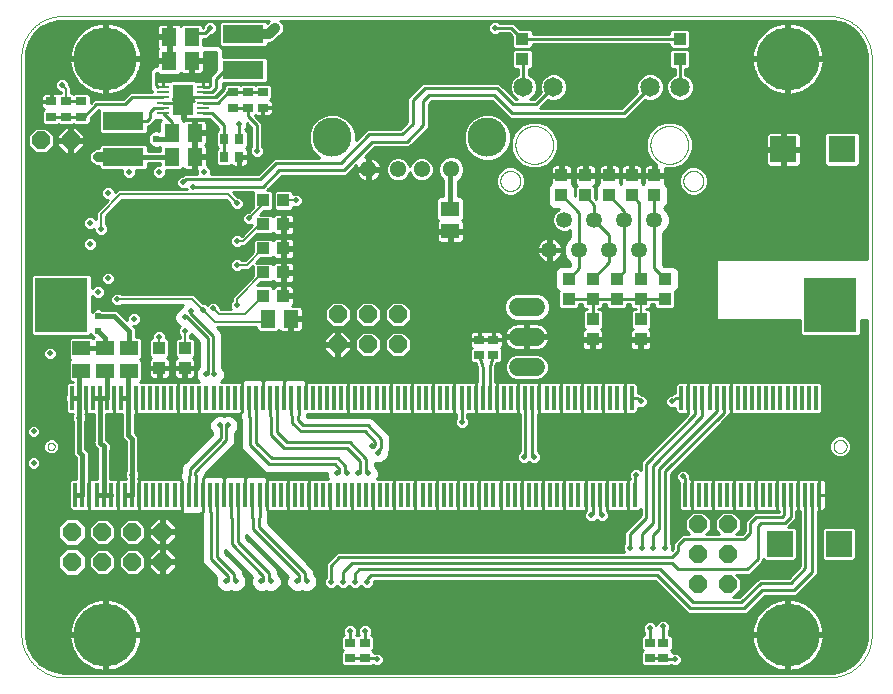
<source format=gbl>
G75*
%MOIN*%
%OFA0B0*%
%FSLAX25Y25*%
%IPPOS*%
%LPD*%
%AMOC8*
5,1,8,0,0,1.08239X$1,22.5*
%
%ADD10C,0.00000*%
%ADD11R,0.01378X0.07874*%
%ADD12R,0.17717X0.18110*%
%ADD13R,0.03937X0.00984*%
%ADD14R,0.06693X0.09843*%
%ADD15R,0.13780X0.05906*%
%ADD16C,0.06000*%
%ADD17R,0.02756X0.03543*%
%ADD18R,0.03543X0.02756*%
%ADD19R,0.05118X0.05906*%
%ADD20OC8,0.06000*%
%ADD21R,0.05906X0.05118*%
%ADD22C,0.21000*%
%ADD23R,0.08600X0.08600*%
%ADD24R,0.04331X0.03937*%
%ADD25R,0.03937X0.04331*%
%ADD26C,0.05315*%
%ADD27C,0.06496*%
%ADD28C,0.13055*%
%ADD29C,0.05433*%
%ADD30C,0.01000*%
%ADD31C,0.01200*%
%ADD32C,0.02375*%
%ADD33C,0.01600*%
%ADD34C,0.02000*%
%ADD35C,0.03543*%
%ADD36C,0.03200*%
%ADD37C,0.00801*%
%ADD38C,0.00800*%
%ADD39C,0.02953*%
%ADD40C,0.01981*%
D10*
X0015673Y0001500D02*
X0270791Y0001500D01*
X0271133Y0001504D01*
X0271476Y0001517D01*
X0271818Y0001537D01*
X0272159Y0001566D01*
X0272499Y0001603D01*
X0272839Y0001649D01*
X0273177Y0001702D01*
X0273514Y0001764D01*
X0273849Y0001834D01*
X0274183Y0001912D01*
X0274514Y0001998D01*
X0274844Y0002092D01*
X0275171Y0002194D01*
X0275495Y0002303D01*
X0275817Y0002421D01*
X0276136Y0002546D01*
X0276451Y0002679D01*
X0276764Y0002820D01*
X0277072Y0002968D01*
X0277378Y0003123D01*
X0277679Y0003286D01*
X0277976Y0003456D01*
X0278269Y0003633D01*
X0278558Y0003818D01*
X0278842Y0004009D01*
X0279122Y0004207D01*
X0279396Y0004411D01*
X0279666Y0004623D01*
X0279930Y0004840D01*
X0280189Y0005064D01*
X0280443Y0005295D01*
X0280691Y0005531D01*
X0280933Y0005773D01*
X0281169Y0006021D01*
X0281400Y0006275D01*
X0281624Y0006534D01*
X0281841Y0006798D01*
X0282053Y0007068D01*
X0282257Y0007342D01*
X0282455Y0007622D01*
X0282646Y0007906D01*
X0282831Y0008195D01*
X0283008Y0008488D01*
X0283178Y0008785D01*
X0283341Y0009086D01*
X0283496Y0009392D01*
X0283644Y0009700D01*
X0283785Y0010013D01*
X0283918Y0010328D01*
X0284043Y0010647D01*
X0284161Y0010969D01*
X0284270Y0011293D01*
X0284372Y0011620D01*
X0284466Y0011950D01*
X0284552Y0012281D01*
X0284630Y0012615D01*
X0284700Y0012950D01*
X0284762Y0013287D01*
X0284815Y0013625D01*
X0284861Y0013965D01*
X0284898Y0014305D01*
X0284927Y0014646D01*
X0284947Y0014988D01*
X0284960Y0015331D01*
X0284964Y0015673D01*
X0284965Y0015673D02*
X0284965Y0207799D01*
X0284964Y0207799D02*
X0284960Y0208141D01*
X0284947Y0208484D01*
X0284927Y0208826D01*
X0284898Y0209167D01*
X0284861Y0209507D01*
X0284815Y0209847D01*
X0284762Y0210185D01*
X0284700Y0210522D01*
X0284630Y0210857D01*
X0284552Y0211191D01*
X0284466Y0211522D01*
X0284372Y0211852D01*
X0284270Y0212179D01*
X0284161Y0212503D01*
X0284043Y0212825D01*
X0283918Y0213144D01*
X0283785Y0213459D01*
X0283644Y0213772D01*
X0283496Y0214080D01*
X0283341Y0214386D01*
X0283178Y0214687D01*
X0283008Y0214984D01*
X0282831Y0215277D01*
X0282646Y0215566D01*
X0282455Y0215850D01*
X0282257Y0216130D01*
X0282053Y0216404D01*
X0281841Y0216674D01*
X0281624Y0216938D01*
X0281400Y0217197D01*
X0281169Y0217451D01*
X0280933Y0217699D01*
X0280691Y0217941D01*
X0280443Y0218177D01*
X0280189Y0218408D01*
X0279930Y0218632D01*
X0279666Y0218849D01*
X0279396Y0219061D01*
X0279122Y0219265D01*
X0278842Y0219463D01*
X0278558Y0219654D01*
X0278269Y0219839D01*
X0277976Y0220016D01*
X0277679Y0220186D01*
X0277378Y0220349D01*
X0277072Y0220504D01*
X0276764Y0220652D01*
X0276451Y0220793D01*
X0276136Y0220926D01*
X0275817Y0221051D01*
X0275495Y0221169D01*
X0275171Y0221278D01*
X0274844Y0221380D01*
X0274514Y0221474D01*
X0274183Y0221560D01*
X0273849Y0221638D01*
X0273514Y0221708D01*
X0273177Y0221770D01*
X0272839Y0221823D01*
X0272499Y0221869D01*
X0272159Y0221906D01*
X0271818Y0221935D01*
X0271476Y0221955D01*
X0271133Y0221968D01*
X0270791Y0221972D01*
X0015673Y0221972D01*
X0001500Y0208799D02*
X0001500Y0016673D01*
X0001492Y0016318D01*
X0001492Y0015963D01*
X0001502Y0015609D01*
X0001520Y0015254D01*
X0001546Y0014901D01*
X0001581Y0014548D01*
X0001625Y0014195D01*
X0001677Y0013845D01*
X0001737Y0013495D01*
X0001806Y0013147D01*
X0001884Y0012801D01*
X0001969Y0012456D01*
X0002063Y0012114D01*
X0002165Y0011774D01*
X0002276Y0011437D01*
X0002394Y0011103D01*
X0002521Y0010771D01*
X0002655Y0010443D01*
X0002798Y0010118D01*
X0002948Y0009797D01*
X0003106Y0009479D01*
X0003271Y0009165D01*
X0003445Y0008855D01*
X0003625Y0008550D01*
X0003813Y0008249D01*
X0004008Y0007953D01*
X0004210Y0007661D01*
X0004419Y0007375D01*
X0004635Y0007093D01*
X0004858Y0006817D01*
X0005088Y0006546D01*
X0005323Y0006281D01*
X0005566Y0006022D01*
X0005814Y0005769D01*
X0006068Y0005521D01*
X0006329Y0005280D01*
X0006595Y0005046D01*
X0006867Y0004817D01*
X0007144Y0004596D01*
X0007426Y0004381D01*
X0007714Y0004173D01*
X0008006Y0003972D01*
X0008303Y0003778D01*
X0008605Y0003592D01*
X0008911Y0003413D01*
X0009222Y0003241D01*
X0009536Y0003077D01*
X0009855Y0002920D01*
X0010177Y0002771D01*
X0010502Y0002630D01*
X0010831Y0002497D01*
X0011163Y0002372D01*
X0011498Y0002255D01*
X0011836Y0002146D01*
X0012176Y0002046D01*
X0012518Y0001953D01*
X0012863Y0001869D01*
X0013210Y0001793D01*
X0013558Y0001726D01*
X0013908Y0001667D01*
X0014259Y0001616D01*
X0014611Y0001574D01*
X0014965Y0001541D01*
X0015319Y0001516D01*
X0015673Y0001500D01*
X0010260Y0078500D02*
X0010262Y0078569D01*
X0010268Y0078637D01*
X0010278Y0078705D01*
X0010292Y0078772D01*
X0010310Y0078839D01*
X0010331Y0078904D01*
X0010357Y0078968D01*
X0010386Y0079030D01*
X0010418Y0079090D01*
X0010454Y0079149D01*
X0010494Y0079205D01*
X0010536Y0079259D01*
X0010582Y0079310D01*
X0010631Y0079359D01*
X0010682Y0079405D01*
X0010736Y0079447D01*
X0010792Y0079487D01*
X0010850Y0079523D01*
X0010911Y0079555D01*
X0010973Y0079584D01*
X0011037Y0079610D01*
X0011102Y0079631D01*
X0011169Y0079649D01*
X0011236Y0079663D01*
X0011304Y0079673D01*
X0011372Y0079679D01*
X0011441Y0079681D01*
X0011510Y0079679D01*
X0011578Y0079673D01*
X0011646Y0079663D01*
X0011713Y0079649D01*
X0011780Y0079631D01*
X0011845Y0079610D01*
X0011909Y0079584D01*
X0011971Y0079555D01*
X0012031Y0079523D01*
X0012090Y0079487D01*
X0012146Y0079447D01*
X0012200Y0079405D01*
X0012251Y0079359D01*
X0012300Y0079310D01*
X0012346Y0079259D01*
X0012388Y0079205D01*
X0012428Y0079149D01*
X0012464Y0079090D01*
X0012496Y0079030D01*
X0012525Y0078968D01*
X0012551Y0078904D01*
X0012572Y0078839D01*
X0012590Y0078772D01*
X0012604Y0078705D01*
X0012614Y0078637D01*
X0012620Y0078569D01*
X0012622Y0078500D01*
X0012620Y0078431D01*
X0012614Y0078363D01*
X0012604Y0078295D01*
X0012590Y0078228D01*
X0012572Y0078161D01*
X0012551Y0078096D01*
X0012525Y0078032D01*
X0012496Y0077970D01*
X0012464Y0077909D01*
X0012428Y0077851D01*
X0012388Y0077795D01*
X0012346Y0077741D01*
X0012300Y0077690D01*
X0012251Y0077641D01*
X0012200Y0077595D01*
X0012146Y0077553D01*
X0012090Y0077513D01*
X0012032Y0077477D01*
X0011971Y0077445D01*
X0011909Y0077416D01*
X0011845Y0077390D01*
X0011780Y0077369D01*
X0011713Y0077351D01*
X0011646Y0077337D01*
X0011578Y0077327D01*
X0011510Y0077321D01*
X0011441Y0077319D01*
X0011372Y0077321D01*
X0011304Y0077327D01*
X0011236Y0077337D01*
X0011169Y0077351D01*
X0011102Y0077369D01*
X0011037Y0077390D01*
X0010973Y0077416D01*
X0010911Y0077445D01*
X0010850Y0077477D01*
X0010792Y0077513D01*
X0010736Y0077553D01*
X0010682Y0077595D01*
X0010631Y0077641D01*
X0010582Y0077690D01*
X0010536Y0077741D01*
X0010494Y0077795D01*
X0010454Y0077851D01*
X0010418Y0077909D01*
X0010386Y0077970D01*
X0010357Y0078032D01*
X0010331Y0078096D01*
X0010310Y0078161D01*
X0010292Y0078228D01*
X0010278Y0078295D01*
X0010268Y0078363D01*
X0010262Y0078431D01*
X0010260Y0078500D01*
X0161142Y0166992D02*
X0161144Y0167107D01*
X0161150Y0167223D01*
X0161160Y0167338D01*
X0161174Y0167453D01*
X0161192Y0167567D01*
X0161214Y0167680D01*
X0161239Y0167793D01*
X0161269Y0167904D01*
X0161302Y0168015D01*
X0161339Y0168124D01*
X0161380Y0168232D01*
X0161425Y0168339D01*
X0161473Y0168444D01*
X0161525Y0168547D01*
X0161581Y0168648D01*
X0161640Y0168748D01*
X0161702Y0168845D01*
X0161768Y0168940D01*
X0161836Y0169033D01*
X0161908Y0169123D01*
X0161983Y0169211D01*
X0162062Y0169296D01*
X0162143Y0169378D01*
X0162226Y0169458D01*
X0162313Y0169534D01*
X0162402Y0169608D01*
X0162493Y0169678D01*
X0162587Y0169746D01*
X0162683Y0169810D01*
X0162782Y0169870D01*
X0162882Y0169927D01*
X0162984Y0169981D01*
X0163088Y0170031D01*
X0163194Y0170078D01*
X0163301Y0170121D01*
X0163410Y0170160D01*
X0163520Y0170195D01*
X0163631Y0170226D01*
X0163743Y0170254D01*
X0163856Y0170278D01*
X0163970Y0170298D01*
X0164085Y0170314D01*
X0164200Y0170326D01*
X0164315Y0170334D01*
X0164430Y0170338D01*
X0164546Y0170338D01*
X0164661Y0170334D01*
X0164776Y0170326D01*
X0164891Y0170314D01*
X0165006Y0170298D01*
X0165120Y0170278D01*
X0165233Y0170254D01*
X0165345Y0170226D01*
X0165456Y0170195D01*
X0165566Y0170160D01*
X0165675Y0170121D01*
X0165782Y0170078D01*
X0165888Y0170031D01*
X0165992Y0169981D01*
X0166094Y0169927D01*
X0166194Y0169870D01*
X0166293Y0169810D01*
X0166389Y0169746D01*
X0166483Y0169678D01*
X0166574Y0169608D01*
X0166663Y0169534D01*
X0166750Y0169458D01*
X0166833Y0169378D01*
X0166914Y0169296D01*
X0166993Y0169211D01*
X0167068Y0169123D01*
X0167140Y0169033D01*
X0167208Y0168940D01*
X0167274Y0168845D01*
X0167336Y0168748D01*
X0167395Y0168648D01*
X0167451Y0168547D01*
X0167503Y0168444D01*
X0167551Y0168339D01*
X0167596Y0168232D01*
X0167637Y0168124D01*
X0167674Y0168015D01*
X0167707Y0167904D01*
X0167737Y0167793D01*
X0167762Y0167680D01*
X0167784Y0167567D01*
X0167802Y0167453D01*
X0167816Y0167338D01*
X0167826Y0167223D01*
X0167832Y0167107D01*
X0167834Y0166992D01*
X0167832Y0166877D01*
X0167826Y0166761D01*
X0167816Y0166646D01*
X0167802Y0166531D01*
X0167784Y0166417D01*
X0167762Y0166304D01*
X0167737Y0166191D01*
X0167707Y0166080D01*
X0167674Y0165969D01*
X0167637Y0165860D01*
X0167596Y0165752D01*
X0167551Y0165645D01*
X0167503Y0165540D01*
X0167451Y0165437D01*
X0167395Y0165336D01*
X0167336Y0165236D01*
X0167274Y0165139D01*
X0167208Y0165044D01*
X0167140Y0164951D01*
X0167068Y0164861D01*
X0166993Y0164773D01*
X0166914Y0164688D01*
X0166833Y0164606D01*
X0166750Y0164526D01*
X0166663Y0164450D01*
X0166574Y0164376D01*
X0166483Y0164306D01*
X0166389Y0164238D01*
X0166293Y0164174D01*
X0166194Y0164114D01*
X0166094Y0164057D01*
X0165992Y0164003D01*
X0165888Y0163953D01*
X0165782Y0163906D01*
X0165675Y0163863D01*
X0165566Y0163824D01*
X0165456Y0163789D01*
X0165345Y0163758D01*
X0165233Y0163730D01*
X0165120Y0163706D01*
X0165006Y0163686D01*
X0164891Y0163670D01*
X0164776Y0163658D01*
X0164661Y0163650D01*
X0164546Y0163646D01*
X0164430Y0163646D01*
X0164315Y0163650D01*
X0164200Y0163658D01*
X0164085Y0163670D01*
X0163970Y0163686D01*
X0163856Y0163706D01*
X0163743Y0163730D01*
X0163631Y0163758D01*
X0163520Y0163789D01*
X0163410Y0163824D01*
X0163301Y0163863D01*
X0163194Y0163906D01*
X0163088Y0163953D01*
X0162984Y0164003D01*
X0162882Y0164057D01*
X0162782Y0164114D01*
X0162683Y0164174D01*
X0162587Y0164238D01*
X0162493Y0164306D01*
X0162402Y0164376D01*
X0162313Y0164450D01*
X0162226Y0164526D01*
X0162143Y0164606D01*
X0162062Y0164688D01*
X0161983Y0164773D01*
X0161908Y0164861D01*
X0161836Y0164951D01*
X0161768Y0165044D01*
X0161702Y0165139D01*
X0161640Y0165236D01*
X0161581Y0165336D01*
X0161525Y0165437D01*
X0161473Y0165540D01*
X0161425Y0165645D01*
X0161380Y0165752D01*
X0161339Y0165860D01*
X0161302Y0165969D01*
X0161269Y0166080D01*
X0161239Y0166191D01*
X0161214Y0166304D01*
X0161192Y0166417D01*
X0161174Y0166531D01*
X0161160Y0166646D01*
X0161150Y0166761D01*
X0161144Y0166877D01*
X0161142Y0166992D01*
X0166201Y0179000D02*
X0166203Y0179158D01*
X0166209Y0179316D01*
X0166219Y0179474D01*
X0166233Y0179632D01*
X0166251Y0179789D01*
X0166272Y0179946D01*
X0166298Y0180102D01*
X0166328Y0180258D01*
X0166361Y0180413D01*
X0166399Y0180566D01*
X0166440Y0180719D01*
X0166485Y0180871D01*
X0166534Y0181022D01*
X0166587Y0181171D01*
X0166643Y0181319D01*
X0166703Y0181465D01*
X0166767Y0181610D01*
X0166835Y0181753D01*
X0166906Y0181895D01*
X0166980Y0182035D01*
X0167058Y0182172D01*
X0167140Y0182308D01*
X0167224Y0182442D01*
X0167313Y0182573D01*
X0167404Y0182702D01*
X0167499Y0182829D01*
X0167596Y0182954D01*
X0167697Y0183076D01*
X0167801Y0183195D01*
X0167908Y0183312D01*
X0168018Y0183426D01*
X0168131Y0183537D01*
X0168246Y0183646D01*
X0168364Y0183751D01*
X0168485Y0183853D01*
X0168608Y0183953D01*
X0168734Y0184049D01*
X0168862Y0184142D01*
X0168992Y0184232D01*
X0169125Y0184318D01*
X0169260Y0184402D01*
X0169396Y0184481D01*
X0169535Y0184558D01*
X0169676Y0184630D01*
X0169818Y0184700D01*
X0169962Y0184765D01*
X0170108Y0184827D01*
X0170255Y0184885D01*
X0170404Y0184940D01*
X0170554Y0184991D01*
X0170705Y0185038D01*
X0170857Y0185081D01*
X0171010Y0185120D01*
X0171165Y0185156D01*
X0171320Y0185187D01*
X0171476Y0185215D01*
X0171632Y0185239D01*
X0171789Y0185259D01*
X0171947Y0185275D01*
X0172104Y0185287D01*
X0172263Y0185295D01*
X0172421Y0185299D01*
X0172579Y0185299D01*
X0172737Y0185295D01*
X0172896Y0185287D01*
X0173053Y0185275D01*
X0173211Y0185259D01*
X0173368Y0185239D01*
X0173524Y0185215D01*
X0173680Y0185187D01*
X0173835Y0185156D01*
X0173990Y0185120D01*
X0174143Y0185081D01*
X0174295Y0185038D01*
X0174446Y0184991D01*
X0174596Y0184940D01*
X0174745Y0184885D01*
X0174892Y0184827D01*
X0175038Y0184765D01*
X0175182Y0184700D01*
X0175324Y0184630D01*
X0175465Y0184558D01*
X0175604Y0184481D01*
X0175740Y0184402D01*
X0175875Y0184318D01*
X0176008Y0184232D01*
X0176138Y0184142D01*
X0176266Y0184049D01*
X0176392Y0183953D01*
X0176515Y0183853D01*
X0176636Y0183751D01*
X0176754Y0183646D01*
X0176869Y0183537D01*
X0176982Y0183426D01*
X0177092Y0183312D01*
X0177199Y0183195D01*
X0177303Y0183076D01*
X0177404Y0182954D01*
X0177501Y0182829D01*
X0177596Y0182702D01*
X0177687Y0182573D01*
X0177776Y0182442D01*
X0177860Y0182308D01*
X0177942Y0182172D01*
X0178020Y0182035D01*
X0178094Y0181895D01*
X0178165Y0181753D01*
X0178233Y0181610D01*
X0178297Y0181465D01*
X0178357Y0181319D01*
X0178413Y0181171D01*
X0178466Y0181022D01*
X0178515Y0180871D01*
X0178560Y0180719D01*
X0178601Y0180566D01*
X0178639Y0180413D01*
X0178672Y0180258D01*
X0178702Y0180102D01*
X0178728Y0179946D01*
X0178749Y0179789D01*
X0178767Y0179632D01*
X0178781Y0179474D01*
X0178791Y0179316D01*
X0178797Y0179158D01*
X0178799Y0179000D01*
X0178797Y0178842D01*
X0178791Y0178684D01*
X0178781Y0178526D01*
X0178767Y0178368D01*
X0178749Y0178211D01*
X0178728Y0178054D01*
X0178702Y0177898D01*
X0178672Y0177742D01*
X0178639Y0177587D01*
X0178601Y0177434D01*
X0178560Y0177281D01*
X0178515Y0177129D01*
X0178466Y0176978D01*
X0178413Y0176829D01*
X0178357Y0176681D01*
X0178297Y0176535D01*
X0178233Y0176390D01*
X0178165Y0176247D01*
X0178094Y0176105D01*
X0178020Y0175965D01*
X0177942Y0175828D01*
X0177860Y0175692D01*
X0177776Y0175558D01*
X0177687Y0175427D01*
X0177596Y0175298D01*
X0177501Y0175171D01*
X0177404Y0175046D01*
X0177303Y0174924D01*
X0177199Y0174805D01*
X0177092Y0174688D01*
X0176982Y0174574D01*
X0176869Y0174463D01*
X0176754Y0174354D01*
X0176636Y0174249D01*
X0176515Y0174147D01*
X0176392Y0174047D01*
X0176266Y0173951D01*
X0176138Y0173858D01*
X0176008Y0173768D01*
X0175875Y0173682D01*
X0175740Y0173598D01*
X0175604Y0173519D01*
X0175465Y0173442D01*
X0175324Y0173370D01*
X0175182Y0173300D01*
X0175038Y0173235D01*
X0174892Y0173173D01*
X0174745Y0173115D01*
X0174596Y0173060D01*
X0174446Y0173009D01*
X0174295Y0172962D01*
X0174143Y0172919D01*
X0173990Y0172880D01*
X0173835Y0172844D01*
X0173680Y0172813D01*
X0173524Y0172785D01*
X0173368Y0172761D01*
X0173211Y0172741D01*
X0173053Y0172725D01*
X0172896Y0172713D01*
X0172737Y0172705D01*
X0172579Y0172701D01*
X0172421Y0172701D01*
X0172263Y0172705D01*
X0172104Y0172713D01*
X0171947Y0172725D01*
X0171789Y0172741D01*
X0171632Y0172761D01*
X0171476Y0172785D01*
X0171320Y0172813D01*
X0171165Y0172844D01*
X0171010Y0172880D01*
X0170857Y0172919D01*
X0170705Y0172962D01*
X0170554Y0173009D01*
X0170404Y0173060D01*
X0170255Y0173115D01*
X0170108Y0173173D01*
X0169962Y0173235D01*
X0169818Y0173300D01*
X0169676Y0173370D01*
X0169535Y0173442D01*
X0169396Y0173519D01*
X0169260Y0173598D01*
X0169125Y0173682D01*
X0168992Y0173768D01*
X0168862Y0173858D01*
X0168734Y0173951D01*
X0168608Y0174047D01*
X0168485Y0174147D01*
X0168364Y0174249D01*
X0168246Y0174354D01*
X0168131Y0174463D01*
X0168018Y0174574D01*
X0167908Y0174688D01*
X0167801Y0174805D01*
X0167697Y0174924D01*
X0167596Y0175046D01*
X0167499Y0175171D01*
X0167404Y0175298D01*
X0167313Y0175427D01*
X0167224Y0175558D01*
X0167140Y0175692D01*
X0167058Y0175828D01*
X0166980Y0175965D01*
X0166906Y0176105D01*
X0166835Y0176247D01*
X0166767Y0176390D01*
X0166703Y0176535D01*
X0166643Y0176681D01*
X0166587Y0176829D01*
X0166534Y0176978D01*
X0166485Y0177129D01*
X0166440Y0177281D01*
X0166399Y0177434D01*
X0166361Y0177587D01*
X0166328Y0177742D01*
X0166298Y0177898D01*
X0166272Y0178054D01*
X0166251Y0178211D01*
X0166233Y0178368D01*
X0166219Y0178526D01*
X0166209Y0178684D01*
X0166203Y0178842D01*
X0166201Y0179000D01*
X0211201Y0179000D02*
X0211203Y0179158D01*
X0211209Y0179316D01*
X0211219Y0179474D01*
X0211233Y0179632D01*
X0211251Y0179789D01*
X0211272Y0179946D01*
X0211298Y0180102D01*
X0211328Y0180258D01*
X0211361Y0180413D01*
X0211399Y0180566D01*
X0211440Y0180719D01*
X0211485Y0180871D01*
X0211534Y0181022D01*
X0211587Y0181171D01*
X0211643Y0181319D01*
X0211703Y0181465D01*
X0211767Y0181610D01*
X0211835Y0181753D01*
X0211906Y0181895D01*
X0211980Y0182035D01*
X0212058Y0182172D01*
X0212140Y0182308D01*
X0212224Y0182442D01*
X0212313Y0182573D01*
X0212404Y0182702D01*
X0212499Y0182829D01*
X0212596Y0182954D01*
X0212697Y0183076D01*
X0212801Y0183195D01*
X0212908Y0183312D01*
X0213018Y0183426D01*
X0213131Y0183537D01*
X0213246Y0183646D01*
X0213364Y0183751D01*
X0213485Y0183853D01*
X0213608Y0183953D01*
X0213734Y0184049D01*
X0213862Y0184142D01*
X0213992Y0184232D01*
X0214125Y0184318D01*
X0214260Y0184402D01*
X0214396Y0184481D01*
X0214535Y0184558D01*
X0214676Y0184630D01*
X0214818Y0184700D01*
X0214962Y0184765D01*
X0215108Y0184827D01*
X0215255Y0184885D01*
X0215404Y0184940D01*
X0215554Y0184991D01*
X0215705Y0185038D01*
X0215857Y0185081D01*
X0216010Y0185120D01*
X0216165Y0185156D01*
X0216320Y0185187D01*
X0216476Y0185215D01*
X0216632Y0185239D01*
X0216789Y0185259D01*
X0216947Y0185275D01*
X0217104Y0185287D01*
X0217263Y0185295D01*
X0217421Y0185299D01*
X0217579Y0185299D01*
X0217737Y0185295D01*
X0217896Y0185287D01*
X0218053Y0185275D01*
X0218211Y0185259D01*
X0218368Y0185239D01*
X0218524Y0185215D01*
X0218680Y0185187D01*
X0218835Y0185156D01*
X0218990Y0185120D01*
X0219143Y0185081D01*
X0219295Y0185038D01*
X0219446Y0184991D01*
X0219596Y0184940D01*
X0219745Y0184885D01*
X0219892Y0184827D01*
X0220038Y0184765D01*
X0220182Y0184700D01*
X0220324Y0184630D01*
X0220465Y0184558D01*
X0220604Y0184481D01*
X0220740Y0184402D01*
X0220875Y0184318D01*
X0221008Y0184232D01*
X0221138Y0184142D01*
X0221266Y0184049D01*
X0221392Y0183953D01*
X0221515Y0183853D01*
X0221636Y0183751D01*
X0221754Y0183646D01*
X0221869Y0183537D01*
X0221982Y0183426D01*
X0222092Y0183312D01*
X0222199Y0183195D01*
X0222303Y0183076D01*
X0222404Y0182954D01*
X0222501Y0182829D01*
X0222596Y0182702D01*
X0222687Y0182573D01*
X0222776Y0182442D01*
X0222860Y0182308D01*
X0222942Y0182172D01*
X0223020Y0182035D01*
X0223094Y0181895D01*
X0223165Y0181753D01*
X0223233Y0181610D01*
X0223297Y0181465D01*
X0223357Y0181319D01*
X0223413Y0181171D01*
X0223466Y0181022D01*
X0223515Y0180871D01*
X0223560Y0180719D01*
X0223601Y0180566D01*
X0223639Y0180413D01*
X0223672Y0180258D01*
X0223702Y0180102D01*
X0223728Y0179946D01*
X0223749Y0179789D01*
X0223767Y0179632D01*
X0223781Y0179474D01*
X0223791Y0179316D01*
X0223797Y0179158D01*
X0223799Y0179000D01*
X0223797Y0178842D01*
X0223791Y0178684D01*
X0223781Y0178526D01*
X0223767Y0178368D01*
X0223749Y0178211D01*
X0223728Y0178054D01*
X0223702Y0177898D01*
X0223672Y0177742D01*
X0223639Y0177587D01*
X0223601Y0177434D01*
X0223560Y0177281D01*
X0223515Y0177129D01*
X0223466Y0176978D01*
X0223413Y0176829D01*
X0223357Y0176681D01*
X0223297Y0176535D01*
X0223233Y0176390D01*
X0223165Y0176247D01*
X0223094Y0176105D01*
X0223020Y0175965D01*
X0222942Y0175828D01*
X0222860Y0175692D01*
X0222776Y0175558D01*
X0222687Y0175427D01*
X0222596Y0175298D01*
X0222501Y0175171D01*
X0222404Y0175046D01*
X0222303Y0174924D01*
X0222199Y0174805D01*
X0222092Y0174688D01*
X0221982Y0174574D01*
X0221869Y0174463D01*
X0221754Y0174354D01*
X0221636Y0174249D01*
X0221515Y0174147D01*
X0221392Y0174047D01*
X0221266Y0173951D01*
X0221138Y0173858D01*
X0221008Y0173768D01*
X0220875Y0173682D01*
X0220740Y0173598D01*
X0220604Y0173519D01*
X0220465Y0173442D01*
X0220324Y0173370D01*
X0220182Y0173300D01*
X0220038Y0173235D01*
X0219892Y0173173D01*
X0219745Y0173115D01*
X0219596Y0173060D01*
X0219446Y0173009D01*
X0219295Y0172962D01*
X0219143Y0172919D01*
X0218990Y0172880D01*
X0218835Y0172844D01*
X0218680Y0172813D01*
X0218524Y0172785D01*
X0218368Y0172761D01*
X0218211Y0172741D01*
X0218053Y0172725D01*
X0217896Y0172713D01*
X0217737Y0172705D01*
X0217579Y0172701D01*
X0217421Y0172701D01*
X0217263Y0172705D01*
X0217104Y0172713D01*
X0216947Y0172725D01*
X0216789Y0172741D01*
X0216632Y0172761D01*
X0216476Y0172785D01*
X0216320Y0172813D01*
X0216165Y0172844D01*
X0216010Y0172880D01*
X0215857Y0172919D01*
X0215705Y0172962D01*
X0215554Y0173009D01*
X0215404Y0173060D01*
X0215255Y0173115D01*
X0215108Y0173173D01*
X0214962Y0173235D01*
X0214818Y0173300D01*
X0214676Y0173370D01*
X0214535Y0173442D01*
X0214396Y0173519D01*
X0214260Y0173598D01*
X0214125Y0173682D01*
X0213992Y0173768D01*
X0213862Y0173858D01*
X0213734Y0173951D01*
X0213608Y0174047D01*
X0213485Y0174147D01*
X0213364Y0174249D01*
X0213246Y0174354D01*
X0213131Y0174463D01*
X0213018Y0174574D01*
X0212908Y0174688D01*
X0212801Y0174805D01*
X0212697Y0174924D01*
X0212596Y0175046D01*
X0212499Y0175171D01*
X0212404Y0175298D01*
X0212313Y0175427D01*
X0212224Y0175558D01*
X0212140Y0175692D01*
X0212058Y0175828D01*
X0211980Y0175965D01*
X0211906Y0176105D01*
X0211835Y0176247D01*
X0211767Y0176390D01*
X0211703Y0176535D01*
X0211643Y0176681D01*
X0211587Y0176829D01*
X0211534Y0176978D01*
X0211485Y0177129D01*
X0211440Y0177281D01*
X0211399Y0177434D01*
X0211361Y0177587D01*
X0211328Y0177742D01*
X0211298Y0177898D01*
X0211272Y0178054D01*
X0211251Y0178211D01*
X0211233Y0178368D01*
X0211219Y0178526D01*
X0211209Y0178684D01*
X0211203Y0178842D01*
X0211201Y0179000D01*
X0222166Y0166992D02*
X0222168Y0167107D01*
X0222174Y0167223D01*
X0222184Y0167338D01*
X0222198Y0167453D01*
X0222216Y0167567D01*
X0222238Y0167680D01*
X0222263Y0167793D01*
X0222293Y0167904D01*
X0222326Y0168015D01*
X0222363Y0168124D01*
X0222404Y0168232D01*
X0222449Y0168339D01*
X0222497Y0168444D01*
X0222549Y0168547D01*
X0222605Y0168648D01*
X0222664Y0168748D01*
X0222726Y0168845D01*
X0222792Y0168940D01*
X0222860Y0169033D01*
X0222932Y0169123D01*
X0223007Y0169211D01*
X0223086Y0169296D01*
X0223167Y0169378D01*
X0223250Y0169458D01*
X0223337Y0169534D01*
X0223426Y0169608D01*
X0223517Y0169678D01*
X0223611Y0169746D01*
X0223707Y0169810D01*
X0223806Y0169870D01*
X0223906Y0169927D01*
X0224008Y0169981D01*
X0224112Y0170031D01*
X0224218Y0170078D01*
X0224325Y0170121D01*
X0224434Y0170160D01*
X0224544Y0170195D01*
X0224655Y0170226D01*
X0224767Y0170254D01*
X0224880Y0170278D01*
X0224994Y0170298D01*
X0225109Y0170314D01*
X0225224Y0170326D01*
X0225339Y0170334D01*
X0225454Y0170338D01*
X0225570Y0170338D01*
X0225685Y0170334D01*
X0225800Y0170326D01*
X0225915Y0170314D01*
X0226030Y0170298D01*
X0226144Y0170278D01*
X0226257Y0170254D01*
X0226369Y0170226D01*
X0226480Y0170195D01*
X0226590Y0170160D01*
X0226699Y0170121D01*
X0226806Y0170078D01*
X0226912Y0170031D01*
X0227016Y0169981D01*
X0227118Y0169927D01*
X0227218Y0169870D01*
X0227317Y0169810D01*
X0227413Y0169746D01*
X0227507Y0169678D01*
X0227598Y0169608D01*
X0227687Y0169534D01*
X0227774Y0169458D01*
X0227857Y0169378D01*
X0227938Y0169296D01*
X0228017Y0169211D01*
X0228092Y0169123D01*
X0228164Y0169033D01*
X0228232Y0168940D01*
X0228298Y0168845D01*
X0228360Y0168748D01*
X0228419Y0168648D01*
X0228475Y0168547D01*
X0228527Y0168444D01*
X0228575Y0168339D01*
X0228620Y0168232D01*
X0228661Y0168124D01*
X0228698Y0168015D01*
X0228731Y0167904D01*
X0228761Y0167793D01*
X0228786Y0167680D01*
X0228808Y0167567D01*
X0228826Y0167453D01*
X0228840Y0167338D01*
X0228850Y0167223D01*
X0228856Y0167107D01*
X0228858Y0166992D01*
X0228856Y0166877D01*
X0228850Y0166761D01*
X0228840Y0166646D01*
X0228826Y0166531D01*
X0228808Y0166417D01*
X0228786Y0166304D01*
X0228761Y0166191D01*
X0228731Y0166080D01*
X0228698Y0165969D01*
X0228661Y0165860D01*
X0228620Y0165752D01*
X0228575Y0165645D01*
X0228527Y0165540D01*
X0228475Y0165437D01*
X0228419Y0165336D01*
X0228360Y0165236D01*
X0228298Y0165139D01*
X0228232Y0165044D01*
X0228164Y0164951D01*
X0228092Y0164861D01*
X0228017Y0164773D01*
X0227938Y0164688D01*
X0227857Y0164606D01*
X0227774Y0164526D01*
X0227687Y0164450D01*
X0227598Y0164376D01*
X0227507Y0164306D01*
X0227413Y0164238D01*
X0227317Y0164174D01*
X0227218Y0164114D01*
X0227118Y0164057D01*
X0227016Y0164003D01*
X0226912Y0163953D01*
X0226806Y0163906D01*
X0226699Y0163863D01*
X0226590Y0163824D01*
X0226480Y0163789D01*
X0226369Y0163758D01*
X0226257Y0163730D01*
X0226144Y0163706D01*
X0226030Y0163686D01*
X0225915Y0163670D01*
X0225800Y0163658D01*
X0225685Y0163650D01*
X0225570Y0163646D01*
X0225454Y0163646D01*
X0225339Y0163650D01*
X0225224Y0163658D01*
X0225109Y0163670D01*
X0224994Y0163686D01*
X0224880Y0163706D01*
X0224767Y0163730D01*
X0224655Y0163758D01*
X0224544Y0163789D01*
X0224434Y0163824D01*
X0224325Y0163863D01*
X0224218Y0163906D01*
X0224112Y0163953D01*
X0224008Y0164003D01*
X0223906Y0164057D01*
X0223806Y0164114D01*
X0223707Y0164174D01*
X0223611Y0164238D01*
X0223517Y0164306D01*
X0223426Y0164376D01*
X0223337Y0164450D01*
X0223250Y0164526D01*
X0223167Y0164606D01*
X0223086Y0164688D01*
X0223007Y0164773D01*
X0222932Y0164861D01*
X0222860Y0164951D01*
X0222792Y0165044D01*
X0222726Y0165139D01*
X0222664Y0165236D01*
X0222605Y0165336D01*
X0222549Y0165437D01*
X0222497Y0165540D01*
X0222449Y0165645D01*
X0222404Y0165752D01*
X0222363Y0165860D01*
X0222326Y0165969D01*
X0222293Y0166080D01*
X0222263Y0166191D01*
X0222238Y0166304D01*
X0222216Y0166417D01*
X0222198Y0166531D01*
X0222184Y0166646D01*
X0222174Y0166761D01*
X0222168Y0166877D01*
X0222166Y0166992D01*
X0272268Y0078500D02*
X0272270Y0078593D01*
X0272276Y0078685D01*
X0272286Y0078777D01*
X0272300Y0078868D01*
X0272317Y0078959D01*
X0272339Y0079049D01*
X0272364Y0079138D01*
X0272393Y0079226D01*
X0272426Y0079312D01*
X0272463Y0079397D01*
X0272503Y0079481D01*
X0272547Y0079562D01*
X0272594Y0079642D01*
X0272644Y0079720D01*
X0272698Y0079795D01*
X0272755Y0079868D01*
X0272815Y0079938D01*
X0272878Y0080006D01*
X0272944Y0080071D01*
X0273012Y0080133D01*
X0273083Y0080193D01*
X0273157Y0080249D01*
X0273233Y0080302D01*
X0273311Y0080351D01*
X0273391Y0080398D01*
X0273473Y0080440D01*
X0273557Y0080480D01*
X0273642Y0080515D01*
X0273729Y0080547D01*
X0273817Y0080576D01*
X0273906Y0080600D01*
X0273996Y0080621D01*
X0274087Y0080637D01*
X0274179Y0080650D01*
X0274271Y0080659D01*
X0274364Y0080664D01*
X0274456Y0080665D01*
X0274549Y0080662D01*
X0274641Y0080655D01*
X0274733Y0080644D01*
X0274824Y0080629D01*
X0274915Y0080611D01*
X0275005Y0080588D01*
X0275093Y0080562D01*
X0275181Y0080532D01*
X0275267Y0080498D01*
X0275351Y0080461D01*
X0275434Y0080419D01*
X0275515Y0080375D01*
X0275595Y0080327D01*
X0275672Y0080276D01*
X0275746Y0080221D01*
X0275819Y0080163D01*
X0275889Y0080103D01*
X0275956Y0080039D01*
X0276020Y0079973D01*
X0276082Y0079903D01*
X0276140Y0079832D01*
X0276195Y0079758D01*
X0276247Y0079681D01*
X0276296Y0079602D01*
X0276342Y0079522D01*
X0276384Y0079439D01*
X0276422Y0079355D01*
X0276457Y0079269D01*
X0276488Y0079182D01*
X0276515Y0079094D01*
X0276538Y0079004D01*
X0276558Y0078914D01*
X0276574Y0078823D01*
X0276586Y0078731D01*
X0276594Y0078639D01*
X0276598Y0078546D01*
X0276598Y0078454D01*
X0276594Y0078361D01*
X0276586Y0078269D01*
X0276574Y0078177D01*
X0276558Y0078086D01*
X0276538Y0077996D01*
X0276515Y0077906D01*
X0276488Y0077818D01*
X0276457Y0077731D01*
X0276422Y0077645D01*
X0276384Y0077561D01*
X0276342Y0077478D01*
X0276296Y0077398D01*
X0276247Y0077319D01*
X0276195Y0077242D01*
X0276140Y0077168D01*
X0276082Y0077097D01*
X0276020Y0077027D01*
X0275956Y0076961D01*
X0275889Y0076897D01*
X0275819Y0076837D01*
X0275746Y0076779D01*
X0275672Y0076724D01*
X0275595Y0076673D01*
X0275516Y0076625D01*
X0275434Y0076581D01*
X0275351Y0076539D01*
X0275267Y0076502D01*
X0275181Y0076468D01*
X0275093Y0076438D01*
X0275005Y0076412D01*
X0274915Y0076389D01*
X0274824Y0076371D01*
X0274733Y0076356D01*
X0274641Y0076345D01*
X0274549Y0076338D01*
X0274456Y0076335D01*
X0274364Y0076336D01*
X0274271Y0076341D01*
X0274179Y0076350D01*
X0274087Y0076363D01*
X0273996Y0076379D01*
X0273906Y0076400D01*
X0273817Y0076424D01*
X0273729Y0076453D01*
X0273642Y0076485D01*
X0273557Y0076520D01*
X0273473Y0076560D01*
X0273391Y0076602D01*
X0273311Y0076649D01*
X0273233Y0076698D01*
X0273157Y0076751D01*
X0273083Y0076807D01*
X0273012Y0076867D01*
X0272944Y0076929D01*
X0272878Y0076994D01*
X0272815Y0077062D01*
X0272755Y0077132D01*
X0272698Y0077205D01*
X0272644Y0077280D01*
X0272594Y0077358D01*
X0272547Y0077438D01*
X0272503Y0077519D01*
X0272463Y0077603D01*
X0272426Y0077688D01*
X0272393Y0077774D01*
X0272364Y0077862D01*
X0272339Y0077951D01*
X0272317Y0078041D01*
X0272300Y0078132D01*
X0272286Y0078223D01*
X0272276Y0078315D01*
X0272270Y0078407D01*
X0272268Y0078500D01*
X0015673Y0221972D02*
X0015342Y0221980D01*
X0015012Y0221980D01*
X0014681Y0221972D01*
X0014351Y0221956D01*
X0014021Y0221932D01*
X0013692Y0221901D01*
X0013364Y0221861D01*
X0013037Y0221813D01*
X0012711Y0221758D01*
X0012386Y0221694D01*
X0012063Y0221623D01*
X0011742Y0221544D01*
X0011423Y0221457D01*
X0011107Y0221363D01*
X0010792Y0221261D01*
X0010480Y0221151D01*
X0010171Y0221034D01*
X0009865Y0220909D01*
X0009562Y0220777D01*
X0009262Y0220638D01*
X0008965Y0220492D01*
X0008672Y0220338D01*
X0008383Y0220177D01*
X0008098Y0220010D01*
X0007817Y0219836D01*
X0007541Y0219654D01*
X0007269Y0219467D01*
X0007001Y0219272D01*
X0006738Y0219072D01*
X0006480Y0218865D01*
X0006228Y0218652D01*
X0005980Y0218433D01*
X0005738Y0218207D01*
X0005501Y0217977D01*
X0005270Y0217740D01*
X0005045Y0217498D01*
X0004826Y0217251D01*
X0004612Y0216998D01*
X0004405Y0216740D01*
X0004204Y0216478D01*
X0004010Y0216210D01*
X0003822Y0215938D01*
X0003641Y0215662D01*
X0003466Y0215381D01*
X0003299Y0215096D01*
X0003138Y0214807D01*
X0002984Y0214514D01*
X0002838Y0214218D01*
X0002698Y0213918D01*
X0002566Y0213615D01*
X0002441Y0213309D01*
X0002324Y0213000D01*
X0002214Y0212688D01*
X0002112Y0212373D01*
X0002017Y0212057D01*
X0001930Y0211738D01*
X0001851Y0211417D01*
X0001779Y0211094D01*
X0001716Y0210769D01*
X0001660Y0210443D01*
X0001612Y0210116D01*
X0001572Y0209788D01*
X0001540Y0209459D01*
X0001516Y0209129D01*
X0001500Y0208799D01*
D11*
X0018331Y0094642D03*
X0020693Y0094642D03*
X0023055Y0094642D03*
X0025417Y0094642D03*
X0027780Y0094642D03*
X0030142Y0094642D03*
X0032504Y0094642D03*
X0034866Y0094642D03*
X0037228Y0094642D03*
X0039591Y0094642D03*
X0041953Y0094642D03*
X0044315Y0094642D03*
X0046677Y0094642D03*
X0049039Y0094642D03*
X0051402Y0094642D03*
X0053764Y0094642D03*
X0056126Y0094642D03*
X0058488Y0094642D03*
X0060850Y0094642D03*
X0063213Y0094642D03*
X0065575Y0094642D03*
X0067937Y0094642D03*
X0070299Y0094642D03*
X0072661Y0094642D03*
X0075024Y0094642D03*
X0077386Y0094642D03*
X0079748Y0094642D03*
X0082110Y0094642D03*
X0084472Y0094642D03*
X0086835Y0094642D03*
X0089197Y0094642D03*
X0091559Y0094642D03*
X0093921Y0094642D03*
X0096283Y0094642D03*
X0098646Y0094642D03*
X0101008Y0094642D03*
X0103370Y0094642D03*
X0105732Y0094642D03*
X0108094Y0094642D03*
X0110457Y0094642D03*
X0112819Y0094642D03*
X0115181Y0094642D03*
X0117543Y0094642D03*
X0119906Y0094642D03*
X0122268Y0094642D03*
X0124630Y0094642D03*
X0126992Y0094642D03*
X0129354Y0094642D03*
X0131717Y0094642D03*
X0134079Y0094642D03*
X0136441Y0094642D03*
X0138803Y0094642D03*
X0141165Y0094642D03*
X0143528Y0094642D03*
X0145890Y0094642D03*
X0148252Y0094642D03*
X0150614Y0094642D03*
X0152976Y0094642D03*
X0155339Y0094642D03*
X0157701Y0094642D03*
X0160063Y0094642D03*
X0162425Y0094642D03*
X0164787Y0094642D03*
X0167150Y0094642D03*
X0169512Y0094642D03*
X0171874Y0094642D03*
X0174236Y0094642D03*
X0176598Y0094642D03*
X0178961Y0094642D03*
X0181323Y0094642D03*
X0183685Y0094642D03*
X0186047Y0094642D03*
X0188409Y0094642D03*
X0190772Y0094642D03*
X0193134Y0094642D03*
X0195496Y0094642D03*
X0197858Y0094642D03*
X0200220Y0094642D03*
X0202583Y0094642D03*
X0204945Y0094642D03*
X0221480Y0094642D03*
X0223843Y0094642D03*
X0226205Y0094642D03*
X0228567Y0094642D03*
X0230929Y0094642D03*
X0233291Y0094642D03*
X0235654Y0094642D03*
X0238016Y0094642D03*
X0240378Y0094642D03*
X0242740Y0094642D03*
X0245102Y0094642D03*
X0247465Y0094642D03*
X0249827Y0094642D03*
X0252189Y0094642D03*
X0254551Y0094642D03*
X0256913Y0094642D03*
X0259276Y0094642D03*
X0261638Y0094642D03*
X0264000Y0094642D03*
X0266362Y0094642D03*
X0265181Y0062358D03*
X0262819Y0062358D03*
X0260457Y0062358D03*
X0258094Y0062358D03*
X0255732Y0062358D03*
X0253370Y0062358D03*
X0251008Y0062358D03*
X0248646Y0062358D03*
X0246283Y0062358D03*
X0243921Y0062358D03*
X0241559Y0062358D03*
X0239197Y0062358D03*
X0236835Y0062358D03*
X0234472Y0062358D03*
X0232110Y0062358D03*
X0229748Y0062358D03*
X0227386Y0062358D03*
X0225024Y0062358D03*
X0222661Y0062358D03*
X0206126Y0062358D03*
X0203764Y0062358D03*
X0201402Y0062358D03*
X0199039Y0062358D03*
X0196677Y0062358D03*
X0194315Y0062358D03*
X0191953Y0062358D03*
X0189591Y0062358D03*
X0187228Y0062358D03*
X0184866Y0062358D03*
X0182504Y0062358D03*
X0180142Y0062358D03*
X0177780Y0062358D03*
X0175417Y0062358D03*
X0173055Y0062358D03*
X0170693Y0062358D03*
X0168331Y0062358D03*
X0165969Y0062358D03*
X0163606Y0062358D03*
X0161244Y0062358D03*
X0158882Y0062358D03*
X0156520Y0062358D03*
X0154157Y0062358D03*
X0151795Y0062358D03*
X0149433Y0062358D03*
X0147071Y0062358D03*
X0144709Y0062358D03*
X0142346Y0062358D03*
X0139984Y0062358D03*
X0137622Y0062358D03*
X0135260Y0062358D03*
X0132898Y0062358D03*
X0130535Y0062358D03*
X0128173Y0062358D03*
X0125811Y0062358D03*
X0123449Y0062358D03*
X0121087Y0062358D03*
X0118724Y0062358D03*
X0116362Y0062358D03*
X0114000Y0062358D03*
X0111638Y0062358D03*
X0109276Y0062358D03*
X0106913Y0062358D03*
X0104551Y0062358D03*
X0102189Y0062358D03*
X0099827Y0062358D03*
X0097465Y0062358D03*
X0095102Y0062358D03*
X0092740Y0062358D03*
X0090378Y0062358D03*
X0088016Y0062358D03*
X0085654Y0062358D03*
X0083291Y0062358D03*
X0080929Y0062358D03*
X0078567Y0062358D03*
X0076205Y0062358D03*
X0073843Y0062358D03*
X0071480Y0062358D03*
X0069118Y0062358D03*
X0066756Y0062358D03*
X0064394Y0062358D03*
X0062031Y0062358D03*
X0059669Y0062358D03*
X0057307Y0062358D03*
X0054945Y0062358D03*
X0052583Y0062358D03*
X0050220Y0062358D03*
X0047858Y0062358D03*
X0045496Y0062358D03*
X0043134Y0062358D03*
X0040772Y0062358D03*
X0038409Y0062358D03*
X0036047Y0062358D03*
X0033685Y0062358D03*
X0031323Y0062358D03*
X0028961Y0062358D03*
X0026598Y0062358D03*
X0024236Y0062358D03*
X0021874Y0062358D03*
X0019512Y0062358D03*
X0267543Y0062358D03*
D12*
X0271087Y0125744D03*
X0014787Y0125744D03*
D13*
X0048807Y0189571D03*
X0048807Y0191343D03*
X0048807Y0193114D03*
X0048807Y0194886D03*
X0048807Y0196657D03*
X0048807Y0198429D03*
X0062193Y0198429D03*
X0062193Y0196657D03*
X0062193Y0194886D03*
X0062193Y0193114D03*
X0062193Y0191343D03*
X0062193Y0189571D03*
D14*
X0055500Y0194000D03*
D15*
X0035500Y0187004D03*
X0035500Y0174996D03*
X0075500Y0203996D03*
X0075500Y0216004D03*
D16*
X0167000Y0125000D02*
X0173000Y0125000D01*
X0173000Y0115000D02*
X0167000Y0115000D01*
X0167000Y0105000D02*
X0173000Y0105000D01*
D17*
X0074059Y0175000D03*
X0068941Y0175000D03*
X0068941Y0181000D03*
X0074059Y0181000D03*
D18*
X0072000Y0191441D03*
X0077000Y0191441D03*
X0082000Y0191441D03*
X0082000Y0196559D03*
X0077000Y0196559D03*
X0072000Y0196559D03*
X0021500Y0193559D03*
X0016500Y0193559D03*
X0011500Y0193559D03*
X0011500Y0188441D03*
X0016500Y0188441D03*
X0021500Y0188441D03*
X0154200Y0114059D03*
X0158800Y0114059D03*
X0158800Y0108941D03*
X0154200Y0108941D03*
X0116000Y0013059D03*
X0111000Y0013059D03*
X0111000Y0007941D03*
X0116000Y0007941D03*
X0211000Y0007941D03*
X0215500Y0007941D03*
X0215500Y0013059D03*
X0211000Y0013059D03*
D19*
X0091240Y0121000D03*
X0083760Y0121000D03*
X0059240Y0175000D03*
X0051760Y0175000D03*
X0051760Y0183000D03*
X0059240Y0183000D03*
X0058240Y0207000D03*
X0050760Y0207000D03*
X0050760Y0215000D03*
X0058240Y0215000D03*
D20*
X0018000Y0180500D03*
X0008000Y0180500D03*
X0107000Y0122500D03*
X0117000Y0122500D03*
X0117000Y0112500D03*
X0107000Y0112500D03*
X0127000Y0112500D03*
X0127000Y0122500D03*
X0048500Y0050000D03*
X0038500Y0050000D03*
X0028500Y0050000D03*
X0018500Y0050000D03*
X0018500Y0040000D03*
X0028500Y0040000D03*
X0038500Y0040000D03*
X0048500Y0040000D03*
X0227000Y0042500D03*
X0237000Y0042500D03*
X0237000Y0032500D03*
X0227000Y0032500D03*
X0227000Y0052500D03*
X0237000Y0052500D03*
D21*
X0144500Y0150260D03*
X0144500Y0157740D03*
X0037500Y0111240D03*
X0037500Y0103760D03*
X0029500Y0103760D03*
X0029500Y0111240D03*
X0021500Y0111240D03*
X0021500Y0103760D03*
D22*
X0029453Y0015673D03*
X0257012Y0015673D03*
X0257012Y0207799D03*
X0029453Y0207799D03*
D23*
X0254315Y0046000D03*
X0274000Y0046000D03*
X0275185Y0177500D03*
X0255500Y0177500D03*
D24*
X0221000Y0207654D03*
X0221000Y0214346D03*
X0168500Y0214346D03*
X0168500Y0207654D03*
X0088846Y0152500D03*
X0082154Y0152500D03*
X0082154Y0144500D03*
X0088846Y0144500D03*
X0088846Y0136500D03*
X0082154Y0136500D03*
X0184000Y0134346D03*
X0184000Y0127654D03*
X0192000Y0127654D03*
X0200000Y0127654D03*
X0200000Y0134346D03*
X0192000Y0134346D03*
X0208000Y0134346D03*
X0208000Y0127654D03*
X0216000Y0127654D03*
X0216000Y0134346D03*
D25*
X0208000Y0120846D03*
X0208000Y0114154D03*
X0192000Y0114154D03*
X0192000Y0120846D03*
X0189500Y0162154D03*
X0197500Y0162154D03*
X0197500Y0168846D03*
X0189500Y0168846D03*
X0181500Y0168846D03*
X0181500Y0162154D03*
X0205000Y0162154D03*
X0205000Y0168846D03*
X0212500Y0168846D03*
X0212500Y0162154D03*
X0088846Y0160500D03*
X0082154Y0160500D03*
X0082154Y0128700D03*
X0088846Y0128700D03*
X0056000Y0111346D03*
X0056000Y0104654D03*
X0047500Y0104654D03*
X0047500Y0111346D03*
D26*
X0177520Y0144000D03*
X0187520Y0144000D03*
X0197520Y0144000D03*
X0207520Y0144000D03*
X0212520Y0154000D03*
X0202520Y0154000D03*
X0192520Y0154000D03*
X0182520Y0154000D03*
D27*
X0178898Y0198291D03*
X0168898Y0198291D03*
X0211102Y0198291D03*
X0221102Y0198291D03*
D28*
X0156866Y0181500D03*
X0105134Y0181500D03*
D29*
X0117220Y0170870D03*
X0127063Y0170870D03*
X0134937Y0170870D03*
X0144780Y0170870D03*
D30*
X0021718Y0006493D02*
X0007332Y0006493D01*
X0007797Y0005995D02*
X0005448Y0008509D01*
X0003830Y0011546D01*
X0003053Y0014899D01*
X0003000Y0016594D01*
X0003000Y0016648D01*
X0003020Y0017243D01*
X0003000Y0017265D01*
X0003000Y0208754D01*
X0003161Y0210330D01*
X0003161Y0210330D01*
X0004096Y0213369D01*
X0005786Y0216064D01*
X0008115Y0218229D01*
X0010926Y0219717D01*
X0014026Y0220427D01*
X0015584Y0220472D01*
X0015646Y0220472D01*
X0016239Y0220451D01*
X0016263Y0220472D01*
X0084128Y0220472D01*
X0083420Y0219764D01*
X0082928Y0220257D01*
X0068072Y0220257D01*
X0067310Y0219495D01*
X0067310Y0212513D01*
X0068072Y0211751D01*
X0082928Y0211751D01*
X0083690Y0212513D01*
X0083690Y0213104D01*
X0083993Y0213104D01*
X0084567Y0213103D01*
X0084570Y0213104D01*
X0084573Y0213104D01*
X0085102Y0213323D01*
X0085634Y0213542D01*
X0085636Y0213544D01*
X0085639Y0213545D01*
X0086044Y0213951D01*
X0087321Y0215222D01*
X0087740Y0215396D01*
X0088604Y0216260D01*
X0089072Y0217389D01*
X0089072Y0218611D01*
X0088604Y0219740D01*
X0087872Y0220472D01*
X0270791Y0220472D01*
X0272446Y0220364D01*
X0275641Y0219508D01*
X0278506Y0217854D01*
X0280846Y0215514D01*
X0282500Y0212649D01*
X0283356Y0209453D01*
X0283465Y0207799D01*
X0283465Y0141000D01*
X0233000Y0141000D01*
X0233000Y0120500D01*
X0260928Y0120500D01*
X0260928Y0116150D01*
X0261690Y0115389D01*
X0280483Y0115389D01*
X0281245Y0116150D01*
X0281245Y0120500D01*
X0283465Y0120500D01*
X0283465Y0015673D01*
X0283356Y0014019D01*
X0282500Y0010823D01*
X0280846Y0007958D01*
X0278506Y0005619D01*
X0275641Y0003965D01*
X0272446Y0003108D01*
X0270791Y0003000D01*
X0015716Y0003000D01*
X0014009Y0003170D01*
X0010717Y0004174D01*
X0007797Y0005995D01*
X0008600Y0005494D02*
X0023098Y0005494D01*
X0023639Y0005154D02*
X0024853Y0004569D01*
X0026125Y0004124D01*
X0027440Y0003824D01*
X0028779Y0003673D01*
X0028953Y0003673D01*
X0028953Y0015173D01*
X0029953Y0015173D01*
X0029953Y0016173D01*
X0041453Y0016173D01*
X0041453Y0016347D01*
X0041302Y0017686D01*
X0041002Y0019000D01*
X0040557Y0020273D01*
X0039972Y0021487D01*
X0039255Y0022628D01*
X0038415Y0023682D01*
X0037462Y0024635D01*
X0036408Y0025475D01*
X0035267Y0026192D01*
X0034052Y0026777D01*
X0032780Y0027222D01*
X0031466Y0027522D01*
X0030127Y0027673D01*
X0029953Y0027673D01*
X0029953Y0016173D01*
X0028953Y0016173D01*
X0028953Y0015173D01*
X0017453Y0015173D01*
X0017453Y0014999D01*
X0017604Y0013660D01*
X0017904Y0012346D01*
X0018349Y0011074D01*
X0018934Y0009859D01*
X0019651Y0008718D01*
X0020491Y0007664D01*
X0021444Y0006711D01*
X0022498Y0005871D01*
X0023639Y0005154D01*
X0025064Y0004496D02*
X0010201Y0004496D01*
X0012937Y0003497D02*
X0273896Y0003497D01*
X0276561Y0004496D02*
X0261401Y0004496D01*
X0261611Y0004569D02*
X0262826Y0005154D01*
X0263967Y0005871D01*
X0265021Y0006711D01*
X0265974Y0007664D01*
X0266814Y0008718D01*
X0267531Y0009859D01*
X0268116Y0011074D01*
X0268561Y0012346D01*
X0268861Y0013660D01*
X0269012Y0014999D01*
X0269012Y0015173D01*
X0257512Y0015173D01*
X0257512Y0016173D01*
X0269012Y0016173D01*
X0269012Y0016347D01*
X0268861Y0017686D01*
X0268561Y0019000D01*
X0268116Y0020273D01*
X0267531Y0021487D01*
X0266814Y0022628D01*
X0265974Y0023682D01*
X0265021Y0024635D01*
X0263967Y0025475D01*
X0262826Y0026192D01*
X0261611Y0026777D01*
X0260339Y0027222D01*
X0259025Y0027522D01*
X0257686Y0027673D01*
X0257512Y0027673D01*
X0257512Y0016173D01*
X0256512Y0016173D01*
X0256512Y0015173D01*
X0257512Y0015173D01*
X0257512Y0003673D01*
X0257686Y0003673D01*
X0259025Y0003824D01*
X0260339Y0004124D01*
X0261611Y0004569D01*
X0263367Y0005494D02*
X0278290Y0005494D01*
X0279380Y0006493D02*
X0264746Y0006493D01*
X0265800Y0007491D02*
X0280379Y0007491D01*
X0281152Y0008490D02*
X0266632Y0008490D01*
X0267298Y0009488D02*
X0281729Y0009488D01*
X0282305Y0010487D02*
X0267833Y0010487D01*
X0268260Y0011485D02*
X0282677Y0011485D01*
X0282945Y0012484D02*
X0268592Y0012484D01*
X0268820Y0013482D02*
X0283212Y0013482D01*
X0283386Y0014481D02*
X0268953Y0014481D01*
X0268997Y0016478D02*
X0283465Y0016478D01*
X0283465Y0017476D02*
X0268885Y0017476D01*
X0268681Y0018475D02*
X0283465Y0018475D01*
X0283465Y0019473D02*
X0268396Y0019473D01*
X0268020Y0020472D02*
X0283465Y0020472D01*
X0283465Y0021470D02*
X0267539Y0021470D01*
X0266914Y0022469D02*
X0283465Y0022469D01*
X0283465Y0023467D02*
X0266145Y0023467D01*
X0265190Y0024466D02*
X0283465Y0024466D01*
X0283465Y0025464D02*
X0263981Y0025464D01*
X0262264Y0026463D02*
X0283465Y0026463D01*
X0283465Y0027461D02*
X0259292Y0027461D01*
X0259746Y0028700D02*
X0260800Y0029754D01*
X0265927Y0034881D01*
X0266981Y0035936D01*
X0266981Y0056921D01*
X0267543Y0056921D01*
X0267543Y0062358D01*
X0267543Y0062358D01*
X0267543Y0056921D01*
X0268430Y0056921D01*
X0268811Y0057023D01*
X0269153Y0057221D01*
X0269433Y0057500D01*
X0269630Y0057842D01*
X0269732Y0058224D01*
X0269732Y0062358D01*
X0267543Y0062358D01*
X0267543Y0067795D01*
X0266657Y0067795D01*
X0266275Y0067693D01*
X0266106Y0067595D01*
X0261894Y0067595D01*
X0261725Y0067693D01*
X0261343Y0067795D01*
X0260457Y0067795D01*
X0260457Y0062358D01*
X0260457Y0056921D01*
X0261019Y0056921D01*
X0261019Y0038564D01*
X0257254Y0034800D01*
X0247254Y0034800D01*
X0240754Y0028300D01*
X0238881Y0028300D01*
X0241300Y0030719D01*
X0241300Y0034281D01*
X0239881Y0035700D01*
X0244246Y0035700D01*
X0245300Y0036754D01*
X0248800Y0040254D01*
X0248800Y0041077D01*
X0249476Y0040400D01*
X0259153Y0040400D01*
X0259915Y0041162D01*
X0259915Y0050838D01*
X0259153Y0051600D01*
X0257146Y0051600D01*
X0257800Y0052254D01*
X0259894Y0054349D01*
X0259894Y0056921D01*
X0260457Y0056921D01*
X0260457Y0062358D01*
X0260457Y0062358D01*
X0260457Y0062358D01*
X0260457Y0067795D01*
X0259570Y0067795D01*
X0259189Y0067693D01*
X0259019Y0067595D01*
X0254807Y0067595D01*
X0254638Y0067693D01*
X0254257Y0067795D01*
X0253370Y0067795D01*
X0252484Y0067795D01*
X0252102Y0067693D01*
X0251933Y0067595D01*
X0247721Y0067595D01*
X0247551Y0067693D01*
X0247170Y0067795D01*
X0246284Y0067795D01*
X0246284Y0062358D01*
X0246284Y0056921D01*
X0247170Y0056921D01*
X0247551Y0057023D01*
X0247721Y0057121D01*
X0251933Y0057121D01*
X0252102Y0057023D01*
X0252484Y0056921D01*
X0253370Y0056921D01*
X0253370Y0062358D01*
X0253370Y0062358D01*
X0253370Y0056921D01*
X0253932Y0056921D01*
X0253932Y0056800D01*
X0245754Y0056800D01*
X0243754Y0054800D01*
X0242700Y0053746D01*
X0242700Y0050246D01*
X0241754Y0049300D01*
X0239881Y0049300D01*
X0241300Y0050719D01*
X0241300Y0054281D01*
X0238781Y0056800D01*
X0235219Y0056800D01*
X0232700Y0054281D01*
X0232700Y0050719D01*
X0234119Y0049300D01*
X0229881Y0049300D01*
X0231300Y0050719D01*
X0231300Y0054281D01*
X0228781Y0056800D01*
X0225219Y0056800D01*
X0222700Y0054281D01*
X0222700Y0050719D01*
X0224119Y0049300D01*
X0221754Y0049300D01*
X0219754Y0047300D01*
X0218700Y0046246D01*
X0218700Y0044246D01*
X0218491Y0044036D01*
X0218491Y0045749D01*
X0218000Y0046239D01*
X0218000Y0069454D01*
X0237454Y0088908D01*
X0237454Y0089205D01*
X0238016Y0089205D01*
X0238902Y0089205D01*
X0239284Y0089307D01*
X0239453Y0089405D01*
X0267590Y0089405D01*
X0268351Y0090166D01*
X0268351Y0099117D01*
X0267590Y0099879D01*
X0239453Y0099879D01*
X0239284Y0099977D01*
X0238902Y0100079D01*
X0238016Y0100079D01*
X0238016Y0094642D01*
X0238016Y0094642D01*
X0238016Y0100079D01*
X0237129Y0100079D01*
X0236748Y0099977D01*
X0236578Y0099879D01*
X0232366Y0099879D01*
X0232197Y0099977D01*
X0231816Y0100079D01*
X0230929Y0100079D01*
X0230043Y0100079D01*
X0229661Y0099977D01*
X0229492Y0099879D01*
X0225280Y0099879D01*
X0225110Y0099977D01*
X0224729Y0100079D01*
X0223843Y0100079D01*
X0223843Y0094642D01*
X0223842Y0094642D01*
X0223842Y0100079D01*
X0222956Y0100079D01*
X0222575Y0099977D01*
X0222405Y0099879D01*
X0220253Y0099879D01*
X0219491Y0099117D01*
X0219491Y0096442D01*
X0218896Y0096442D01*
X0218254Y0095800D01*
X0217547Y0095800D01*
X0216200Y0094453D01*
X0216200Y0092547D01*
X0217547Y0091200D01*
X0219453Y0091200D01*
X0219491Y0091239D01*
X0219491Y0090166D01*
X0220253Y0089405D01*
X0222405Y0089405D01*
X0222575Y0089307D01*
X0222956Y0089205D01*
X0223659Y0089205D01*
X0209054Y0074600D01*
X0208000Y0073546D01*
X0208000Y0070753D01*
X0207453Y0071300D01*
X0205547Y0071300D01*
X0204200Y0069953D01*
X0204200Y0068047D01*
X0204326Y0067921D01*
X0204326Y0067795D01*
X0203764Y0067795D01*
X0203764Y0062358D01*
X0203764Y0056921D01*
X0204650Y0056921D01*
X0205032Y0057023D01*
X0205201Y0057121D01*
X0207353Y0057121D01*
X0208000Y0057768D01*
X0208000Y0055546D01*
X0202500Y0050046D01*
X0202500Y0046239D01*
X0202009Y0045749D01*
X0202009Y0043851D01*
X0202561Y0043300D01*
X0106754Y0043300D01*
X0105700Y0042246D01*
X0104054Y0040600D01*
X0103000Y0039546D01*
X0103000Y0034753D01*
X0102500Y0034253D01*
X0102500Y0032347D01*
X0103847Y0031000D01*
X0105753Y0031000D01*
X0106800Y0032047D01*
X0107847Y0031000D01*
X0109753Y0031000D01*
X0110750Y0031997D01*
X0111747Y0031000D01*
X0113653Y0031000D01*
X0114700Y0032047D01*
X0115747Y0031000D01*
X0117653Y0031000D01*
X0119000Y0032347D01*
X0119000Y0033700D01*
X0212754Y0033700D01*
X0223754Y0022700D01*
X0243246Y0022700D01*
X0249246Y0028700D01*
X0259746Y0028700D01*
X0260504Y0029458D02*
X0283465Y0029458D01*
X0283465Y0028460D02*
X0249005Y0028460D01*
X0248007Y0027461D02*
X0254731Y0027461D01*
X0254999Y0027522D02*
X0253685Y0027222D01*
X0252412Y0026777D01*
X0251198Y0026192D01*
X0250057Y0025475D01*
X0249003Y0024635D01*
X0248050Y0023682D01*
X0247210Y0022628D01*
X0246493Y0021487D01*
X0245908Y0020273D01*
X0245463Y0019000D01*
X0245163Y0017686D01*
X0245012Y0016347D01*
X0245012Y0016173D01*
X0256512Y0016173D01*
X0256512Y0027673D01*
X0256338Y0027673D01*
X0254999Y0027522D01*
X0256512Y0027461D02*
X0257512Y0027461D01*
X0257512Y0026463D02*
X0256512Y0026463D01*
X0256512Y0025464D02*
X0257512Y0025464D01*
X0257512Y0024466D02*
X0256512Y0024466D01*
X0256512Y0023467D02*
X0257512Y0023467D01*
X0257512Y0022469D02*
X0256512Y0022469D01*
X0256512Y0021470D02*
X0257512Y0021470D01*
X0257512Y0020472D02*
X0256512Y0020472D01*
X0256512Y0019473D02*
X0257512Y0019473D01*
X0257512Y0018475D02*
X0256512Y0018475D01*
X0256512Y0017476D02*
X0257512Y0017476D01*
X0257512Y0016478D02*
X0256512Y0016478D01*
X0256512Y0015479D02*
X0218068Y0015479D01*
X0217810Y0015737D02*
X0218572Y0014975D01*
X0218572Y0011143D01*
X0217929Y0010500D01*
X0218572Y0009857D01*
X0218572Y0009800D01*
X0220453Y0009800D01*
X0221800Y0008453D01*
X0221800Y0006547D01*
X0220453Y0005200D01*
X0218547Y0005200D01*
X0218147Y0005600D01*
X0217810Y0005263D01*
X0208690Y0005263D01*
X0207928Y0006025D01*
X0207928Y0009857D01*
X0208571Y0010500D01*
X0207928Y0011143D01*
X0207928Y0014975D01*
X0208690Y0015737D01*
X0209200Y0015737D01*
X0209200Y0016547D01*
X0208700Y0017047D01*
X0208700Y0018953D01*
X0210047Y0020300D01*
X0211953Y0020300D01*
X0213200Y0019053D01*
X0213200Y0019453D01*
X0214547Y0020800D01*
X0216453Y0020800D01*
X0217800Y0019453D01*
X0217800Y0017547D01*
X0217300Y0017047D01*
X0217300Y0015737D01*
X0217810Y0015737D01*
X0217300Y0016478D02*
X0245027Y0016478D01*
X0245139Y0017476D02*
X0217729Y0017476D01*
X0217800Y0018475D02*
X0245343Y0018475D01*
X0245628Y0019473D02*
X0217779Y0019473D01*
X0216781Y0020472D02*
X0246004Y0020472D01*
X0246485Y0021470D02*
X0039980Y0021470D01*
X0040461Y0020472D02*
X0214219Y0020472D01*
X0213221Y0019473D02*
X0212779Y0019473D01*
X0211000Y0018000D02*
X0211000Y0013059D01*
X0207928Y0013482D02*
X0119072Y0013482D01*
X0119072Y0012484D02*
X0207928Y0012484D01*
X0207928Y0011485D02*
X0119072Y0011485D01*
X0119072Y0011143D02*
X0118429Y0010500D01*
X0119072Y0009857D01*
X0119072Y0009800D01*
X0120953Y0009800D01*
X0122300Y0008453D01*
X0122300Y0006547D01*
X0120953Y0005200D01*
X0119047Y0005200D01*
X0118647Y0005600D01*
X0118310Y0005263D01*
X0113690Y0005263D01*
X0113500Y0005453D01*
X0113310Y0005263D01*
X0108690Y0005263D01*
X0107928Y0006025D01*
X0107928Y0009857D01*
X0108571Y0010500D01*
X0107928Y0011143D01*
X0107928Y0014975D01*
X0108690Y0015737D01*
X0109010Y0015737D01*
X0108700Y0016047D01*
X0108700Y0017953D01*
X0110047Y0019300D01*
X0111953Y0019300D01*
X0113300Y0017953D01*
X0113300Y0016047D01*
X0112990Y0015737D01*
X0113310Y0015737D01*
X0113500Y0015547D01*
X0113690Y0015737D01*
X0114010Y0015737D01*
X0113700Y0016047D01*
X0113700Y0017953D01*
X0115047Y0019300D01*
X0116953Y0019300D01*
X0118300Y0017953D01*
X0118300Y0016047D01*
X0117990Y0015737D01*
X0118310Y0015737D01*
X0119072Y0014975D01*
X0119072Y0011143D01*
X0118442Y0010487D02*
X0208558Y0010487D01*
X0207928Y0009488D02*
X0121265Y0009488D01*
X0122263Y0008490D02*
X0207928Y0008490D01*
X0207928Y0007491D02*
X0122300Y0007491D01*
X0122245Y0006493D02*
X0207928Y0006493D01*
X0208459Y0005494D02*
X0121247Y0005494D01*
X0120000Y0007500D02*
X0119559Y0007941D01*
X0116000Y0007941D01*
X0111000Y0007941D01*
X0107928Y0007491D02*
X0038241Y0007491D01*
X0038415Y0007664D02*
X0039255Y0008718D01*
X0039972Y0009859D01*
X0040557Y0011074D01*
X0041002Y0012346D01*
X0041302Y0013660D01*
X0041453Y0014999D01*
X0041453Y0015173D01*
X0029953Y0015173D01*
X0029953Y0003673D01*
X0030127Y0003673D01*
X0031466Y0003824D01*
X0032780Y0004124D01*
X0034052Y0004569D01*
X0035267Y0005154D01*
X0036408Y0005871D01*
X0037462Y0006711D01*
X0038415Y0007664D01*
X0039073Y0008490D02*
X0107928Y0008490D01*
X0107928Y0009488D02*
X0039739Y0009488D01*
X0040274Y0010487D02*
X0108558Y0010487D01*
X0107928Y0011485D02*
X0040701Y0011485D01*
X0041033Y0012484D02*
X0107928Y0012484D01*
X0107928Y0013482D02*
X0041261Y0013482D01*
X0041394Y0014481D02*
X0107928Y0014481D01*
X0108432Y0015479D02*
X0029953Y0015479D01*
X0029953Y0014481D02*
X0028953Y0014481D01*
X0028953Y0015479D02*
X0003035Y0015479D01*
X0003004Y0016478D02*
X0017467Y0016478D01*
X0017453Y0016347D02*
X0017453Y0016173D01*
X0028953Y0016173D01*
X0028953Y0027673D01*
X0028779Y0027673D01*
X0027440Y0027522D01*
X0026125Y0027222D01*
X0024853Y0026777D01*
X0023639Y0026192D01*
X0022498Y0025475D01*
X0021444Y0024635D01*
X0020491Y0023682D01*
X0019651Y0022628D01*
X0018934Y0021487D01*
X0018349Y0020273D01*
X0017904Y0019000D01*
X0017604Y0017686D01*
X0017453Y0016347D01*
X0017580Y0017476D02*
X0003000Y0017476D01*
X0003000Y0018475D02*
X0017784Y0018475D01*
X0018069Y0019473D02*
X0003000Y0019473D01*
X0003000Y0020472D02*
X0018445Y0020472D01*
X0018925Y0021470D02*
X0003000Y0021470D01*
X0003000Y0022469D02*
X0019550Y0022469D01*
X0020320Y0023467D02*
X0003000Y0023467D01*
X0003000Y0024466D02*
X0021275Y0024466D01*
X0022484Y0025464D02*
X0003000Y0025464D01*
X0003000Y0026463D02*
X0024200Y0026463D01*
X0027172Y0027461D02*
X0003000Y0027461D01*
X0003000Y0028460D02*
X0217995Y0028460D01*
X0218993Y0027461D02*
X0031733Y0027461D01*
X0029953Y0027461D02*
X0028953Y0027461D01*
X0028953Y0026463D02*
X0029953Y0026463D01*
X0029953Y0025464D02*
X0028953Y0025464D01*
X0028953Y0024466D02*
X0029953Y0024466D01*
X0029953Y0023467D02*
X0028953Y0023467D01*
X0028953Y0022469D02*
X0029953Y0022469D01*
X0029953Y0021470D02*
X0028953Y0021470D01*
X0028953Y0020472D02*
X0029953Y0020472D01*
X0029953Y0019473D02*
X0028953Y0019473D01*
X0028953Y0018475D02*
X0029953Y0018475D01*
X0029953Y0017476D02*
X0028953Y0017476D01*
X0028953Y0016478D02*
X0029953Y0016478D01*
X0029953Y0013482D02*
X0028953Y0013482D01*
X0028953Y0012484D02*
X0029953Y0012484D01*
X0029953Y0011485D02*
X0028953Y0011485D01*
X0028953Y0010487D02*
X0029953Y0010487D01*
X0029953Y0009488D02*
X0028953Y0009488D01*
X0028953Y0008490D02*
X0029953Y0008490D01*
X0029953Y0007491D02*
X0028953Y0007491D01*
X0028953Y0006493D02*
X0029953Y0006493D01*
X0029953Y0005494D02*
X0028953Y0005494D01*
X0028953Y0004496D02*
X0029953Y0004496D01*
X0033842Y0004496D02*
X0252623Y0004496D01*
X0252412Y0004569D02*
X0253685Y0004124D01*
X0254999Y0003824D01*
X0256338Y0003673D01*
X0256512Y0003673D01*
X0256512Y0015173D01*
X0245012Y0015173D01*
X0245012Y0014999D01*
X0245163Y0013660D01*
X0245463Y0012346D01*
X0245908Y0011074D01*
X0246493Y0009859D01*
X0247210Y0008718D01*
X0248050Y0007664D01*
X0249003Y0006711D01*
X0250057Y0005871D01*
X0251198Y0005154D01*
X0252412Y0004569D01*
X0250657Y0005494D02*
X0220747Y0005494D01*
X0221745Y0006493D02*
X0249277Y0006493D01*
X0248223Y0007491D02*
X0221800Y0007491D01*
X0221763Y0008490D02*
X0247392Y0008490D01*
X0246726Y0009488D02*
X0220765Y0009488D01*
X0219500Y0007500D02*
X0215941Y0007500D01*
X0215500Y0007941D01*
X0211000Y0007941D01*
X0215500Y0013059D02*
X0215500Y0018500D01*
X0218572Y0014481D02*
X0245070Y0014481D01*
X0245203Y0013482D02*
X0218572Y0013482D01*
X0218572Y0012484D02*
X0245431Y0012484D01*
X0245764Y0011485D02*
X0218572Y0011485D01*
X0217942Y0010487D02*
X0246191Y0010487D01*
X0256512Y0010487D02*
X0257512Y0010487D01*
X0257512Y0011485D02*
X0256512Y0011485D01*
X0256512Y0012484D02*
X0257512Y0012484D01*
X0257512Y0013482D02*
X0256512Y0013482D01*
X0256512Y0014481D02*
X0257512Y0014481D01*
X0257512Y0015479D02*
X0283452Y0015479D01*
X0283465Y0030457D02*
X0261502Y0030457D01*
X0262501Y0031455D02*
X0283465Y0031455D01*
X0283465Y0032454D02*
X0263499Y0032454D01*
X0264498Y0033452D02*
X0283465Y0033452D01*
X0283465Y0034451D02*
X0265496Y0034451D01*
X0265927Y0034881D02*
X0265927Y0034881D01*
X0266495Y0035449D02*
X0283465Y0035449D01*
X0283465Y0036448D02*
X0266981Y0036448D01*
X0266981Y0037446D02*
X0283465Y0037446D01*
X0283465Y0038445D02*
X0266981Y0038445D01*
X0266981Y0039443D02*
X0283465Y0039443D01*
X0283465Y0040442D02*
X0278880Y0040442D01*
X0278838Y0040400D02*
X0279600Y0041162D01*
X0279600Y0050838D01*
X0278838Y0051600D01*
X0269162Y0051600D01*
X0268400Y0050838D01*
X0268400Y0041162D01*
X0269162Y0040400D01*
X0278838Y0040400D01*
X0279600Y0041440D02*
X0283465Y0041440D01*
X0283465Y0042439D02*
X0279600Y0042439D01*
X0279600Y0043437D02*
X0283465Y0043437D01*
X0283465Y0044436D02*
X0279600Y0044436D01*
X0279600Y0045434D02*
X0283465Y0045434D01*
X0283465Y0046433D02*
X0279600Y0046433D01*
X0279600Y0047432D02*
X0283465Y0047432D01*
X0283465Y0048430D02*
X0279600Y0048430D01*
X0279600Y0049429D02*
X0283465Y0049429D01*
X0283465Y0050427D02*
X0279600Y0050427D01*
X0279013Y0051426D02*
X0283465Y0051426D01*
X0283465Y0052424D02*
X0266981Y0052424D01*
X0266981Y0051426D02*
X0268987Y0051426D01*
X0268400Y0050427D02*
X0266981Y0050427D01*
X0266981Y0049429D02*
X0268400Y0049429D01*
X0268400Y0048430D02*
X0266981Y0048430D01*
X0266981Y0047432D02*
X0268400Y0047432D01*
X0268400Y0046433D02*
X0266981Y0046433D01*
X0266981Y0045434D02*
X0268400Y0045434D01*
X0268400Y0044436D02*
X0266981Y0044436D01*
X0266981Y0043437D02*
X0268400Y0043437D01*
X0268400Y0042439D02*
X0266981Y0042439D01*
X0266981Y0041440D02*
X0268400Y0041440D01*
X0269120Y0040442D02*
X0266981Y0040442D01*
X0265181Y0036681D02*
X0259000Y0030500D01*
X0248500Y0030500D01*
X0242500Y0024500D01*
X0224500Y0024500D01*
X0213500Y0035500D01*
X0118000Y0035500D01*
X0116700Y0034200D01*
X0116700Y0033300D01*
X0119000Y0033452D02*
X0213002Y0033452D01*
X0214001Y0032454D02*
X0119000Y0032454D01*
X0118108Y0031455D02*
X0214999Y0031455D01*
X0215998Y0030457D02*
X0098390Y0030457D01*
X0098638Y0030560D02*
X0099614Y0031535D01*
X0100142Y0032810D01*
X0100142Y0034190D01*
X0099614Y0035465D01*
X0098961Y0036118D01*
X0098961Y0037001D01*
X0098509Y0038092D01*
X0083661Y0052941D01*
X0083661Y0053674D01*
X0083898Y0054247D01*
X0083898Y0056921D01*
X0084178Y0056921D01*
X0084559Y0057023D01*
X0084729Y0057121D01*
X0088941Y0057121D01*
X0089110Y0057023D01*
X0089491Y0056921D01*
X0090378Y0056921D01*
X0091264Y0056921D01*
X0091646Y0057023D01*
X0091815Y0057121D01*
X0096027Y0057121D01*
X0096197Y0057023D01*
X0096578Y0056921D01*
X0097464Y0056921D01*
X0097464Y0062358D01*
X0097465Y0062358D01*
X0097465Y0056921D01*
X0098351Y0056921D01*
X0098733Y0057023D01*
X0098902Y0057121D01*
X0103114Y0057121D01*
X0103283Y0057023D01*
X0103665Y0056921D01*
X0104551Y0056921D01*
X0104551Y0062358D01*
X0104551Y0062358D01*
X0104551Y0056921D01*
X0105438Y0056921D01*
X0105819Y0057023D01*
X0105988Y0057121D01*
X0110200Y0057121D01*
X0110370Y0057023D01*
X0110751Y0056921D01*
X0111638Y0056921D01*
X0112524Y0056921D01*
X0112906Y0057023D01*
X0113075Y0057121D01*
X0117287Y0057121D01*
X0117456Y0057023D01*
X0117838Y0056921D01*
X0118724Y0056921D01*
X0118724Y0062358D01*
X0118724Y0062358D01*
X0118724Y0056921D01*
X0119611Y0056921D01*
X0119992Y0057023D01*
X0120162Y0057121D01*
X0124374Y0057121D01*
X0124543Y0057023D01*
X0124925Y0056921D01*
X0125811Y0056921D01*
X0126697Y0056921D01*
X0127079Y0057023D01*
X0127248Y0057121D01*
X0131460Y0057121D01*
X0131630Y0057023D01*
X0132011Y0056921D01*
X0132898Y0056921D01*
X0133784Y0056921D01*
X0134166Y0057023D01*
X0134335Y0057121D01*
X0138547Y0057121D01*
X0138716Y0057023D01*
X0139098Y0056921D01*
X0139984Y0056921D01*
X0139984Y0062358D01*
X0139984Y0062358D01*
X0139984Y0056921D01*
X0140871Y0056921D01*
X0141252Y0057023D01*
X0141422Y0057121D01*
X0145634Y0057121D01*
X0145803Y0057023D01*
X0146184Y0056921D01*
X0147071Y0056921D01*
X0147957Y0056921D01*
X0148339Y0057023D01*
X0148508Y0057121D01*
X0152720Y0057121D01*
X0152890Y0057023D01*
X0153271Y0056921D01*
X0154157Y0056921D01*
X0154157Y0062358D01*
X0154158Y0062358D01*
X0154158Y0056921D01*
X0155044Y0056921D01*
X0155425Y0057023D01*
X0155595Y0057121D01*
X0159807Y0057121D01*
X0159976Y0057023D01*
X0160358Y0056921D01*
X0161244Y0056921D01*
X0161244Y0062358D01*
X0161244Y0062358D01*
X0161244Y0056921D01*
X0162131Y0056921D01*
X0162512Y0057023D01*
X0162681Y0057121D01*
X0166893Y0057121D01*
X0167063Y0057023D01*
X0167444Y0056921D01*
X0168331Y0056921D01*
X0169217Y0056921D01*
X0169599Y0057023D01*
X0169768Y0057121D01*
X0173980Y0057121D01*
X0174149Y0057023D01*
X0174531Y0056921D01*
X0175417Y0056921D01*
X0175417Y0062358D01*
X0175417Y0062358D01*
X0175417Y0056921D01*
X0176304Y0056921D01*
X0176685Y0057023D01*
X0176855Y0057121D01*
X0181067Y0057121D01*
X0181236Y0057023D01*
X0181617Y0056921D01*
X0182504Y0056921D01*
X0183390Y0056921D01*
X0183772Y0057023D01*
X0183941Y0057121D01*
X0188153Y0057121D01*
X0188323Y0057023D01*
X0188704Y0056921D01*
X0189590Y0056921D01*
X0189590Y0062358D01*
X0189591Y0062358D01*
X0189591Y0056921D01*
X0189669Y0056921D01*
X0189200Y0056453D01*
X0189200Y0054547D01*
X0190547Y0053200D01*
X0192453Y0053200D01*
X0193250Y0053997D01*
X0194047Y0053200D01*
X0195953Y0053200D01*
X0197300Y0054547D01*
X0197300Y0056453D01*
X0196831Y0056921D01*
X0197564Y0056921D01*
X0197945Y0057023D01*
X0198114Y0057121D01*
X0202326Y0057121D01*
X0202496Y0057023D01*
X0202877Y0056921D01*
X0203764Y0056921D01*
X0203764Y0062358D01*
X0203764Y0062358D01*
X0203750Y0062344D01*
X0203750Y0056750D01*
X0203500Y0056500D01*
X0203764Y0057417D02*
X0203764Y0057417D01*
X0203764Y0058415D02*
X0203764Y0058415D01*
X0203764Y0059414D02*
X0203764Y0059414D01*
X0203764Y0060412D02*
X0203764Y0060412D01*
X0203764Y0061411D02*
X0203764Y0061411D01*
X0203764Y0062358D02*
X0203764Y0067795D01*
X0202877Y0067795D01*
X0202496Y0067693D01*
X0202326Y0067595D01*
X0198114Y0067595D01*
X0197945Y0067693D01*
X0197564Y0067795D01*
X0196677Y0067795D01*
X0195791Y0067795D01*
X0195409Y0067693D01*
X0195240Y0067595D01*
X0191028Y0067595D01*
X0190859Y0067693D01*
X0190477Y0067795D01*
X0189591Y0067795D01*
X0189591Y0062358D01*
X0189590Y0062358D01*
X0189590Y0067795D01*
X0188704Y0067795D01*
X0188323Y0067693D01*
X0188153Y0067595D01*
X0183941Y0067595D01*
X0183772Y0067693D01*
X0183390Y0067795D01*
X0182504Y0067795D01*
X0182504Y0062358D01*
X0182504Y0056921D01*
X0182504Y0062358D01*
X0182504Y0062358D01*
X0182504Y0062358D01*
X0182504Y0067795D01*
X0181617Y0067795D01*
X0181236Y0067693D01*
X0181067Y0067595D01*
X0176855Y0067595D01*
X0176685Y0067693D01*
X0176304Y0067795D01*
X0175417Y0067795D01*
X0174531Y0067795D01*
X0174149Y0067693D01*
X0173980Y0067595D01*
X0169768Y0067595D01*
X0169599Y0067693D01*
X0169217Y0067795D01*
X0168331Y0067795D01*
X0168331Y0062358D01*
X0168331Y0056921D01*
X0168331Y0062358D01*
X0168331Y0062358D01*
X0168331Y0062358D01*
X0168331Y0067795D01*
X0167444Y0067795D01*
X0167063Y0067693D01*
X0166893Y0067595D01*
X0162681Y0067595D01*
X0162512Y0067693D01*
X0162131Y0067795D01*
X0161244Y0067795D01*
X0160358Y0067795D01*
X0159976Y0067693D01*
X0159807Y0067595D01*
X0155595Y0067595D01*
X0155425Y0067693D01*
X0155044Y0067795D01*
X0154158Y0067795D01*
X0154158Y0062358D01*
X0154157Y0062358D01*
X0154157Y0067795D01*
X0153271Y0067795D01*
X0152890Y0067693D01*
X0152720Y0067595D01*
X0148508Y0067595D01*
X0148339Y0067693D01*
X0147957Y0067795D01*
X0147071Y0067795D01*
X0147071Y0062358D01*
X0147071Y0056921D01*
X0147071Y0062358D01*
X0147071Y0062358D01*
X0147071Y0062358D01*
X0147071Y0067795D01*
X0146184Y0067795D01*
X0145803Y0067693D01*
X0145634Y0067595D01*
X0141422Y0067595D01*
X0141252Y0067693D01*
X0140871Y0067795D01*
X0139984Y0067795D01*
X0139098Y0067795D01*
X0138716Y0067693D01*
X0138547Y0067595D01*
X0134335Y0067595D01*
X0134166Y0067693D01*
X0133784Y0067795D01*
X0132898Y0067795D01*
X0132898Y0062358D01*
X0132898Y0056921D01*
X0132898Y0062358D01*
X0132898Y0062358D01*
X0132898Y0062358D01*
X0132898Y0067795D01*
X0132011Y0067795D01*
X0131630Y0067693D01*
X0131460Y0067595D01*
X0127248Y0067595D01*
X0127079Y0067693D01*
X0126697Y0067795D01*
X0125811Y0067795D01*
X0124925Y0067795D01*
X0124543Y0067693D01*
X0124374Y0067595D01*
X0120162Y0067595D01*
X0120143Y0067606D01*
X0120642Y0068810D01*
X0120642Y0070190D01*
X0120114Y0071465D01*
X0119461Y0072118D01*
X0119461Y0073144D01*
X0119865Y0072976D01*
X0121245Y0072976D01*
X0122520Y0073504D01*
X0123496Y0074480D01*
X0124024Y0075755D01*
X0124024Y0076443D01*
X0124461Y0077499D01*
X0124461Y0081501D01*
X0124009Y0082592D01*
X0118592Y0088009D01*
X0117501Y0088461D01*
X0096890Y0088461D01*
X0096890Y0089205D01*
X0097170Y0089205D01*
X0097551Y0089307D01*
X0097721Y0089405D01*
X0109019Y0089405D01*
X0109189Y0089307D01*
X0109570Y0089205D01*
X0110457Y0089205D01*
X0111343Y0089205D01*
X0111725Y0089307D01*
X0111894Y0089405D01*
X0123193Y0089405D01*
X0123362Y0089307D01*
X0123743Y0089205D01*
X0124630Y0089205D01*
X0125516Y0089205D01*
X0125898Y0089307D01*
X0126067Y0089405D01*
X0130279Y0089405D01*
X0130449Y0089307D01*
X0130830Y0089205D01*
X0131716Y0089205D01*
X0131716Y0094642D01*
X0131716Y0100079D01*
X0130830Y0100079D01*
X0130449Y0099977D01*
X0130279Y0099879D01*
X0126067Y0099879D01*
X0125898Y0099977D01*
X0125516Y0100079D01*
X0124630Y0100079D01*
X0124630Y0094642D01*
X0124630Y0094642D01*
X0124630Y0100079D01*
X0123743Y0100079D01*
X0123362Y0099977D01*
X0123193Y0099879D01*
X0111894Y0099879D01*
X0111725Y0099977D01*
X0111343Y0100079D01*
X0110457Y0100079D01*
X0110457Y0094642D01*
X0110457Y0094642D01*
X0110457Y0100079D01*
X0109570Y0100079D01*
X0109189Y0099977D01*
X0109019Y0099879D01*
X0097721Y0099879D01*
X0097551Y0099977D01*
X0097170Y0100079D01*
X0096601Y0100079D01*
X0096009Y0100671D01*
X0095101Y0101047D01*
X0092741Y0101047D01*
X0092740Y0101047D01*
X0092739Y0101047D01*
X0090379Y0101047D01*
X0089472Y0100671D01*
X0089197Y0100396D01*
X0088922Y0100671D01*
X0088015Y0101047D01*
X0085655Y0101047D01*
X0085654Y0101047D01*
X0085652Y0101047D01*
X0083292Y0101047D01*
X0082385Y0100671D01*
X0082110Y0100396D01*
X0081835Y0100671D01*
X0080928Y0101047D01*
X0078568Y0101047D01*
X0078567Y0101047D01*
X0078566Y0101047D01*
X0076206Y0101047D01*
X0075299Y0100671D01*
X0074706Y0100079D01*
X0074137Y0100079D01*
X0073756Y0099977D01*
X0073586Y0099879D01*
X0068184Y0099879D01*
X0068840Y0100535D01*
X0069368Y0101810D01*
X0069368Y0103190D01*
X0068840Y0104465D01*
X0068368Y0104937D01*
X0068368Y0115963D01*
X0067917Y0117054D01*
X0067082Y0117889D01*
X0066671Y0118300D01*
X0079901Y0118300D01*
X0079901Y0117509D01*
X0080662Y0116747D01*
X0086857Y0116747D01*
X0087391Y0117281D01*
X0087481Y0117126D01*
X0087760Y0116847D01*
X0088102Y0116649D01*
X0088484Y0116547D01*
X0090740Y0116547D01*
X0090740Y0120500D01*
X0091740Y0120500D01*
X0091740Y0116547D01*
X0093997Y0116547D01*
X0094378Y0116649D01*
X0094720Y0116847D01*
X0094999Y0117126D01*
X0095197Y0117468D01*
X0095299Y0117850D01*
X0095299Y0120500D01*
X0091740Y0120500D01*
X0091740Y0121500D01*
X0095299Y0121500D01*
X0095299Y0124150D01*
X0095197Y0124532D01*
X0094999Y0124874D01*
X0094720Y0125153D01*
X0094378Y0125351D01*
X0093997Y0125453D01*
X0091854Y0125453D01*
X0092015Y0125614D01*
X0092213Y0125956D01*
X0092315Y0126337D01*
X0092315Y0128216D01*
X0089331Y0128216D01*
X0089331Y0129184D01*
X0092315Y0129184D01*
X0092315Y0131063D01*
X0092213Y0131444D01*
X0092015Y0131786D01*
X0091736Y0132066D01*
X0091394Y0132263D01*
X0091012Y0132365D01*
X0089331Y0132365D01*
X0089331Y0129184D01*
X0088362Y0129184D01*
X0088362Y0132365D01*
X0086680Y0132365D01*
X0086299Y0132263D01*
X0085957Y0132066D01*
X0085678Y0131786D01*
X0085480Y0131444D01*
X0085422Y0131227D01*
X0085422Y0131404D01*
X0084661Y0132165D01*
X0080224Y0132165D01*
X0081290Y0133231D01*
X0084857Y0133231D01*
X0085391Y0133765D01*
X0085481Y0133610D01*
X0085760Y0133331D01*
X0086102Y0133134D01*
X0086484Y0133031D01*
X0088362Y0133031D01*
X0088362Y0136016D01*
X0089331Y0136016D01*
X0089331Y0136984D01*
X0092512Y0136984D01*
X0092512Y0138666D01*
X0092410Y0139047D01*
X0092212Y0139390D01*
X0091933Y0139669D01*
X0091591Y0139866D01*
X0091209Y0139968D01*
X0089331Y0139968D01*
X0089331Y0136984D01*
X0088362Y0136984D01*
X0088362Y0139968D01*
X0086484Y0139968D01*
X0086102Y0139866D01*
X0085760Y0139669D01*
X0085481Y0139390D01*
X0085391Y0139235D01*
X0084857Y0139768D01*
X0079827Y0139768D01*
X0081290Y0141231D01*
X0084857Y0141231D01*
X0085391Y0141765D01*
X0085481Y0141610D01*
X0085760Y0141331D01*
X0086102Y0141134D01*
X0086484Y0141031D01*
X0088362Y0141031D01*
X0088362Y0144016D01*
X0089331Y0144016D01*
X0089331Y0144984D01*
X0092512Y0144984D01*
X0092512Y0146666D01*
X0092410Y0147047D01*
X0092212Y0147390D01*
X0091933Y0147669D01*
X0091591Y0147866D01*
X0091209Y0147968D01*
X0089331Y0147968D01*
X0089331Y0144984D01*
X0088362Y0144984D01*
X0088362Y0147968D01*
X0086484Y0147968D01*
X0086102Y0147866D01*
X0085760Y0147669D01*
X0085481Y0147390D01*
X0085391Y0147235D01*
X0084857Y0147768D01*
X0079450Y0147768D01*
X0078688Y0147007D01*
X0078688Y0143439D01*
X0075949Y0140700D01*
X0075035Y0140700D01*
X0074436Y0141300D01*
X0072530Y0141300D01*
X0071183Y0139953D01*
X0071183Y0138047D01*
X0072530Y0136700D01*
X0074436Y0136700D01*
X0075035Y0137300D01*
X0077358Y0137300D01*
X0078354Y0138296D01*
X0078688Y0138296D01*
X0078688Y0138630D02*
X0078688Y0135439D01*
X0072729Y0129480D01*
X0071733Y0128484D01*
X0071733Y0127092D01*
X0071133Y0126493D01*
X0071133Y0124587D01*
X0071520Y0124200D01*
X0068204Y0124200D01*
X0067800Y0124605D01*
X0067800Y0125453D01*
X0066453Y0126800D01*
X0064547Y0126800D01*
X0063500Y0125753D01*
X0062953Y0126300D01*
X0062104Y0126300D01*
X0059204Y0129200D01*
X0035053Y0129200D01*
X0034453Y0129800D01*
X0032547Y0129800D01*
X0031200Y0128453D01*
X0031200Y0126547D01*
X0032547Y0125200D01*
X0034453Y0125200D01*
X0035053Y0125800D01*
X0055395Y0125800D01*
X0055049Y0125455D01*
X0054755Y0124745D01*
X0054045Y0124450D01*
X0053070Y0123475D01*
X0052542Y0122200D01*
X0052542Y0120820D01*
X0053070Y0119545D01*
X0054045Y0118570D01*
X0054237Y0118490D01*
X0053700Y0117953D01*
X0053700Y0116047D01*
X0054300Y0115447D01*
X0054300Y0114812D01*
X0053493Y0114812D01*
X0052731Y0114050D01*
X0052731Y0108643D01*
X0053265Y0108109D01*
X0053110Y0108019D01*
X0052831Y0107740D01*
X0052634Y0107398D01*
X0052531Y0107016D01*
X0052531Y0105138D01*
X0055516Y0105138D01*
X0055516Y0104169D01*
X0056484Y0104169D01*
X0056484Y0100988D01*
X0058166Y0100988D01*
X0058547Y0101090D01*
X0058890Y0101288D01*
X0059169Y0101567D01*
X0059366Y0101909D01*
X0059468Y0102291D01*
X0059468Y0104169D01*
X0056484Y0104169D01*
X0056484Y0105138D01*
X0059468Y0105138D01*
X0059468Y0107016D01*
X0059366Y0107398D01*
X0059169Y0107740D01*
X0058890Y0108019D01*
X0058735Y0108109D01*
X0059268Y0108643D01*
X0059268Y0114050D01*
X0058507Y0114812D01*
X0057700Y0114812D01*
X0057700Y0115447D01*
X0058141Y0115888D01*
X0060631Y0113398D01*
X0060631Y0104937D01*
X0060160Y0104465D01*
X0059631Y0103190D01*
X0059631Y0101810D01*
X0060160Y0100535D01*
X0060616Y0100079D01*
X0059964Y0100079D01*
X0059582Y0099977D01*
X0059413Y0099879D01*
X0055201Y0099879D01*
X0055032Y0099977D01*
X0054650Y0100079D01*
X0053764Y0100079D01*
X0053764Y0094642D01*
X0053764Y0094642D01*
X0053764Y0100079D01*
X0052877Y0100079D01*
X0052496Y0099977D01*
X0052326Y0099879D01*
X0041028Y0099879D01*
X0040990Y0099901D01*
X0040991Y0099901D01*
X0041753Y0100662D01*
X0041753Y0106857D01*
X0041110Y0107500D01*
X0041753Y0108143D01*
X0041753Y0114338D01*
X0040991Y0115099D01*
X0039600Y0115099D01*
X0039600Y0117870D01*
X0038770Y0118700D01*
X0039953Y0118700D01*
X0041300Y0120047D01*
X0041300Y0121953D01*
X0039953Y0123300D01*
X0038047Y0123300D01*
X0036700Y0121953D01*
X0036700Y0120770D01*
X0033370Y0124100D01*
X0028418Y0124100D01*
X0028409Y0124109D01*
X0027495Y0124487D01*
X0026505Y0124487D01*
X0025591Y0124109D01*
X0024946Y0123463D01*
X0024946Y0128802D01*
X0026047Y0127700D01*
X0027953Y0127700D01*
X0029300Y0129047D01*
X0029300Y0130953D01*
X0027953Y0132300D01*
X0026047Y0132300D01*
X0024946Y0131198D01*
X0024946Y0135338D01*
X0024184Y0136099D01*
X0005391Y0136099D01*
X0004629Y0135338D01*
X0004629Y0116150D01*
X0005391Y0115389D01*
X0024184Y0115389D01*
X0024743Y0115948D01*
X0024891Y0115591D01*
X0025591Y0114891D01*
X0025739Y0114830D01*
X0025500Y0114590D01*
X0024991Y0115099D01*
X0018009Y0115099D01*
X0017247Y0114338D01*
X0017247Y0108143D01*
X0017890Y0107500D01*
X0017247Y0106857D01*
X0017247Y0100662D01*
X0018009Y0099901D01*
X0018593Y0099901D01*
X0018593Y0099879D01*
X0017103Y0099879D01*
X0016342Y0099117D01*
X0016342Y0095623D01*
X0016231Y0095512D01*
X0016231Y0093772D01*
X0016342Y0093661D01*
X0016342Y0090166D01*
X0017103Y0089405D01*
X0018593Y0089405D01*
X0018593Y0089153D01*
X0018393Y0088953D01*
X0018393Y0087047D01*
X0018593Y0086847D01*
X0018593Y0075937D01*
X0019774Y0074756D01*
X0019774Y0067595D01*
X0018284Y0067595D01*
X0017523Y0066834D01*
X0017523Y0063339D01*
X0017400Y0063216D01*
X0017400Y0061477D01*
X0017523Y0061354D01*
X0017523Y0057883D01*
X0018284Y0057121D01*
X0022799Y0057121D01*
X0022968Y0057023D01*
X0023350Y0056921D01*
X0024236Y0056921D01*
X0024236Y0062358D01*
X0024236Y0062358D01*
X0024236Y0056921D01*
X0025123Y0056921D01*
X0025504Y0057023D01*
X0025674Y0057121D01*
X0032248Y0057121D01*
X0032417Y0057023D01*
X0032799Y0056921D01*
X0033685Y0056921D01*
X0033685Y0062358D01*
X0033685Y0062358D01*
X0033685Y0056921D01*
X0034571Y0056921D01*
X0034953Y0057023D01*
X0035122Y0057121D01*
X0039334Y0057121D01*
X0039504Y0057023D01*
X0039885Y0056921D01*
X0040772Y0056921D01*
X0041658Y0056921D01*
X0042040Y0057023D01*
X0042209Y0057121D01*
X0053508Y0057121D01*
X0053677Y0057023D01*
X0054058Y0056921D01*
X0054627Y0056921D01*
X0055220Y0056329D01*
X0056127Y0055953D01*
X0058487Y0055953D01*
X0058488Y0055953D01*
X0058489Y0055953D01*
X0060849Y0055953D01*
X0061425Y0056191D01*
X0061425Y0056124D01*
X0061639Y0055607D01*
X0061639Y0040399D01*
X0062091Y0039307D01*
X0062926Y0038472D01*
X0066537Y0034862D01*
X0066258Y0034190D01*
X0066258Y0032810D01*
X0066786Y0031535D01*
X0067762Y0030560D01*
X0069037Y0030031D01*
X0070417Y0030031D01*
X0071400Y0030439D01*
X0072383Y0030031D01*
X0073763Y0030031D01*
X0075038Y0030560D01*
X0076014Y0031535D01*
X0076542Y0032810D01*
X0076542Y0034190D01*
X0076014Y0035465D01*
X0075361Y0036118D01*
X0075361Y0036601D01*
X0074909Y0037692D01*
X0069561Y0043041D01*
X0069561Y0043838D01*
X0069926Y0043472D01*
X0078395Y0035004D01*
X0078058Y0034190D01*
X0078058Y0032810D01*
X0078586Y0031535D01*
X0079562Y0030560D01*
X0080837Y0030031D01*
X0082217Y0030031D01*
X0083200Y0030439D01*
X0084183Y0030031D01*
X0085563Y0030031D01*
X0086838Y0030560D01*
X0087814Y0031535D01*
X0088342Y0032810D01*
X0088342Y0034190D01*
X0087814Y0035465D01*
X0087161Y0036118D01*
X0087161Y0036801D01*
X0086709Y0037892D01*
X0076561Y0048041D01*
X0076561Y0048838D01*
X0077026Y0048372D01*
X0090254Y0035145D01*
X0089858Y0034190D01*
X0089858Y0032810D01*
X0090386Y0031535D01*
X0091362Y0030560D01*
X0092637Y0030031D01*
X0094017Y0030031D01*
X0095000Y0030439D01*
X0095983Y0030031D01*
X0097363Y0030031D01*
X0098638Y0030560D01*
X0099534Y0031455D02*
X0103392Y0031455D01*
X0102500Y0032454D02*
X0099994Y0032454D01*
X0100142Y0033452D02*
X0102500Y0033452D01*
X0102698Y0034451D02*
X0100034Y0034451D01*
X0099620Y0035449D02*
X0103000Y0035449D01*
X0103000Y0036448D02*
X0098961Y0036448D01*
X0098776Y0037446D02*
X0103000Y0037446D01*
X0103000Y0038445D02*
X0098156Y0038445D01*
X0097158Y0039443D02*
X0103000Y0039443D01*
X0103896Y0040442D02*
X0096159Y0040442D01*
X0095161Y0041440D02*
X0104895Y0041440D01*
X0105893Y0042439D02*
X0094162Y0042439D01*
X0093164Y0043437D02*
X0202423Y0043437D01*
X0202009Y0044436D02*
X0092165Y0044436D01*
X0091167Y0045434D02*
X0202009Y0045434D01*
X0202500Y0046433D02*
X0090168Y0046433D01*
X0089170Y0047432D02*
X0202500Y0047432D01*
X0202500Y0048430D02*
X0088171Y0048430D01*
X0087173Y0049429D02*
X0202500Y0049429D01*
X0202881Y0050427D02*
X0086174Y0050427D01*
X0085176Y0051426D02*
X0203880Y0051426D01*
X0204878Y0052424D02*
X0084177Y0052424D01*
X0083661Y0053423D02*
X0190325Y0053423D01*
X0189326Y0054421D02*
X0083898Y0054421D01*
X0083898Y0055420D02*
X0189200Y0055420D01*
X0189200Y0056418D02*
X0083898Y0056418D01*
X0084000Y0056500D02*
X0083300Y0057200D01*
X0083300Y0061800D01*
X0083500Y0062000D01*
X0083500Y0063000D01*
X0083300Y0062367D02*
X0083291Y0062358D01*
X0083300Y0062367D02*
X0083300Y0067800D01*
X0084000Y0068500D01*
X0084178Y0067795D02*
X0083609Y0067795D01*
X0083016Y0068388D01*
X0082109Y0068764D01*
X0079749Y0068764D01*
X0079748Y0068763D01*
X0079747Y0068764D01*
X0077387Y0068764D01*
X0076480Y0068388D01*
X0076205Y0068113D01*
X0075930Y0068388D01*
X0075023Y0068764D01*
X0072663Y0068764D01*
X0072661Y0068763D01*
X0072660Y0068764D01*
X0070300Y0068764D01*
X0069393Y0068388D01*
X0069118Y0068113D01*
X0068843Y0068388D01*
X0067936Y0068764D01*
X0065576Y0068764D01*
X0065575Y0068763D01*
X0065574Y0068764D01*
X0063214Y0068764D01*
X0062638Y0068525D01*
X0062638Y0069167D01*
X0072417Y0078946D01*
X0072868Y0080037D01*
X0072868Y0083063D01*
X0073340Y0083535D01*
X0073868Y0084810D01*
X0073868Y0086190D01*
X0073340Y0087465D01*
X0072365Y0088440D01*
X0071090Y0088968D01*
X0069710Y0088968D01*
X0069000Y0088674D01*
X0068290Y0088968D01*
X0066910Y0088968D01*
X0065635Y0088440D01*
X0064660Y0087465D01*
X0064131Y0086190D01*
X0064131Y0084810D01*
X0064660Y0083535D01*
X0065131Y0083063D01*
X0065131Y0082602D01*
X0055918Y0073389D01*
X0055083Y0072554D01*
X0054631Y0071463D01*
X0054631Y0070005D01*
X0054339Y0069298D01*
X0054339Y0067795D01*
X0054058Y0067795D01*
X0053677Y0067693D01*
X0053508Y0067595D01*
X0042209Y0067595D01*
X0042040Y0067693D01*
X0041658Y0067795D01*
X0040772Y0067795D01*
X0040772Y0062358D01*
X0040772Y0056921D01*
X0040772Y0062358D01*
X0040772Y0062358D01*
X0040772Y0062358D01*
X0040772Y0067795D01*
X0040509Y0067795D01*
X0040509Y0067847D01*
X0040709Y0068047D01*
X0040709Y0069953D01*
X0040509Y0070153D01*
X0040509Y0081960D01*
X0039328Y0083141D01*
X0039328Y0089205D01*
X0039590Y0089205D01*
X0039590Y0094642D01*
X0039591Y0094642D01*
X0039591Y0089205D01*
X0040477Y0089205D01*
X0040859Y0089307D01*
X0041028Y0089405D01*
X0052326Y0089405D01*
X0052496Y0089307D01*
X0052877Y0089205D01*
X0053764Y0089205D01*
X0054650Y0089205D01*
X0055032Y0089307D01*
X0055201Y0089405D01*
X0059413Y0089405D01*
X0059582Y0089307D01*
X0059964Y0089205D01*
X0060850Y0089205D01*
X0060850Y0094642D01*
X0060850Y0094642D01*
X0060850Y0089205D01*
X0061737Y0089205D01*
X0062118Y0089307D01*
X0062288Y0089405D01*
X0073586Y0089405D01*
X0073756Y0089307D01*
X0074137Y0089205D01*
X0074417Y0089205D01*
X0074417Y0087832D01*
X0074639Y0087296D01*
X0074639Y0078399D01*
X0075091Y0077307D01*
X0075926Y0076472D01*
X0082407Y0069991D01*
X0083499Y0069539D01*
X0103358Y0069539D01*
X0103358Y0068810D01*
X0103779Y0067795D01*
X0103665Y0067795D01*
X0103283Y0067693D01*
X0103114Y0067595D01*
X0098902Y0067595D01*
X0098733Y0067693D01*
X0098351Y0067795D01*
X0097465Y0067795D01*
X0097465Y0062358D01*
X0097464Y0062358D01*
X0097464Y0067795D01*
X0096578Y0067795D01*
X0096197Y0067693D01*
X0096027Y0067595D01*
X0091815Y0067595D01*
X0091646Y0067693D01*
X0091264Y0067795D01*
X0090378Y0067795D01*
X0090378Y0062358D01*
X0090378Y0056921D01*
X0090378Y0062358D01*
X0090378Y0062358D01*
X0090378Y0062358D01*
X0090378Y0067795D01*
X0089491Y0067795D01*
X0089110Y0067693D01*
X0088941Y0067595D01*
X0084729Y0067595D01*
X0084559Y0067693D01*
X0084178Y0067795D01*
X0082987Y0068400D02*
X0103528Y0068400D01*
X0103358Y0069399D02*
X0062870Y0069399D01*
X0063000Y0069000D02*
X0062000Y0068000D01*
X0062000Y0065650D01*
X0059669Y0062358D02*
X0059669Y0069000D01*
X0059400Y0069000D01*
X0059400Y0070127D01*
X0069900Y0080627D01*
X0069900Y0085500D01*
X0070400Y0085500D01*
X0068100Y0085500D02*
X0068100Y0081373D01*
X0057600Y0070873D01*
X0057600Y0069000D01*
X0057307Y0068707D01*
X0057307Y0062358D01*
X0055000Y0062500D02*
X0055000Y0056500D01*
X0055500Y0056000D01*
X0055130Y0056418D02*
X0003000Y0056418D01*
X0003000Y0055420D02*
X0061639Y0055420D01*
X0061639Y0054421D02*
X0050443Y0054421D01*
X0050364Y0054500D02*
X0049000Y0054500D01*
X0049000Y0050500D01*
X0053000Y0050500D01*
X0053000Y0051864D01*
X0050364Y0054500D01*
X0049000Y0054421D02*
X0048000Y0054421D01*
X0048000Y0054500D02*
X0046636Y0054500D01*
X0044000Y0051864D01*
X0044000Y0050500D01*
X0048000Y0050500D01*
X0048000Y0054500D01*
X0048000Y0053423D02*
X0049000Y0053423D01*
X0049000Y0052424D02*
X0048000Y0052424D01*
X0048000Y0051426D02*
X0049000Y0051426D01*
X0049000Y0050500D02*
X0048000Y0050500D01*
X0048000Y0049500D01*
X0049000Y0049500D01*
X0049000Y0050500D01*
X0049000Y0050427D02*
X0061639Y0050427D01*
X0061639Y0049429D02*
X0053000Y0049429D01*
X0053000Y0049500D02*
X0049000Y0049500D01*
X0049000Y0045500D01*
X0050364Y0045500D01*
X0053000Y0048136D01*
X0053000Y0049500D01*
X0053000Y0048430D02*
X0061639Y0048430D01*
X0061639Y0047432D02*
X0052295Y0047432D01*
X0051297Y0046433D02*
X0061639Y0046433D01*
X0061639Y0045434D02*
X0020555Y0045434D01*
X0020439Y0045319D02*
X0023181Y0048061D01*
X0023181Y0051939D01*
X0020439Y0054681D01*
X0016561Y0054681D01*
X0013819Y0051939D01*
X0013819Y0048061D01*
X0016561Y0045319D01*
X0020439Y0045319D01*
X0020439Y0044681D02*
X0016561Y0044681D01*
X0013819Y0041939D01*
X0013819Y0038061D01*
X0016561Y0035319D01*
X0020439Y0035319D01*
X0023181Y0038061D01*
X0023181Y0041939D01*
X0020439Y0044681D01*
X0020684Y0044436D02*
X0046572Y0044436D01*
X0046636Y0044500D02*
X0044000Y0041864D01*
X0044000Y0040500D01*
X0048000Y0040500D01*
X0048000Y0044500D01*
X0046636Y0044500D01*
X0046636Y0045500D02*
X0048000Y0045500D01*
X0048000Y0049500D01*
X0044000Y0049500D01*
X0044000Y0048136D01*
X0046636Y0045500D01*
X0045703Y0046433D02*
X0041014Y0046433D01*
X0040281Y0045700D02*
X0042800Y0048219D01*
X0042800Y0051781D01*
X0040281Y0054300D01*
X0036719Y0054300D01*
X0034200Y0051781D01*
X0034200Y0048219D01*
X0036719Y0045700D01*
X0040281Y0045700D01*
X0040281Y0044300D02*
X0036719Y0044300D01*
X0034200Y0041781D01*
X0034200Y0038219D01*
X0036719Y0035700D01*
X0040281Y0035700D01*
X0042800Y0038219D01*
X0042800Y0041781D01*
X0040281Y0044300D01*
X0041144Y0043437D02*
X0045574Y0043437D01*
X0044575Y0042439D02*
X0042142Y0042439D01*
X0042800Y0041440D02*
X0044000Y0041440D01*
X0042800Y0040442D02*
X0048000Y0040442D01*
X0048000Y0040500D02*
X0048000Y0039500D01*
X0049000Y0039500D01*
X0049000Y0040500D01*
X0053000Y0040500D01*
X0053000Y0041864D01*
X0050364Y0044500D01*
X0049000Y0044500D01*
X0049000Y0040500D01*
X0048000Y0040500D01*
X0048000Y0041440D02*
X0049000Y0041440D01*
X0049000Y0040442D02*
X0061639Y0040442D01*
X0061639Y0041440D02*
X0053000Y0041440D01*
X0052425Y0042439D02*
X0061639Y0042439D01*
X0061639Y0043437D02*
X0051426Y0043437D01*
X0050428Y0044436D02*
X0061639Y0044436D01*
X0064608Y0040989D02*
X0064608Y0056500D01*
X0064394Y0056714D01*
X0064394Y0062358D01*
X0066756Y0062358D02*
X0066756Y0056664D01*
X0066592Y0056500D01*
X0066592Y0041811D01*
X0072392Y0036011D01*
X0072392Y0033500D01*
X0073073Y0033500D01*
X0070408Y0033500D02*
X0070408Y0035189D01*
X0064608Y0040989D01*
X0062035Y0039443D02*
X0053000Y0039443D01*
X0053000Y0039500D02*
X0049000Y0039500D01*
X0049000Y0035500D01*
X0050364Y0035500D01*
X0053000Y0038136D01*
X0053000Y0039500D01*
X0053000Y0038445D02*
X0062954Y0038445D01*
X0063952Y0037446D02*
X0052310Y0037446D01*
X0051312Y0036448D02*
X0064951Y0036448D01*
X0065949Y0035449D02*
X0020569Y0035449D01*
X0021568Y0036448D02*
X0025971Y0036448D01*
X0026719Y0035700D02*
X0024200Y0038219D01*
X0024200Y0041781D01*
X0026719Y0044300D01*
X0030281Y0044300D01*
X0032800Y0041781D01*
X0032800Y0038219D01*
X0030281Y0035700D01*
X0026719Y0035700D01*
X0024972Y0037446D02*
X0022566Y0037446D01*
X0023181Y0038445D02*
X0024200Y0038445D01*
X0024200Y0039443D02*
X0023181Y0039443D01*
X0023181Y0040442D02*
X0024200Y0040442D01*
X0024200Y0041440D02*
X0023181Y0041440D01*
X0022681Y0042439D02*
X0024858Y0042439D01*
X0025856Y0043437D02*
X0021683Y0043437D01*
X0021553Y0046433D02*
X0025986Y0046433D01*
X0026719Y0045700D02*
X0030281Y0045700D01*
X0032800Y0048219D01*
X0032800Y0051781D01*
X0030281Y0054300D01*
X0026719Y0054300D01*
X0024200Y0051781D01*
X0024200Y0048219D01*
X0026719Y0045700D01*
X0024987Y0047432D02*
X0022552Y0047432D01*
X0023181Y0048430D02*
X0024200Y0048430D01*
X0024200Y0049429D02*
X0023181Y0049429D01*
X0023181Y0050427D02*
X0024200Y0050427D01*
X0024200Y0051426D02*
X0023181Y0051426D01*
X0022696Y0052424D02*
X0024843Y0052424D01*
X0025841Y0053423D02*
X0021697Y0053423D01*
X0020699Y0054421D02*
X0046557Y0054421D01*
X0045559Y0053423D02*
X0041159Y0053423D01*
X0042157Y0052424D02*
X0044560Y0052424D01*
X0044000Y0051426D02*
X0042800Y0051426D01*
X0042800Y0050427D02*
X0048000Y0050427D01*
X0048000Y0049429D02*
X0049000Y0049429D01*
X0049000Y0048430D02*
X0048000Y0048430D01*
X0048000Y0047432D02*
X0049000Y0047432D01*
X0049000Y0046433D02*
X0048000Y0046433D01*
X0048000Y0044436D02*
X0049000Y0044436D01*
X0049000Y0043437D02*
X0048000Y0043437D01*
X0048000Y0042439D02*
X0049000Y0042439D01*
X0049000Y0039443D02*
X0048000Y0039443D01*
X0048000Y0039500D02*
X0048000Y0035500D01*
X0046636Y0035500D01*
X0044000Y0038136D01*
X0044000Y0039500D01*
X0048000Y0039500D01*
X0048000Y0038445D02*
X0049000Y0038445D01*
X0049000Y0037446D02*
X0048000Y0037446D01*
X0048000Y0036448D02*
X0049000Y0036448D01*
X0045688Y0036448D02*
X0041029Y0036448D01*
X0042028Y0037446D02*
X0044690Y0037446D01*
X0044000Y0038445D02*
X0042800Y0038445D01*
X0042800Y0039443D02*
X0044000Y0039443D01*
X0035971Y0036448D02*
X0031029Y0036448D01*
X0032028Y0037446D02*
X0034972Y0037446D01*
X0034200Y0038445D02*
X0032800Y0038445D01*
X0032800Y0039443D02*
X0034200Y0039443D01*
X0034200Y0040442D02*
X0032800Y0040442D01*
X0032800Y0041440D02*
X0034200Y0041440D01*
X0034858Y0042439D02*
X0032142Y0042439D01*
X0031144Y0043437D02*
X0035856Y0043437D01*
X0035986Y0046433D02*
X0031014Y0046433D01*
X0032013Y0047432D02*
X0034987Y0047432D01*
X0034200Y0048430D02*
X0032800Y0048430D01*
X0032800Y0049429D02*
X0034200Y0049429D01*
X0034200Y0050427D02*
X0032800Y0050427D01*
X0032800Y0051426D02*
X0034200Y0051426D01*
X0034843Y0052424D02*
X0032157Y0052424D01*
X0031159Y0053423D02*
X0035841Y0053423D01*
X0033685Y0057417D02*
X0033685Y0057417D01*
X0033685Y0058415D02*
X0033685Y0058415D01*
X0033685Y0059414D02*
X0033685Y0059414D01*
X0033685Y0060412D02*
X0033685Y0060412D01*
X0033685Y0061411D02*
X0033685Y0061411D01*
X0033685Y0062358D02*
X0033685Y0067795D01*
X0032799Y0067795D01*
X0032417Y0067693D01*
X0032248Y0067595D01*
X0031061Y0067595D01*
X0031061Y0077347D01*
X0031261Y0077547D01*
X0031261Y0079453D01*
X0029913Y0080800D01*
X0029880Y0080800D01*
X0029880Y0089405D01*
X0031067Y0089405D01*
X0031236Y0089307D01*
X0031617Y0089205D01*
X0032504Y0089205D01*
X0033390Y0089205D01*
X0033772Y0089307D01*
X0033941Y0089405D01*
X0035128Y0089405D01*
X0035128Y0081402D01*
X0036309Y0080221D01*
X0036309Y0070153D01*
X0036109Y0069953D01*
X0036109Y0068047D01*
X0036309Y0067847D01*
X0036309Y0067595D01*
X0035122Y0067595D01*
X0034953Y0067693D01*
X0034571Y0067795D01*
X0033685Y0067795D01*
X0033685Y0062358D01*
X0033685Y0062358D01*
X0033685Y0062409D02*
X0033685Y0062409D01*
X0033685Y0063408D02*
X0033685Y0063408D01*
X0033685Y0064406D02*
X0033685Y0064406D01*
X0033685Y0065405D02*
X0033685Y0065405D01*
X0033685Y0066403D02*
X0033685Y0066403D01*
X0033685Y0067402D02*
X0033685Y0067402D01*
X0036109Y0068400D02*
X0031061Y0068400D01*
X0031061Y0069399D02*
X0036109Y0069399D01*
X0036309Y0070397D02*
X0031061Y0070397D01*
X0031061Y0071396D02*
X0036309Y0071396D01*
X0036309Y0072394D02*
X0031061Y0072394D01*
X0031061Y0073393D02*
X0036309Y0073393D01*
X0036309Y0074391D02*
X0031061Y0074391D01*
X0031061Y0075390D02*
X0036309Y0075390D01*
X0036309Y0076388D02*
X0031061Y0076388D01*
X0031100Y0077387D02*
X0036309Y0077387D01*
X0036309Y0078385D02*
X0031261Y0078385D01*
X0031261Y0079384D02*
X0036309Y0079384D01*
X0036148Y0080382D02*
X0030331Y0080382D01*
X0029880Y0081381D02*
X0035149Y0081381D01*
X0035128Y0082379D02*
X0029880Y0082379D01*
X0029880Y0083378D02*
X0035128Y0083378D01*
X0035128Y0084376D02*
X0029880Y0084376D01*
X0029880Y0085375D02*
X0035128Y0085375D01*
X0035128Y0086373D02*
X0029880Y0086373D01*
X0029880Y0087372D02*
X0035128Y0087372D01*
X0035128Y0088370D02*
X0029880Y0088370D01*
X0029880Y0089369D02*
X0031129Y0089369D01*
X0032504Y0089369D02*
X0032504Y0089369D01*
X0032504Y0089205D02*
X0032504Y0094642D01*
X0032504Y0094642D01*
X0032504Y0089205D01*
X0032504Y0090368D02*
X0032504Y0090368D01*
X0032504Y0091366D02*
X0032504Y0091366D01*
X0032504Y0092365D02*
X0032504Y0092365D01*
X0032504Y0093363D02*
X0032504Y0093363D01*
X0032504Y0094362D02*
X0032504Y0094362D01*
X0039590Y0094362D02*
X0039591Y0094362D01*
X0039590Y0093363D02*
X0039591Y0093363D01*
X0039590Y0092365D02*
X0039591Y0092365D01*
X0039590Y0091366D02*
X0039591Y0091366D01*
X0039590Y0090368D02*
X0039591Y0090368D01*
X0039590Y0089369D02*
X0039591Y0089369D01*
X0039328Y0088370D02*
X0065565Y0088370D01*
X0064621Y0087372D02*
X0039328Y0087372D01*
X0039328Y0086373D02*
X0064208Y0086373D01*
X0064131Y0085375D02*
X0039328Y0085375D01*
X0039328Y0084376D02*
X0064311Y0084376D01*
X0064817Y0083378D02*
X0039328Y0083378D01*
X0040090Y0082379D02*
X0064909Y0082379D01*
X0063910Y0081381D02*
X0040509Y0081381D01*
X0040509Y0080382D02*
X0062911Y0080382D01*
X0061913Y0079384D02*
X0040509Y0079384D01*
X0040509Y0078385D02*
X0060914Y0078385D01*
X0059916Y0077387D02*
X0040509Y0077387D01*
X0040509Y0076388D02*
X0058917Y0076388D01*
X0057919Y0075390D02*
X0040509Y0075390D01*
X0040509Y0074391D02*
X0056920Y0074391D01*
X0055922Y0073393D02*
X0040509Y0073393D01*
X0040509Y0072394D02*
X0055017Y0072394D01*
X0054631Y0071396D02*
X0040509Y0071396D01*
X0040509Y0070397D02*
X0054631Y0070397D01*
X0054381Y0069399D02*
X0040709Y0069399D01*
X0040709Y0068400D02*
X0054339Y0068400D01*
X0054000Y0068000D02*
X0054950Y0067050D01*
X0054950Y0062363D01*
X0054945Y0062358D01*
X0062031Y0062358D02*
X0062031Y0059269D01*
X0062050Y0059250D01*
X0062050Y0056550D01*
X0060500Y0055000D01*
X0061639Y0053423D02*
X0051441Y0053423D01*
X0052440Y0052424D02*
X0061639Y0052424D01*
X0061639Y0051426D02*
X0053000Y0051426D01*
X0044705Y0047432D02*
X0042013Y0047432D01*
X0042800Y0048430D02*
X0044000Y0048430D01*
X0044000Y0049429D02*
X0042800Y0049429D01*
X0040772Y0057417D02*
X0040772Y0057417D01*
X0040772Y0058415D02*
X0040772Y0058415D01*
X0040772Y0059414D02*
X0040772Y0059414D01*
X0040772Y0060412D02*
X0040772Y0060412D01*
X0040772Y0061411D02*
X0040772Y0061411D01*
X0040772Y0062409D02*
X0040772Y0062409D01*
X0040772Y0063408D02*
X0040772Y0063408D01*
X0040772Y0064406D02*
X0040772Y0064406D01*
X0040772Y0065405D02*
X0040772Y0065405D01*
X0040772Y0066403D02*
X0040772Y0066403D01*
X0040772Y0067402D02*
X0040772Y0067402D01*
X0026861Y0067595D02*
X0025674Y0067595D01*
X0025504Y0067693D01*
X0025123Y0067795D01*
X0024236Y0067795D01*
X0023974Y0067795D01*
X0023974Y0076496D01*
X0022793Y0077677D01*
X0022793Y0086847D01*
X0022993Y0087047D01*
X0022993Y0088953D01*
X0022793Y0089153D01*
X0022793Y0089205D01*
X0023055Y0089205D01*
X0023055Y0094642D01*
X0023055Y0094642D01*
X0023055Y0089205D01*
X0023942Y0089205D01*
X0024323Y0089307D01*
X0024492Y0089405D01*
X0025680Y0089405D01*
X0025680Y0080353D01*
X0025529Y0080098D01*
X0025680Y0079514D01*
X0025680Y0078910D01*
X0025700Y0078889D01*
X0025700Y0078830D01*
X0025909Y0078621D01*
X0025983Y0078334D01*
X0026503Y0078027D01*
X0026661Y0077870D01*
X0026661Y0077547D01*
X0026861Y0077347D01*
X0026861Y0067595D01*
X0026861Y0068400D02*
X0023974Y0068400D01*
X0024236Y0067795D02*
X0024236Y0062358D01*
X0024236Y0062358D01*
X0024236Y0067795D01*
X0024236Y0067402D02*
X0024236Y0067402D01*
X0024236Y0066403D02*
X0024236Y0066403D01*
X0024236Y0065405D02*
X0024236Y0065405D01*
X0024236Y0064406D02*
X0024236Y0064406D01*
X0024236Y0063408D02*
X0024236Y0063408D01*
X0024236Y0062409D02*
X0024236Y0062409D01*
X0024236Y0061411D02*
X0024236Y0061411D01*
X0024236Y0060412D02*
X0024236Y0060412D01*
X0024236Y0059414D02*
X0024236Y0059414D01*
X0024236Y0058415D02*
X0024236Y0058415D01*
X0024236Y0057417D02*
X0024236Y0057417D01*
X0017989Y0057417D02*
X0003000Y0057417D01*
X0003000Y0058415D02*
X0017523Y0058415D01*
X0017523Y0059414D02*
X0003000Y0059414D01*
X0003000Y0060412D02*
X0017523Y0060412D01*
X0017466Y0061411D02*
X0003000Y0061411D01*
X0003000Y0062409D02*
X0017400Y0062409D01*
X0017523Y0063408D02*
X0003000Y0063408D01*
X0003000Y0064406D02*
X0017523Y0064406D01*
X0017523Y0065405D02*
X0003000Y0065405D01*
X0003000Y0066403D02*
X0017523Y0066403D01*
X0018091Y0067402D02*
X0003000Y0067402D01*
X0003000Y0068400D02*
X0019774Y0068400D01*
X0019774Y0069399D02*
X0003000Y0069399D01*
X0003000Y0070397D02*
X0019774Y0070397D01*
X0019774Y0071396D02*
X0007248Y0071396D01*
X0007900Y0072047D02*
X0006553Y0070700D01*
X0004647Y0070700D01*
X0003300Y0072047D01*
X0003300Y0073953D01*
X0004647Y0075300D01*
X0006553Y0075300D01*
X0007900Y0073953D01*
X0007900Y0072047D01*
X0007900Y0072394D02*
X0019774Y0072394D01*
X0019774Y0073393D02*
X0007900Y0073393D01*
X0007461Y0074391D02*
X0019774Y0074391D01*
X0019140Y0075390D02*
X0003000Y0075390D01*
X0003000Y0076388D02*
X0009761Y0076388D01*
X0009922Y0076227D02*
X0010908Y0075819D01*
X0011974Y0075819D01*
X0012960Y0076227D01*
X0013714Y0076981D01*
X0014122Y0077967D01*
X0014122Y0079033D01*
X0013714Y0080019D01*
X0012960Y0080773D01*
X0011974Y0081181D01*
X0010908Y0081181D01*
X0009922Y0080773D01*
X0009168Y0080019D01*
X0008760Y0079033D01*
X0008760Y0077967D01*
X0009168Y0076981D01*
X0009922Y0076227D01*
X0009000Y0077387D02*
X0003000Y0077387D01*
X0003000Y0078385D02*
X0008760Y0078385D01*
X0008905Y0079384D02*
X0003000Y0079384D01*
X0003000Y0080382D02*
X0009532Y0080382D01*
X0007732Y0082379D02*
X0018593Y0082379D01*
X0018593Y0081381D02*
X0006734Y0081381D01*
X0006553Y0081200D02*
X0007900Y0082547D01*
X0007900Y0084453D01*
X0006553Y0085800D01*
X0004647Y0085800D01*
X0003300Y0084453D01*
X0003300Y0082547D01*
X0004647Y0081200D01*
X0006553Y0081200D01*
X0004466Y0081381D02*
X0003000Y0081381D01*
X0003000Y0082379D02*
X0003468Y0082379D01*
X0003300Y0083378D02*
X0003000Y0083378D01*
X0003000Y0084376D02*
X0003300Y0084376D01*
X0003000Y0085375D02*
X0004222Y0085375D01*
X0003000Y0086373D02*
X0018593Y0086373D01*
X0018593Y0085375D02*
X0006978Y0085375D01*
X0007900Y0084376D02*
X0018593Y0084376D01*
X0018593Y0083378D02*
X0007900Y0083378D01*
X0003000Y0087372D02*
X0018393Y0087372D01*
X0018393Y0088370D02*
X0003000Y0088370D01*
X0003000Y0089369D02*
X0018593Y0089369D01*
X0016342Y0090368D02*
X0003000Y0090368D01*
X0003000Y0091366D02*
X0016342Y0091366D01*
X0016342Y0092365D02*
X0003000Y0092365D01*
X0003000Y0093363D02*
X0016342Y0093363D01*
X0016231Y0094362D02*
X0003000Y0094362D01*
X0003000Y0095360D02*
X0016231Y0095360D01*
X0016342Y0096359D02*
X0003000Y0096359D01*
X0003000Y0097357D02*
X0016342Y0097357D01*
X0016342Y0098356D02*
X0003000Y0098356D01*
X0003000Y0099354D02*
X0016579Y0099354D01*
X0017557Y0100353D02*
X0003000Y0100353D01*
X0003000Y0101351D02*
X0017247Y0101351D01*
X0017247Y0102350D02*
X0003000Y0102350D01*
X0003000Y0103348D02*
X0017247Y0103348D01*
X0017247Y0104347D02*
X0003000Y0104347D01*
X0003000Y0105345D02*
X0017247Y0105345D01*
X0017247Y0106344D02*
X0003000Y0106344D01*
X0003000Y0107342D02*
X0009905Y0107342D01*
X0010047Y0107200D02*
X0011953Y0107200D01*
X0013300Y0108547D01*
X0013300Y0110453D01*
X0011953Y0111800D01*
X0010047Y0111800D01*
X0008700Y0110453D01*
X0008700Y0108547D01*
X0010047Y0107200D01*
X0008907Y0108341D02*
X0003000Y0108341D01*
X0003000Y0109339D02*
X0008700Y0109339D01*
X0008700Y0110338D02*
X0003000Y0110338D01*
X0003000Y0111336D02*
X0009584Y0111336D01*
X0012416Y0111336D02*
X0017247Y0111336D01*
X0017247Y0110338D02*
X0013300Y0110338D01*
X0013300Y0109339D02*
X0017247Y0109339D01*
X0017247Y0108341D02*
X0013093Y0108341D01*
X0012095Y0107342D02*
X0017732Y0107342D01*
X0017247Y0112335D02*
X0003000Y0112335D01*
X0003000Y0113333D02*
X0017247Y0113333D01*
X0017247Y0114332D02*
X0003000Y0114332D01*
X0003000Y0115330D02*
X0025152Y0115330D01*
X0024946Y0124317D02*
X0026094Y0124317D01*
X0024946Y0125315D02*
X0032432Y0125315D01*
X0031433Y0126314D02*
X0024946Y0126314D01*
X0024946Y0127312D02*
X0031200Y0127312D01*
X0031200Y0128311D02*
X0028564Y0128311D01*
X0029300Y0129309D02*
X0032057Y0129309D01*
X0034943Y0129309D02*
X0072558Y0129309D01*
X0071733Y0128311D02*
X0060093Y0128311D01*
X0061092Y0127312D02*
X0071733Y0127312D01*
X0071133Y0126314D02*
X0066939Y0126314D01*
X0067800Y0125315D02*
X0071133Y0125315D01*
X0071403Y0124317D02*
X0068088Y0124317D01*
X0064061Y0126314D02*
X0062090Y0126314D01*
X0057990Y0123490D02*
X0057636Y0123136D01*
X0065400Y0115373D01*
X0065400Y0102500D01*
X0065900Y0102500D01*
X0063600Y0102500D02*
X0063100Y0102500D01*
X0063600Y0102500D02*
X0063600Y0114627D01*
X0056364Y0121864D01*
X0056010Y0121510D01*
X0052748Y0120323D02*
X0041300Y0120323D01*
X0041300Y0121321D02*
X0052542Y0121321D01*
X0052591Y0122320D02*
X0040933Y0122320D01*
X0040577Y0119324D02*
X0053291Y0119324D01*
X0054073Y0118326D02*
X0039144Y0118326D01*
X0039600Y0117327D02*
X0053700Y0117327D01*
X0053700Y0116329D02*
X0049424Y0116329D01*
X0049800Y0115953D02*
X0048453Y0117300D01*
X0046547Y0117300D01*
X0045200Y0115953D01*
X0045200Y0114812D01*
X0044993Y0114812D01*
X0044231Y0114050D01*
X0044231Y0108643D01*
X0044765Y0108109D01*
X0044610Y0108019D01*
X0044331Y0107740D01*
X0044134Y0107398D01*
X0044031Y0107016D01*
X0044031Y0105138D01*
X0047016Y0105138D01*
X0047016Y0104169D01*
X0047984Y0104169D01*
X0047984Y0100988D01*
X0049666Y0100988D01*
X0050047Y0101090D01*
X0050390Y0101288D01*
X0050669Y0101567D01*
X0050866Y0101909D01*
X0050968Y0102291D01*
X0050968Y0104169D01*
X0047984Y0104169D01*
X0047984Y0105138D01*
X0050968Y0105138D01*
X0050968Y0107016D01*
X0050866Y0107398D01*
X0050669Y0107740D01*
X0050390Y0108019D01*
X0050235Y0108109D01*
X0050768Y0108643D01*
X0050768Y0114050D01*
X0050007Y0114812D01*
X0049800Y0114812D01*
X0049800Y0115953D01*
X0049800Y0115330D02*
X0054300Y0115330D01*
X0053013Y0114332D02*
X0050487Y0114332D01*
X0050768Y0113333D02*
X0052731Y0113333D01*
X0052731Y0112335D02*
X0050768Y0112335D01*
X0050768Y0111336D02*
X0052731Y0111336D01*
X0052731Y0110338D02*
X0050768Y0110338D01*
X0050768Y0109339D02*
X0052731Y0109339D01*
X0053033Y0108341D02*
X0050467Y0108341D01*
X0050881Y0107342D02*
X0052619Y0107342D01*
X0052531Y0106344D02*
X0050968Y0106344D01*
X0050968Y0105345D02*
X0052531Y0105345D01*
X0052531Y0104169D02*
X0052531Y0102291D01*
X0052634Y0101909D01*
X0052831Y0101567D01*
X0053110Y0101288D01*
X0053453Y0101090D01*
X0053834Y0100988D01*
X0055516Y0100988D01*
X0055516Y0104169D01*
X0052531Y0104169D01*
X0052531Y0103348D02*
X0050968Y0103348D01*
X0050968Y0102350D02*
X0052531Y0102350D01*
X0053047Y0101351D02*
X0050453Y0101351D01*
X0047984Y0101351D02*
X0047016Y0101351D01*
X0047016Y0100988D02*
X0047016Y0104169D01*
X0044031Y0104169D01*
X0044031Y0102291D01*
X0044134Y0101909D01*
X0044331Y0101567D01*
X0044610Y0101288D01*
X0044953Y0101090D01*
X0045334Y0100988D01*
X0047016Y0100988D01*
X0047016Y0102350D02*
X0047984Y0102350D01*
X0047984Y0103348D02*
X0047016Y0103348D01*
X0047016Y0104347D02*
X0041753Y0104347D01*
X0041753Y0105345D02*
X0044031Y0105345D01*
X0044031Y0106344D02*
X0041753Y0106344D01*
X0041268Y0107342D02*
X0044119Y0107342D01*
X0044533Y0108341D02*
X0041753Y0108341D01*
X0041753Y0109339D02*
X0044231Y0109339D01*
X0044231Y0110338D02*
X0041753Y0110338D01*
X0041753Y0111336D02*
X0044231Y0111336D01*
X0044231Y0112335D02*
X0041753Y0112335D01*
X0041753Y0113333D02*
X0044231Y0113333D01*
X0044513Y0114332D02*
X0041753Y0114332D01*
X0039600Y0115330D02*
X0045200Y0115330D01*
X0045576Y0116329D02*
X0039600Y0116329D01*
X0036700Y0121321D02*
X0036148Y0121321D01*
X0037067Y0122320D02*
X0035150Y0122320D01*
X0034151Y0123318D02*
X0053005Y0123318D01*
X0053912Y0124317D02*
X0027906Y0124317D01*
X0025436Y0128311D02*
X0024946Y0128311D01*
X0024946Y0131306D02*
X0025054Y0131306D01*
X0024946Y0132305D02*
X0029442Y0132305D01*
X0029547Y0132200D02*
X0031453Y0132200D01*
X0032800Y0133547D01*
X0032800Y0135453D01*
X0031453Y0136800D01*
X0029547Y0136800D01*
X0028200Y0135453D01*
X0028200Y0133547D01*
X0029547Y0132200D01*
X0028946Y0131306D02*
X0074555Y0131306D01*
X0073557Y0130308D02*
X0029300Y0130308D01*
X0031558Y0132305D02*
X0075554Y0132305D01*
X0076552Y0133303D02*
X0032556Y0133303D01*
X0032800Y0134302D02*
X0077551Y0134302D01*
X0078549Y0135301D02*
X0032800Y0135301D01*
X0031954Y0136299D02*
X0078688Y0136299D01*
X0078688Y0137298D02*
X0075033Y0137298D01*
X0071933Y0137298D02*
X0003000Y0137298D01*
X0003000Y0138296D02*
X0071183Y0138296D01*
X0071183Y0139295D02*
X0003000Y0139295D01*
X0003000Y0140293D02*
X0071523Y0140293D01*
X0072522Y0141292D02*
X0003000Y0141292D01*
X0003000Y0142290D02*
X0077539Y0142290D01*
X0076540Y0141292D02*
X0074444Y0141292D01*
X0074436Y0144690D02*
X0075035Y0145289D01*
X0076194Y0145289D01*
X0077190Y0146286D01*
X0080136Y0149231D01*
X0084857Y0149231D01*
X0085391Y0149765D01*
X0085481Y0149610D01*
X0085760Y0149331D01*
X0086102Y0149134D01*
X0086484Y0149031D01*
X0088362Y0149031D01*
X0088362Y0152016D01*
X0089331Y0152016D01*
X0089331Y0152984D01*
X0092512Y0152984D01*
X0092512Y0154666D01*
X0092410Y0155047D01*
X0092212Y0155390D01*
X0091933Y0155669D01*
X0091591Y0155866D01*
X0091209Y0155968D01*
X0089331Y0155968D01*
X0089331Y0152984D01*
X0088362Y0152984D01*
X0088362Y0155968D01*
X0086484Y0155968D01*
X0086102Y0155866D01*
X0085760Y0155669D01*
X0085481Y0155390D01*
X0085391Y0155235D01*
X0084857Y0155768D01*
X0081173Y0155768D01*
X0082439Y0157035D01*
X0084661Y0157035D01*
X0085422Y0157796D01*
X0085422Y0163204D01*
X0084661Y0163965D01*
X0083511Y0163965D01*
X0088246Y0168700D01*
X0109746Y0168700D01*
X0113206Y0172161D01*
X0113108Y0171857D01*
X0113016Y0171276D01*
X0116815Y0171276D01*
X0116815Y0175075D01*
X0116233Y0174983D01*
X0115930Y0174884D01*
X0119246Y0178200D01*
X0130746Y0178200D01*
X0136246Y0183700D01*
X0137300Y0184754D01*
X0137300Y0192754D01*
X0138246Y0193700D01*
X0158254Y0193700D01*
X0164254Y0187700D01*
X0203057Y0187700D01*
X0209421Y0194065D01*
X0210198Y0193743D01*
X0212007Y0193743D01*
X0213679Y0194436D01*
X0214958Y0195715D01*
X0215650Y0197387D01*
X0215650Y0199196D01*
X0214958Y0200868D01*
X0213679Y0202147D01*
X0212007Y0202839D01*
X0210198Y0202839D01*
X0208526Y0202147D01*
X0207247Y0200868D01*
X0206554Y0199196D01*
X0206554Y0197387D01*
X0206876Y0196610D01*
X0201565Y0191300D01*
X0174452Y0191300D01*
X0177217Y0194065D01*
X0177993Y0193743D01*
X0179802Y0193743D01*
X0181474Y0194436D01*
X0182753Y0195715D01*
X0183446Y0197387D01*
X0183446Y0199196D01*
X0182753Y0200868D01*
X0181474Y0202147D01*
X0179802Y0202839D01*
X0177993Y0202839D01*
X0176321Y0202147D01*
X0175042Y0200868D01*
X0174350Y0199196D01*
X0174350Y0197387D01*
X0174671Y0196610D01*
X0172361Y0194300D01*
X0171146Y0194300D01*
X0171474Y0194436D01*
X0172753Y0195715D01*
X0173446Y0197387D01*
X0173446Y0199196D01*
X0172753Y0200868D01*
X0171474Y0202147D01*
X0170698Y0202468D01*
X0170698Y0204385D01*
X0171204Y0204385D01*
X0171965Y0205147D01*
X0171965Y0210161D01*
X0171204Y0210922D01*
X0165796Y0210922D01*
X0165035Y0210161D01*
X0165035Y0205147D01*
X0165796Y0204385D01*
X0167098Y0204385D01*
X0167098Y0202468D01*
X0166321Y0202147D01*
X0165042Y0200868D01*
X0164350Y0199196D01*
X0164350Y0197387D01*
X0165042Y0195715D01*
X0166321Y0194436D01*
X0166649Y0194300D01*
X0166246Y0194300D01*
X0161800Y0198746D01*
X0160746Y0199800D01*
X0135254Y0199800D01*
X0134200Y0198746D01*
X0130200Y0194746D01*
X0130200Y0186746D01*
X0127754Y0184300D01*
X0116754Y0184300D01*
X0115700Y0183246D01*
X0112961Y0180507D01*
X0112961Y0183057D01*
X0111770Y0185934D01*
X0109568Y0188136D01*
X0106691Y0189328D01*
X0103577Y0189328D01*
X0100700Y0188136D01*
X0098498Y0185934D01*
X0097306Y0183057D01*
X0097306Y0179943D01*
X0098498Y0177066D01*
X0100700Y0174864D01*
X0100855Y0174800D01*
X0085754Y0174800D01*
X0084700Y0173746D01*
X0080254Y0169300D01*
X0064650Y0169300D01*
X0064650Y0170953D01*
X0063303Y0172300D01*
X0063299Y0172300D01*
X0063299Y0174500D01*
X0059740Y0174500D01*
X0059740Y0170547D01*
X0060050Y0170547D01*
X0060050Y0169300D01*
X0055754Y0169300D01*
X0055254Y0168800D01*
X0054547Y0168800D01*
X0053200Y0167453D01*
X0053200Y0165547D01*
X0054547Y0164200D01*
X0056453Y0164200D01*
X0056600Y0164347D01*
X0056600Y0164200D01*
X0033796Y0164200D01*
X0032800Y0163204D01*
X0032800Y0163953D01*
X0031453Y0165300D01*
X0029547Y0165300D01*
X0028200Y0163953D01*
X0028200Y0162047D01*
X0029547Y0160700D01*
X0030296Y0160700D01*
X0026300Y0156704D01*
X0026300Y0154453D01*
X0025453Y0155300D01*
X0023547Y0155300D01*
X0022200Y0153953D01*
X0022200Y0152047D01*
X0023547Y0150700D01*
X0025453Y0150700D01*
X0025700Y0150947D01*
X0025700Y0150047D01*
X0027047Y0148700D01*
X0028953Y0148700D01*
X0030300Y0150047D01*
X0030300Y0151953D01*
X0029700Y0152553D01*
X0029700Y0155296D01*
X0035204Y0160800D01*
X0069796Y0160800D01*
X0071200Y0159396D01*
X0071200Y0158547D01*
X0072547Y0157200D01*
X0074453Y0157200D01*
X0075800Y0158547D01*
X0075800Y0160453D01*
X0074453Y0161800D01*
X0073604Y0161800D01*
X0072204Y0163200D01*
X0078885Y0163200D01*
X0078885Y0158290D01*
X0077395Y0156800D01*
X0076547Y0156800D01*
X0075200Y0155453D01*
X0075200Y0153547D01*
X0076547Y0152200D01*
X0078295Y0152200D01*
X0074910Y0148815D01*
X0074436Y0149290D01*
X0072530Y0149290D01*
X0071183Y0147943D01*
X0071183Y0146037D01*
X0072530Y0144690D01*
X0074436Y0144690D01*
X0075031Y0145286D02*
X0078688Y0145286D01*
X0078688Y0146284D02*
X0077189Y0146284D01*
X0078187Y0147283D02*
X0078964Y0147283D01*
X0079186Y0148281D02*
X0140047Y0148281D01*
X0140047Y0147503D02*
X0140047Y0149760D01*
X0144000Y0149760D01*
X0144000Y0150760D01*
X0140047Y0150760D01*
X0140047Y0153016D01*
X0140149Y0153398D01*
X0140347Y0153740D01*
X0140479Y0153872D01*
X0139866Y0154485D01*
X0139866Y0160996D01*
X0140851Y0161980D01*
X0142019Y0161980D01*
X0142019Y0167412D01*
X0141051Y0168379D01*
X0140382Y0169995D01*
X0140382Y0171745D01*
X0141051Y0173361D01*
X0142288Y0174598D01*
X0143905Y0175268D01*
X0145654Y0175268D01*
X0147271Y0174598D01*
X0148508Y0173361D01*
X0149177Y0171745D01*
X0149177Y0169995D01*
X0148508Y0168379D01*
X0147271Y0167142D01*
X0146981Y0167022D01*
X0146981Y0161980D01*
X0148149Y0161980D01*
X0149134Y0160996D01*
X0149134Y0154485D01*
X0148521Y0153872D01*
X0148653Y0153740D01*
X0148851Y0153398D01*
X0148953Y0153016D01*
X0148953Y0150760D01*
X0145000Y0150760D01*
X0145000Y0149760D01*
X0148953Y0149760D01*
X0148953Y0147503D01*
X0148851Y0147122D01*
X0148653Y0146780D01*
X0148374Y0146500D01*
X0148032Y0146303D01*
X0147650Y0146201D01*
X0145000Y0146201D01*
X0145000Y0149760D01*
X0144000Y0149760D01*
X0144000Y0146201D01*
X0141350Y0146201D01*
X0140968Y0146303D01*
X0140626Y0146500D01*
X0140347Y0146780D01*
X0140149Y0147122D01*
X0140047Y0147503D01*
X0140106Y0147283D02*
X0092274Y0147283D01*
X0092512Y0146284D02*
X0141039Y0146284D01*
X0144000Y0146284D02*
X0145000Y0146284D01*
X0145000Y0147283D02*
X0144000Y0147283D01*
X0144000Y0148281D02*
X0145000Y0148281D01*
X0145000Y0149280D02*
X0144000Y0149280D01*
X0144000Y0150278D02*
X0092497Y0150278D01*
X0092512Y0150334D02*
X0092512Y0152016D01*
X0089331Y0152016D01*
X0089331Y0149031D01*
X0091209Y0149031D01*
X0091591Y0149134D01*
X0091933Y0149331D01*
X0092212Y0149610D01*
X0092410Y0149953D01*
X0092512Y0150334D01*
X0092512Y0151277D02*
X0140047Y0151277D01*
X0140047Y0152275D02*
X0089331Y0152275D01*
X0089331Y0151277D02*
X0088362Y0151277D01*
X0088362Y0150278D02*
X0089331Y0150278D01*
X0089331Y0149280D02*
X0088362Y0149280D01*
X0088362Y0147283D02*
X0089331Y0147283D01*
X0089331Y0146284D02*
X0088362Y0146284D01*
X0088362Y0145286D02*
X0089331Y0145286D01*
X0089331Y0144287D02*
X0177134Y0144287D01*
X0177134Y0144386D02*
X0177134Y0143614D01*
X0177906Y0143614D01*
X0177906Y0144386D01*
X0181668Y0144386D01*
X0181575Y0144974D01*
X0181373Y0145596D01*
X0181075Y0146179D01*
X0180691Y0146708D01*
X0180228Y0147171D01*
X0179699Y0147556D01*
X0179116Y0147853D01*
X0178493Y0148055D01*
X0177906Y0148148D01*
X0177906Y0144386D01*
X0177134Y0144386D01*
X0177134Y0148148D01*
X0176546Y0148055D01*
X0175924Y0147853D01*
X0175341Y0147556D01*
X0174811Y0147171D01*
X0174349Y0146708D01*
X0173964Y0146179D01*
X0173667Y0145596D01*
X0173465Y0144974D01*
X0173371Y0144386D01*
X0177134Y0144386D01*
X0177134Y0143614D02*
X0173371Y0143614D01*
X0173465Y0143026D01*
X0173667Y0142404D01*
X0173964Y0141821D01*
X0174349Y0141292D01*
X0091864Y0141292D01*
X0091933Y0141331D02*
X0092212Y0141610D01*
X0092410Y0141953D01*
X0092512Y0142334D01*
X0092512Y0144016D01*
X0089331Y0144016D01*
X0089331Y0141031D01*
X0091209Y0141031D01*
X0091591Y0141134D01*
X0091933Y0141331D01*
X0092500Y0142290D02*
X0173725Y0142290D01*
X0173423Y0143289D02*
X0092512Y0143289D01*
X0092512Y0145286D02*
X0173566Y0145286D01*
X0174040Y0146284D02*
X0147961Y0146284D01*
X0148894Y0147283D02*
X0174965Y0147283D01*
X0177134Y0147283D02*
X0177906Y0147283D01*
X0177906Y0146284D02*
X0177134Y0146284D01*
X0177134Y0145286D02*
X0177906Y0145286D01*
X0177906Y0144287D02*
X0182394Y0144287D01*
X0182394Y0145020D02*
X0182394Y0142980D01*
X0183174Y0141096D01*
X0184551Y0139719D01*
X0184551Y0139096D01*
X0184239Y0138783D01*
X0181344Y0138783D01*
X0180436Y0138408D01*
X0179742Y0137713D01*
X0179366Y0136806D01*
X0179366Y0131887D01*
X0179742Y0130980D01*
X0180436Y0130285D01*
X0180594Y0130220D01*
X0180535Y0130161D01*
X0180535Y0125147D01*
X0181296Y0124385D01*
X0186704Y0124385D01*
X0187465Y0125147D01*
X0187465Y0125854D01*
X0188535Y0125854D01*
X0188535Y0125147D01*
X0189296Y0124385D01*
X0190200Y0124385D01*
X0190200Y0124312D01*
X0189493Y0124312D01*
X0188731Y0123550D01*
X0188731Y0118143D01*
X0189265Y0117609D01*
X0189110Y0117519D01*
X0188831Y0117240D01*
X0188634Y0116898D01*
X0188531Y0116516D01*
X0188531Y0114638D01*
X0191516Y0114638D01*
X0191516Y0113669D01*
X0192484Y0113669D01*
X0192484Y0110488D01*
X0194166Y0110488D01*
X0194547Y0110590D01*
X0194890Y0110788D01*
X0195169Y0111067D01*
X0195366Y0111409D01*
X0195468Y0111791D01*
X0195468Y0113669D01*
X0192484Y0113669D01*
X0192484Y0114638D01*
X0195468Y0114638D01*
X0195468Y0116516D01*
X0195366Y0116898D01*
X0195169Y0117240D01*
X0194890Y0117519D01*
X0194735Y0117609D01*
X0195268Y0118143D01*
X0195268Y0123550D01*
X0194507Y0124312D01*
X0193800Y0124312D01*
X0193800Y0124385D01*
X0194704Y0124385D01*
X0195465Y0125147D01*
X0195465Y0125854D01*
X0196535Y0125854D01*
X0196535Y0125147D01*
X0197296Y0124385D01*
X0202704Y0124385D01*
X0203465Y0125147D01*
X0203465Y0125854D01*
X0204535Y0125854D01*
X0204535Y0125147D01*
X0205296Y0124385D01*
X0206300Y0124385D01*
X0206300Y0124312D01*
X0205493Y0124312D01*
X0204731Y0123550D01*
X0204731Y0118143D01*
X0205265Y0117609D01*
X0205110Y0117519D01*
X0204831Y0117240D01*
X0204634Y0116898D01*
X0204531Y0116516D01*
X0204531Y0114638D01*
X0207516Y0114638D01*
X0207516Y0113669D01*
X0208484Y0113669D01*
X0208484Y0110488D01*
X0210166Y0110488D01*
X0210547Y0110590D01*
X0210890Y0110788D01*
X0211169Y0111067D01*
X0211366Y0111409D01*
X0211468Y0111791D01*
X0211468Y0113669D01*
X0208484Y0113669D01*
X0208484Y0114638D01*
X0211468Y0114638D01*
X0211468Y0116516D01*
X0211366Y0116898D01*
X0211169Y0117240D01*
X0210890Y0117519D01*
X0210735Y0117609D01*
X0211268Y0118143D01*
X0211268Y0123550D01*
X0210507Y0124312D01*
X0209700Y0124312D01*
X0209700Y0124385D01*
X0210704Y0124385D01*
X0211465Y0125147D01*
X0211465Y0125854D01*
X0212535Y0125854D01*
X0212535Y0125147D01*
X0213296Y0124385D01*
X0218704Y0124385D01*
X0219465Y0125147D01*
X0219465Y0130161D01*
X0219406Y0130220D01*
X0219564Y0130285D01*
X0220258Y0130980D01*
X0220634Y0131887D01*
X0220634Y0136806D01*
X0220258Y0137713D01*
X0219564Y0138408D01*
X0218656Y0138783D01*
X0215761Y0138783D01*
X0215488Y0139056D01*
X0215488Y0149719D01*
X0216865Y0151096D01*
X0217646Y0152980D01*
X0217646Y0155020D01*
X0216865Y0156904D01*
X0215870Y0157899D01*
X0216561Y0158590D01*
X0216937Y0159497D01*
X0216937Y0164810D01*
X0216561Y0165717D01*
X0215932Y0166347D01*
X0215968Y0166484D01*
X0215968Y0168362D01*
X0212984Y0168362D01*
X0212984Y0169331D01*
X0212016Y0169331D01*
X0212016Y0172512D01*
X0210334Y0172512D01*
X0209953Y0172410D01*
X0209610Y0172212D01*
X0209331Y0171933D01*
X0209134Y0171591D01*
X0209031Y0171209D01*
X0209031Y0169331D01*
X0212016Y0169331D01*
X0212016Y0168362D01*
X0209031Y0168362D01*
X0209031Y0166484D01*
X0209068Y0166347D01*
X0208750Y0166028D01*
X0208432Y0166347D01*
X0208468Y0166484D01*
X0208468Y0168362D01*
X0205484Y0168362D01*
X0205484Y0169331D01*
X0204516Y0169331D01*
X0204516Y0172512D01*
X0202834Y0172512D01*
X0202453Y0172410D01*
X0202110Y0172212D01*
X0201831Y0171933D01*
X0201634Y0171591D01*
X0201531Y0171209D01*
X0201531Y0169331D01*
X0204516Y0169331D01*
X0204516Y0168362D01*
X0201531Y0168362D01*
X0201531Y0166484D01*
X0201568Y0166347D01*
X0201250Y0166028D01*
X0200932Y0166347D01*
X0200968Y0166484D01*
X0200968Y0168362D01*
X0197984Y0168362D01*
X0197984Y0169331D01*
X0197016Y0169331D01*
X0197016Y0172512D01*
X0195334Y0172512D01*
X0194953Y0172410D01*
X0194610Y0172212D01*
X0194331Y0171933D01*
X0194134Y0171591D01*
X0194031Y0171209D01*
X0194031Y0169331D01*
X0197016Y0169331D01*
X0197016Y0168362D01*
X0194031Y0168362D01*
X0194031Y0166484D01*
X0194068Y0166347D01*
X0193439Y0165717D01*
X0193063Y0164810D01*
X0193063Y0161136D01*
X0192768Y0161431D01*
X0192768Y0164857D01*
X0192235Y0165391D01*
X0192390Y0165481D01*
X0192669Y0165760D01*
X0192866Y0166102D01*
X0192968Y0166484D01*
X0192968Y0168362D01*
X0189984Y0168362D01*
X0189984Y0169331D01*
X0189016Y0169331D01*
X0189016Y0172512D01*
X0187334Y0172512D01*
X0186953Y0172410D01*
X0186610Y0172212D01*
X0186331Y0171933D01*
X0186134Y0171591D01*
X0186031Y0171209D01*
X0186031Y0169331D01*
X0189016Y0169331D01*
X0189016Y0168362D01*
X0186031Y0168362D01*
X0186031Y0166484D01*
X0186134Y0166102D01*
X0186331Y0165760D01*
X0186610Y0165481D01*
X0186765Y0165391D01*
X0186231Y0164857D01*
X0186231Y0161967D01*
X0185937Y0162261D01*
X0185937Y0164810D01*
X0185561Y0165717D01*
X0184932Y0166347D01*
X0184968Y0166484D01*
X0184968Y0168362D01*
X0181984Y0168362D01*
X0181984Y0169331D01*
X0181016Y0169331D01*
X0181016Y0172512D01*
X0179334Y0172512D01*
X0178953Y0172410D01*
X0178610Y0172212D01*
X0178331Y0171933D01*
X0178134Y0171591D01*
X0178031Y0171209D01*
X0178031Y0169331D01*
X0181016Y0169331D01*
X0181016Y0168362D01*
X0178031Y0168362D01*
X0178031Y0166484D01*
X0178068Y0166347D01*
X0177439Y0165717D01*
X0177063Y0164810D01*
X0177063Y0159497D01*
X0177439Y0158590D01*
X0178133Y0157895D01*
X0179040Y0157520D01*
X0180676Y0157520D01*
X0180278Y0157355D01*
X0179165Y0156242D01*
X0178562Y0154787D01*
X0178562Y0153213D01*
X0179165Y0151758D01*
X0180278Y0150645D01*
X0181732Y0150043D01*
X0183307Y0150043D01*
X0184551Y0150558D01*
X0184551Y0148281D01*
X0148953Y0148281D01*
X0148953Y0149280D02*
X0184551Y0149280D01*
X0184551Y0150278D02*
X0183876Y0150278D01*
X0184551Y0148281D02*
X0183174Y0146904D01*
X0182394Y0145020D01*
X0182504Y0145286D02*
X0181473Y0145286D01*
X0180999Y0146284D02*
X0182917Y0146284D01*
X0183553Y0147283D02*
X0180075Y0147283D01*
X0181668Y0143614D02*
X0177906Y0143614D01*
X0177906Y0139852D01*
X0178493Y0139945D01*
X0179116Y0140147D01*
X0179699Y0140444D01*
X0180228Y0140829D01*
X0180691Y0141292D01*
X0183093Y0141292D01*
X0182680Y0142290D02*
X0181314Y0142290D01*
X0181373Y0142404D02*
X0181575Y0143026D01*
X0181668Y0143614D01*
X0181616Y0143289D02*
X0182394Y0143289D01*
X0181373Y0142404D02*
X0181075Y0141821D01*
X0180691Y0141292D01*
X0179402Y0140293D02*
X0183977Y0140293D01*
X0184551Y0139295D02*
X0092267Y0139295D01*
X0092512Y0138296D02*
X0180325Y0138296D01*
X0179570Y0137298D02*
X0092512Y0137298D01*
X0092512Y0136016D02*
X0089331Y0136016D01*
X0089331Y0133031D01*
X0091209Y0133031D01*
X0091591Y0133134D01*
X0091933Y0133331D01*
X0092212Y0133610D01*
X0092410Y0133953D01*
X0092512Y0134334D01*
X0092512Y0136016D01*
X0092512Y0135301D02*
X0179366Y0135301D01*
X0179366Y0136299D02*
X0089331Y0136299D01*
X0089331Y0135301D02*
X0088362Y0135301D01*
X0088362Y0134302D02*
X0089331Y0134302D01*
X0089331Y0133303D02*
X0088362Y0133303D01*
X0088362Y0132305D02*
X0089331Y0132305D01*
X0089331Y0131306D02*
X0088362Y0131306D01*
X0088362Y0130308D02*
X0089331Y0130308D01*
X0089331Y0129309D02*
X0088362Y0129309D01*
X0089331Y0128311D02*
X0163691Y0128311D01*
X0164348Y0128968D02*
X0163032Y0127652D01*
X0162319Y0125931D01*
X0162319Y0124069D01*
X0163032Y0122348D01*
X0164348Y0121032D01*
X0166069Y0120319D01*
X0173931Y0120319D01*
X0175652Y0121032D01*
X0176968Y0122348D01*
X0177681Y0124069D01*
X0177681Y0125931D01*
X0176968Y0127652D01*
X0175652Y0128968D01*
X0173931Y0129681D01*
X0166069Y0129681D01*
X0164348Y0128968D01*
X0165172Y0129309D02*
X0092315Y0129309D01*
X0092315Y0130308D02*
X0180414Y0130308D01*
X0180535Y0129309D02*
X0174828Y0129309D01*
X0176309Y0128311D02*
X0180535Y0128311D01*
X0180535Y0127312D02*
X0177109Y0127312D01*
X0177523Y0126314D02*
X0180535Y0126314D01*
X0180535Y0125315D02*
X0177681Y0125315D01*
X0177681Y0124317D02*
X0190200Y0124317D01*
X0188731Y0123318D02*
X0177370Y0123318D01*
X0176940Y0122320D02*
X0188731Y0122320D01*
X0188731Y0121321D02*
X0175941Y0121321D01*
X0173941Y0120323D02*
X0188731Y0120323D01*
X0188731Y0119324D02*
X0174253Y0119324D01*
X0174054Y0119389D02*
X0173354Y0119500D01*
X0170500Y0119500D01*
X0170500Y0115500D01*
X0169500Y0115500D01*
X0169500Y0119500D01*
X0166646Y0119500D01*
X0165946Y0119389D01*
X0165273Y0119170D01*
X0164641Y0118849D01*
X0164068Y0118432D01*
X0163568Y0117932D01*
X0163151Y0117359D01*
X0162830Y0116727D01*
X0162611Y0116054D01*
X0162523Y0115500D01*
X0169500Y0115500D01*
X0169500Y0114500D01*
X0170500Y0114500D01*
X0170500Y0115500D01*
X0177477Y0115500D01*
X0177389Y0116054D01*
X0177170Y0116727D01*
X0176849Y0117359D01*
X0176432Y0117932D01*
X0175932Y0118432D01*
X0175359Y0118849D01*
X0174727Y0119170D01*
X0174054Y0119389D01*
X0176038Y0118326D02*
X0188731Y0118326D01*
X0188919Y0117327D02*
X0176865Y0117327D01*
X0177300Y0116329D02*
X0188531Y0116329D01*
X0188531Y0115330D02*
X0170500Y0115330D01*
X0170500Y0114500D02*
X0177477Y0114500D01*
X0177389Y0113946D01*
X0177170Y0113273D01*
X0176849Y0112641D01*
X0176432Y0112068D01*
X0175932Y0111568D01*
X0175359Y0111151D01*
X0174727Y0110830D01*
X0174054Y0110611D01*
X0173354Y0110500D01*
X0170500Y0110500D01*
X0170500Y0114500D01*
X0170500Y0114332D02*
X0169500Y0114332D01*
X0169500Y0114500D02*
X0169500Y0110500D01*
X0166646Y0110500D01*
X0165946Y0110611D01*
X0165273Y0110830D01*
X0164641Y0111151D01*
X0164068Y0111568D01*
X0163568Y0112068D01*
X0163151Y0112641D01*
X0162830Y0113273D01*
X0162611Y0113946D01*
X0162523Y0114500D01*
X0169500Y0114500D01*
X0169500Y0115330D02*
X0162072Y0115330D01*
X0162072Y0115634D02*
X0161969Y0116016D01*
X0161772Y0116358D01*
X0161493Y0116637D01*
X0161151Y0116835D01*
X0160769Y0116937D01*
X0158989Y0116937D01*
X0158989Y0114248D01*
X0162072Y0114248D01*
X0162072Y0115634D01*
X0161789Y0116329D02*
X0162700Y0116329D01*
X0163135Y0117327D02*
X0095116Y0117327D01*
X0095299Y0118326D02*
X0105093Y0118326D01*
X0105219Y0118200D02*
X0108781Y0118200D01*
X0111300Y0120719D01*
X0111300Y0124281D01*
X0108781Y0126800D01*
X0105219Y0126800D01*
X0102700Y0124281D01*
X0102700Y0120719D01*
X0105219Y0118200D01*
X0105136Y0117000D02*
X0102500Y0114364D01*
X0102500Y0113000D01*
X0106500Y0113000D01*
X0106500Y0117000D01*
X0105136Y0117000D01*
X0104465Y0116329D02*
X0068217Y0116329D01*
X0068368Y0115330D02*
X0103466Y0115330D01*
X0102500Y0114332D02*
X0068368Y0114332D01*
X0068368Y0113333D02*
X0102500Y0113333D01*
X0102500Y0112000D02*
X0102500Y0110636D01*
X0105136Y0108000D01*
X0106500Y0108000D01*
X0106500Y0112000D01*
X0107500Y0112000D01*
X0107500Y0113000D01*
X0111500Y0113000D01*
X0111500Y0114364D01*
X0108864Y0117000D01*
X0107500Y0117000D01*
X0107500Y0113000D01*
X0106500Y0113000D01*
X0106500Y0112000D01*
X0102500Y0112000D01*
X0102500Y0111336D02*
X0068368Y0111336D01*
X0068368Y0110338D02*
X0102798Y0110338D01*
X0103797Y0109339D02*
X0068368Y0109339D01*
X0068368Y0108341D02*
X0104795Y0108341D01*
X0106500Y0108341D02*
X0107500Y0108341D01*
X0107500Y0108000D02*
X0108864Y0108000D01*
X0111500Y0110636D01*
X0111500Y0112000D01*
X0107500Y0112000D01*
X0107500Y0108000D01*
X0107500Y0109339D02*
X0106500Y0109339D01*
X0106500Y0110338D02*
X0107500Y0110338D01*
X0107500Y0111336D02*
X0106500Y0111336D01*
X0106500Y0112335D02*
X0068368Y0112335D01*
X0067644Y0117327D02*
X0080082Y0117327D01*
X0090740Y0117327D02*
X0091740Y0117327D01*
X0091740Y0118326D02*
X0090740Y0118326D01*
X0090740Y0119324D02*
X0091740Y0119324D01*
X0091740Y0120323D02*
X0090740Y0120323D01*
X0091740Y0121321D02*
X0102700Y0121321D01*
X0102700Y0122320D02*
X0095299Y0122320D01*
X0095299Y0123318D02*
X0102700Y0123318D01*
X0102736Y0124317D02*
X0095255Y0124317D01*
X0094439Y0125315D02*
X0103734Y0125315D01*
X0104733Y0126314D02*
X0092309Y0126314D01*
X0092315Y0127312D02*
X0162891Y0127312D01*
X0162477Y0126314D02*
X0129267Y0126314D01*
X0128781Y0126800D02*
X0131300Y0124281D01*
X0131300Y0120719D01*
X0128781Y0118200D01*
X0125219Y0118200D01*
X0122700Y0120719D01*
X0122700Y0124281D01*
X0125219Y0126800D01*
X0128781Y0126800D01*
X0130266Y0125315D02*
X0162319Y0125315D01*
X0162319Y0124317D02*
X0131264Y0124317D01*
X0131300Y0123318D02*
X0162630Y0123318D01*
X0163060Y0122320D02*
X0131300Y0122320D01*
X0131300Y0121321D02*
X0164059Y0121321D01*
X0166059Y0120323D02*
X0130904Y0120323D01*
X0129905Y0119324D02*
X0165747Y0119324D01*
X0163962Y0118326D02*
X0128907Y0118326D01*
X0128781Y0116800D02*
X0125219Y0116800D01*
X0122700Y0114281D01*
X0122700Y0110719D01*
X0125219Y0108200D01*
X0128781Y0108200D01*
X0131300Y0110719D01*
X0131300Y0114281D01*
X0128781Y0116800D01*
X0129252Y0116329D02*
X0151211Y0116329D01*
X0151228Y0116358D02*
X0151031Y0116016D01*
X0150928Y0115634D01*
X0150928Y0114248D01*
X0154011Y0114248D01*
X0154011Y0113870D01*
X0150928Y0113870D01*
X0150928Y0112484D01*
X0151031Y0112102D01*
X0151228Y0111760D01*
X0151507Y0111481D01*
X0151662Y0111391D01*
X0151128Y0110857D01*
X0151128Y0107025D01*
X0151890Y0106263D01*
X0153070Y0106263D01*
X0153539Y0104559D01*
X0153539Y0100079D01*
X0152976Y0100079D01*
X0152090Y0100079D01*
X0151708Y0099977D01*
X0151539Y0099879D01*
X0147327Y0099879D01*
X0147158Y0099977D01*
X0146776Y0100079D01*
X0145890Y0100079D01*
X0145890Y0094642D01*
X0145890Y0094642D01*
X0145890Y0100079D01*
X0145003Y0100079D01*
X0144622Y0099977D01*
X0144452Y0099879D01*
X0140240Y0099879D01*
X0140071Y0099977D01*
X0139690Y0100079D01*
X0138803Y0100079D01*
X0137917Y0100079D01*
X0137535Y0099977D01*
X0137366Y0099879D01*
X0133154Y0099879D01*
X0132984Y0099977D01*
X0132603Y0100079D01*
X0131717Y0100079D01*
X0131717Y0094642D01*
X0131716Y0094642D01*
X0131717Y0094642D01*
X0131717Y0089205D01*
X0132603Y0089205D01*
X0132984Y0089307D01*
X0133154Y0089405D01*
X0137366Y0089405D01*
X0137535Y0089307D01*
X0137917Y0089205D01*
X0138803Y0089205D01*
X0138803Y0094642D01*
X0138803Y0100079D01*
X0138803Y0094642D01*
X0138803Y0094642D01*
X0138803Y0094642D01*
X0138803Y0089205D01*
X0139690Y0089205D01*
X0140071Y0089307D01*
X0140240Y0089405D01*
X0144452Y0089405D01*
X0144622Y0089307D01*
X0145003Y0089205D01*
X0145890Y0089205D01*
X0146452Y0089205D01*
X0146452Y0087705D01*
X0146200Y0087453D01*
X0146200Y0085547D01*
X0147547Y0084200D01*
X0149453Y0084200D01*
X0150800Y0085547D01*
X0150800Y0087453D01*
X0150052Y0088201D01*
X0150052Y0089405D01*
X0151539Y0089405D01*
X0151708Y0089307D01*
X0152090Y0089205D01*
X0152976Y0089205D01*
X0152976Y0094642D01*
X0152976Y0100079D01*
X0152976Y0094642D01*
X0152976Y0094642D01*
X0152976Y0094642D01*
X0152976Y0089205D01*
X0153863Y0089205D01*
X0154244Y0089307D01*
X0154414Y0089405D01*
X0158626Y0089405D01*
X0158795Y0089307D01*
X0159177Y0089205D01*
X0160063Y0089205D01*
X0160949Y0089205D01*
X0161331Y0089307D01*
X0161500Y0089405D01*
X0165712Y0089405D01*
X0165882Y0089307D01*
X0166263Y0089205D01*
X0167150Y0089205D01*
X0167709Y0089205D01*
X0167701Y0077247D01*
X0167700Y0077246D01*
X0167700Y0076953D01*
X0166712Y0075964D01*
X0166712Y0074059D01*
X0168059Y0072712D01*
X0169964Y0072712D01*
X0170675Y0073422D01*
X0171397Y0072700D01*
X0173303Y0072700D01*
X0174650Y0074047D01*
X0174650Y0075953D01*
X0173674Y0076929D01*
X0173674Y0089205D01*
X0174236Y0089205D01*
X0174236Y0094642D01*
X0174236Y0100079D01*
X0173350Y0100079D01*
X0172968Y0099977D01*
X0172799Y0099879D01*
X0168587Y0099879D01*
X0168418Y0099977D01*
X0168036Y0100079D01*
X0167150Y0100079D01*
X0167150Y0094642D01*
X0167150Y0094642D01*
X0167150Y0100079D01*
X0166263Y0100079D01*
X0165882Y0099977D01*
X0165712Y0099879D01*
X0161500Y0099879D01*
X0161331Y0099977D01*
X0160949Y0100079D01*
X0160063Y0100079D01*
X0160063Y0094642D01*
X0160063Y0094642D01*
X0160063Y0100079D01*
X0159501Y0100079D01*
X0159501Y0104887D01*
X0159899Y0106263D01*
X0161110Y0106263D01*
X0161872Y0107025D01*
X0161872Y0110857D01*
X0161338Y0111391D01*
X0161493Y0111481D01*
X0161772Y0111760D01*
X0161969Y0112102D01*
X0162072Y0112484D01*
X0162072Y0113870D01*
X0158989Y0113870D01*
X0158989Y0114248D01*
X0158611Y0114248D01*
X0158611Y0113870D01*
X0157472Y0113870D01*
X0154389Y0113870D01*
X0154389Y0114248D01*
X0158611Y0114248D01*
X0158611Y0116937D01*
X0156831Y0116937D01*
X0156500Y0116848D01*
X0156169Y0116937D01*
X0154389Y0116937D01*
X0154389Y0114248D01*
X0154011Y0114248D01*
X0154011Y0116937D01*
X0152231Y0116937D01*
X0151849Y0116835D01*
X0151507Y0116637D01*
X0151228Y0116358D01*
X0150928Y0115330D02*
X0130251Y0115330D01*
X0131249Y0114332D02*
X0150928Y0114332D01*
X0150928Y0113333D02*
X0131300Y0113333D01*
X0131300Y0112335D02*
X0150968Y0112335D01*
X0151607Y0111336D02*
X0131300Y0111336D01*
X0130919Y0110338D02*
X0151128Y0110338D01*
X0151128Y0109339D02*
X0129920Y0109339D01*
X0128922Y0108341D02*
X0151128Y0108341D01*
X0151128Y0107342D02*
X0068368Y0107342D01*
X0068368Y0106344D02*
X0151809Y0106344D01*
X0153322Y0105345D02*
X0068368Y0105345D01*
X0068889Y0104347D02*
X0153539Y0104347D01*
X0153539Y0103348D02*
X0069303Y0103348D01*
X0069368Y0102350D02*
X0153539Y0102350D01*
X0153539Y0101351D02*
X0069178Y0101351D01*
X0068658Y0100353D02*
X0074980Y0100353D01*
X0075000Y0100000D02*
X0075000Y0094665D01*
X0075000Y0090000D01*
X0073500Y0088500D01*
X0073648Y0089369D02*
X0062226Y0089369D01*
X0060850Y0089369D02*
X0060850Y0089369D01*
X0060850Y0090368D02*
X0060850Y0090368D01*
X0060850Y0091366D02*
X0060850Y0091366D01*
X0060850Y0092365D02*
X0060850Y0092365D01*
X0060850Y0093363D02*
X0060850Y0093363D01*
X0060850Y0094362D02*
X0060850Y0094362D01*
X0060342Y0100353D02*
X0041443Y0100353D01*
X0041753Y0101351D02*
X0044547Y0101351D01*
X0044031Y0102350D02*
X0041753Y0102350D01*
X0041753Y0103348D02*
X0044031Y0103348D01*
X0047984Y0104347D02*
X0055516Y0104347D01*
X0056484Y0104347D02*
X0060111Y0104347D01*
X0059697Y0103348D02*
X0059468Y0103348D01*
X0059468Y0102350D02*
X0059631Y0102350D01*
X0059822Y0101351D02*
X0058953Y0101351D01*
X0056484Y0101351D02*
X0055516Y0101351D01*
X0055516Y0102350D02*
X0056484Y0102350D01*
X0056484Y0103348D02*
X0055516Y0103348D01*
X0059468Y0105345D02*
X0060631Y0105345D01*
X0060631Y0106344D02*
X0059468Y0106344D01*
X0059381Y0107342D02*
X0060631Y0107342D01*
X0060631Y0108341D02*
X0058967Y0108341D01*
X0059268Y0109339D02*
X0060631Y0109339D01*
X0060631Y0110338D02*
X0059268Y0110338D01*
X0059268Y0111336D02*
X0060631Y0111336D01*
X0060631Y0112335D02*
X0059268Y0112335D01*
X0059268Y0113333D02*
X0060631Y0113333D01*
X0059697Y0114332D02*
X0058987Y0114332D01*
X0058699Y0115330D02*
X0057700Y0115330D01*
X0054992Y0125315D02*
X0034568Y0125315D01*
X0028444Y0133303D02*
X0024946Y0133303D01*
X0024946Y0134302D02*
X0028200Y0134302D01*
X0028200Y0135301D02*
X0024946Y0135301D01*
X0029046Y0136299D02*
X0003000Y0136299D01*
X0003000Y0135301D02*
X0004629Y0135301D01*
X0004629Y0134302D02*
X0003000Y0134302D01*
X0003000Y0133303D02*
X0004629Y0133303D01*
X0004629Y0132305D02*
X0003000Y0132305D01*
X0003000Y0131306D02*
X0004629Y0131306D01*
X0004629Y0130308D02*
X0003000Y0130308D01*
X0003000Y0129309D02*
X0004629Y0129309D01*
X0004629Y0128311D02*
X0003000Y0128311D01*
X0003000Y0127312D02*
X0004629Y0127312D01*
X0004629Y0126314D02*
X0003000Y0126314D01*
X0003000Y0125315D02*
X0004629Y0125315D01*
X0004629Y0124317D02*
X0003000Y0124317D01*
X0003000Y0123318D02*
X0004629Y0123318D01*
X0004629Y0122320D02*
X0003000Y0122320D01*
X0003000Y0121321D02*
X0004629Y0121321D01*
X0004629Y0120323D02*
X0003000Y0120323D01*
X0003000Y0119324D02*
X0004629Y0119324D01*
X0004629Y0118326D02*
X0003000Y0118326D01*
X0003000Y0117327D02*
X0004629Y0117327D01*
X0004629Y0116329D02*
X0003000Y0116329D01*
X0023055Y0094362D02*
X0023055Y0094362D01*
X0023055Y0093363D02*
X0023055Y0093363D01*
X0023055Y0092365D02*
X0023055Y0092365D01*
X0023055Y0091366D02*
X0023055Y0091366D01*
X0023055Y0090368D02*
X0023055Y0090368D01*
X0023055Y0089369D02*
X0023055Y0089369D01*
X0022993Y0088370D02*
X0025680Y0088370D01*
X0025680Y0087372D02*
X0022993Y0087372D01*
X0022793Y0086373D02*
X0025680Y0086373D01*
X0025680Y0085375D02*
X0022793Y0085375D01*
X0022793Y0084376D02*
X0025680Y0084376D01*
X0025680Y0083378D02*
X0022793Y0083378D01*
X0022793Y0082379D02*
X0025680Y0082379D01*
X0025680Y0081381D02*
X0022793Y0081381D01*
X0022793Y0080382D02*
X0025680Y0080382D01*
X0025680Y0079384D02*
X0022793Y0079384D01*
X0022793Y0078385D02*
X0025970Y0078385D01*
X0026821Y0077387D02*
X0023083Y0077387D01*
X0023974Y0076388D02*
X0026861Y0076388D01*
X0026861Y0075390D02*
X0023974Y0075390D01*
X0023974Y0074391D02*
X0026861Y0074391D01*
X0026861Y0073393D02*
X0023974Y0073393D01*
X0023974Y0072394D02*
X0026861Y0072394D01*
X0026861Y0071396D02*
X0023974Y0071396D01*
X0023974Y0070397D02*
X0026861Y0070397D01*
X0026861Y0069399D02*
X0023974Y0069399D01*
X0018593Y0076388D02*
X0013121Y0076388D01*
X0013882Y0077387D02*
X0018593Y0077387D01*
X0018593Y0078385D02*
X0014122Y0078385D01*
X0013977Y0079384D02*
X0018593Y0079384D01*
X0018593Y0080382D02*
X0013350Y0080382D01*
X0003739Y0074391D02*
X0003000Y0074391D01*
X0003000Y0073393D02*
X0003300Y0073393D01*
X0003300Y0072394D02*
X0003000Y0072394D01*
X0003000Y0071396D02*
X0003952Y0071396D01*
X0003000Y0054421D02*
X0016301Y0054421D01*
X0015303Y0053423D02*
X0003000Y0053423D01*
X0003000Y0052424D02*
X0014304Y0052424D01*
X0013819Y0051426D02*
X0003000Y0051426D01*
X0003000Y0050427D02*
X0013819Y0050427D01*
X0013819Y0049429D02*
X0003000Y0049429D01*
X0003000Y0048430D02*
X0013819Y0048430D01*
X0014448Y0047432D02*
X0003000Y0047432D01*
X0003000Y0046433D02*
X0015447Y0046433D01*
X0016445Y0045434D02*
X0003000Y0045434D01*
X0003000Y0044436D02*
X0016316Y0044436D01*
X0015317Y0043437D02*
X0003000Y0043437D01*
X0003000Y0042439D02*
X0014319Y0042439D01*
X0013819Y0041440D02*
X0003000Y0041440D01*
X0003000Y0040442D02*
X0013819Y0040442D01*
X0013819Y0039443D02*
X0003000Y0039443D01*
X0003000Y0038445D02*
X0013819Y0038445D01*
X0014434Y0037446D02*
X0003000Y0037446D01*
X0003000Y0036448D02*
X0015432Y0036448D01*
X0016431Y0035449D02*
X0003000Y0035449D01*
X0003000Y0034451D02*
X0066366Y0034451D01*
X0066258Y0033452D02*
X0003000Y0033452D01*
X0003000Y0032454D02*
X0066406Y0032454D01*
X0066866Y0031455D02*
X0003000Y0031455D01*
X0003000Y0030457D02*
X0068010Y0030457D01*
X0069727Y0033500D02*
X0070408Y0033500D01*
X0074790Y0030457D02*
X0079810Y0030457D01*
X0078666Y0031455D02*
X0075934Y0031455D01*
X0076394Y0032454D02*
X0078206Y0032454D01*
X0078058Y0033452D02*
X0076542Y0033452D01*
X0076434Y0034451D02*
X0078166Y0034451D01*
X0077949Y0035449D02*
X0076020Y0035449D01*
X0075361Y0036448D02*
X0076951Y0036448D01*
X0075952Y0037446D02*
X0075011Y0037446D01*
X0074954Y0038445D02*
X0074156Y0038445D01*
X0073955Y0039443D02*
X0073158Y0039443D01*
X0072957Y0040442D02*
X0072159Y0040442D01*
X0071958Y0041440D02*
X0071161Y0041440D01*
X0070960Y0042439D02*
X0070162Y0042439D01*
X0069961Y0043437D02*
X0069561Y0043437D01*
X0071608Y0045989D02*
X0071608Y0054600D01*
X0071480Y0054728D01*
X0071480Y0062358D01*
X0069150Y0062390D02*
X0069118Y0062358D01*
X0069150Y0062390D02*
X0069150Y0069850D01*
X0069000Y0070000D01*
X0068814Y0068400D02*
X0069423Y0068400D01*
X0065865Y0072394D02*
X0080004Y0072394D01*
X0079006Y0073393D02*
X0066864Y0073393D01*
X0067862Y0074391D02*
X0078007Y0074391D01*
X0077009Y0075390D02*
X0068861Y0075390D01*
X0069859Y0076388D02*
X0076010Y0076388D01*
X0075058Y0077387D02*
X0070858Y0077387D01*
X0071856Y0078385D02*
X0074645Y0078385D01*
X0074639Y0079384D02*
X0072598Y0079384D01*
X0072868Y0080382D02*
X0074639Y0080382D01*
X0074639Y0081381D02*
X0072868Y0081381D01*
X0072868Y0082379D02*
X0074639Y0082379D01*
X0074639Y0083378D02*
X0073183Y0083378D01*
X0073689Y0084376D02*
X0074639Y0084376D01*
X0074639Y0085375D02*
X0073868Y0085375D01*
X0073792Y0086373D02*
X0074639Y0086373D01*
X0074608Y0087372D02*
X0073379Y0087372D01*
X0072435Y0088370D02*
X0074417Y0088370D01*
X0077386Y0088422D02*
X0077386Y0094642D01*
X0079748Y0094642D02*
X0079748Y0088356D01*
X0079592Y0088200D01*
X0079592Y0079811D01*
X0084911Y0074492D01*
X0106911Y0074492D01*
X0109492Y0071911D01*
X0109492Y0069500D01*
X0110173Y0069500D01*
X0107508Y0069500D02*
X0107508Y0071089D01*
X0106089Y0072508D01*
X0084089Y0072508D01*
X0077608Y0078989D01*
X0077608Y0088200D01*
X0077386Y0088422D01*
X0084472Y0088635D02*
X0084472Y0094642D01*
X0082110Y0094642D02*
X0082100Y0094652D01*
X0082100Y0101400D01*
X0082000Y0101500D01*
X0075000Y0100000D02*
X0074500Y0100500D01*
X0075000Y0094665D02*
X0075024Y0094642D01*
X0084472Y0088635D02*
X0084708Y0088400D01*
X0084708Y0082389D01*
X0089089Y0078008D01*
X0110089Y0078008D01*
X0114508Y0073589D01*
X0114508Y0069500D01*
X0113827Y0069500D01*
X0116492Y0069500D02*
X0116492Y0074411D01*
X0110911Y0079992D01*
X0089911Y0079992D01*
X0086692Y0083211D01*
X0086692Y0088400D01*
X0086835Y0088543D01*
X0086835Y0094642D01*
X0089197Y0094642D02*
X0089200Y0094645D01*
X0089200Y0101550D01*
X0089050Y0101700D01*
X0096250Y0100750D02*
X0096500Y0101000D01*
X0096250Y0100750D02*
X0096250Y0094675D01*
X0096283Y0094642D01*
X0093921Y0094642D02*
X0093921Y0088829D01*
X0093742Y0088650D01*
X0093742Y0087161D01*
X0095411Y0085492D01*
X0116911Y0085492D01*
X0121492Y0080911D01*
X0121492Y0078089D01*
X0120202Y0076798D01*
X0120555Y0076445D01*
X0118798Y0078202D02*
X0119508Y0078911D01*
X0119508Y0080089D01*
X0116089Y0083508D01*
X0094589Y0083508D01*
X0091758Y0086339D01*
X0091758Y0088650D01*
X0091559Y0088849D01*
X0091559Y0094642D01*
X0096327Y0100353D02*
X0153539Y0100353D01*
X0152976Y0099354D02*
X0152976Y0099354D01*
X0152976Y0098356D02*
X0152976Y0098356D01*
X0152976Y0097357D02*
X0152976Y0097357D01*
X0152976Y0096359D02*
X0152976Y0096359D01*
X0152976Y0095360D02*
X0152976Y0095360D01*
X0152976Y0094362D02*
X0152976Y0094362D01*
X0152976Y0093363D02*
X0152976Y0093363D01*
X0152976Y0092365D02*
X0152976Y0092365D01*
X0152976Y0091366D02*
X0152976Y0091366D01*
X0152976Y0090368D02*
X0152976Y0090368D01*
X0152976Y0089369D02*
X0152976Y0089369D01*
X0151601Y0089369D02*
X0150052Y0089369D01*
X0150052Y0088370D02*
X0167708Y0088370D01*
X0167707Y0087372D02*
X0150800Y0087372D01*
X0150800Y0086373D02*
X0167707Y0086373D01*
X0167706Y0085375D02*
X0150628Y0085375D01*
X0149629Y0084376D02*
X0167706Y0084376D01*
X0167705Y0083378D02*
X0123223Y0083378D01*
X0124097Y0082379D02*
X0167704Y0082379D01*
X0167704Y0081381D02*
X0124461Y0081381D01*
X0124461Y0080382D02*
X0167703Y0080382D01*
X0167703Y0079384D02*
X0124461Y0079384D01*
X0124461Y0078385D02*
X0167702Y0078385D01*
X0167701Y0077387D02*
X0124414Y0077387D01*
X0124024Y0076388D02*
X0167136Y0076388D01*
X0166712Y0075390D02*
X0123872Y0075390D01*
X0123407Y0074391D02*
X0166712Y0074391D01*
X0167378Y0073393D02*
X0122250Y0073393D01*
X0120142Y0071396D02*
X0208000Y0071396D01*
X0208000Y0072394D02*
X0119461Y0072394D01*
X0120556Y0070397D02*
X0204645Y0070397D01*
X0204200Y0069399D02*
X0120642Y0069399D01*
X0120472Y0068400D02*
X0204200Y0068400D01*
X0203800Y0067700D02*
X0203500Y0068000D01*
X0203800Y0067700D02*
X0203800Y0062700D01*
X0203750Y0063850D01*
X0203764Y0063408D02*
X0203764Y0063408D01*
X0203764Y0064406D02*
X0203764Y0064406D01*
X0203764Y0065405D02*
X0203764Y0065405D01*
X0203764Y0066403D02*
X0203764Y0066403D01*
X0203764Y0067402D02*
X0203764Y0067402D01*
X0206126Y0068626D02*
X0206500Y0069000D01*
X0206126Y0068626D02*
X0206126Y0062358D01*
X0203764Y0062358D02*
X0203764Y0062358D01*
X0203764Y0062409D02*
X0203764Y0062409D01*
X0207649Y0057417D02*
X0208000Y0057417D01*
X0208000Y0056418D02*
X0197300Y0056418D01*
X0197500Y0056500D02*
X0196700Y0057300D01*
X0196700Y0059850D01*
X0196677Y0062358D02*
X0196677Y0067795D01*
X0196677Y0062358D01*
X0196677Y0062358D01*
X0196677Y0062409D02*
X0196677Y0062409D01*
X0196677Y0063408D02*
X0196677Y0063408D01*
X0196677Y0064406D02*
X0196677Y0064406D01*
X0196677Y0065405D02*
X0196677Y0065405D01*
X0196677Y0066403D02*
X0196677Y0066403D01*
X0196677Y0067402D02*
X0196677Y0067402D01*
X0189591Y0067402D02*
X0189590Y0067402D01*
X0189590Y0066403D02*
X0189591Y0066403D01*
X0189590Y0065405D02*
X0189591Y0065405D01*
X0189590Y0064406D02*
X0189591Y0064406D01*
X0189590Y0063408D02*
X0189591Y0063408D01*
X0189590Y0062409D02*
X0189591Y0062409D01*
X0189590Y0061411D02*
X0189591Y0061411D01*
X0189590Y0060412D02*
X0189591Y0060412D01*
X0189590Y0059414D02*
X0189591Y0059414D01*
X0189590Y0058415D02*
X0189591Y0058415D01*
X0189590Y0057417D02*
X0189591Y0057417D01*
X0191500Y0055500D02*
X0191953Y0055953D01*
X0191953Y0062358D01*
X0194315Y0062358D02*
X0194315Y0056185D01*
X0195000Y0055500D01*
X0197300Y0055420D02*
X0207874Y0055420D01*
X0206876Y0054421D02*
X0197174Y0054421D01*
X0196175Y0053423D02*
X0205877Y0053423D01*
X0209800Y0054800D02*
X0204300Y0049300D01*
X0204300Y0044800D01*
X0208300Y0044800D02*
X0208300Y0049200D01*
X0212000Y0052900D01*
X0212000Y0072000D01*
X0228567Y0088567D01*
X0228567Y0094642D01*
X0230929Y0094642D02*
X0230929Y0100079D01*
X0230929Y0094642D01*
X0230929Y0094642D01*
X0230929Y0099929D01*
X0231000Y0100000D01*
X0224300Y0100000D01*
X0223900Y0099600D01*
X0223500Y0100000D01*
X0223900Y0099600D02*
X0223900Y0094699D01*
X0223843Y0094642D01*
X0223850Y0094634D01*
X0223850Y0089350D01*
X0223000Y0088500D01*
X0222825Y0088370D02*
X0173674Y0088370D01*
X0173674Y0087372D02*
X0221826Y0087372D01*
X0220828Y0086373D02*
X0173674Y0086373D01*
X0173674Y0085375D02*
X0219829Y0085375D01*
X0218831Y0084376D02*
X0173674Y0084376D01*
X0173674Y0083378D02*
X0217832Y0083378D01*
X0216834Y0082379D02*
X0173674Y0082379D01*
X0173674Y0081381D02*
X0215835Y0081381D01*
X0214837Y0080382D02*
X0173674Y0080382D01*
X0173674Y0079384D02*
X0213838Y0079384D01*
X0212840Y0078385D02*
X0173674Y0078385D01*
X0173674Y0077387D02*
X0211841Y0077387D01*
X0210843Y0076388D02*
X0174214Y0076388D01*
X0174650Y0075390D02*
X0209844Y0075390D01*
X0208846Y0074391D02*
X0174650Y0074391D01*
X0173995Y0073393D02*
X0208000Y0073393D01*
X0209800Y0072800D02*
X0209800Y0054800D01*
X0214100Y0050900D02*
X0212200Y0049000D01*
X0212200Y0044800D01*
X0216200Y0044800D02*
X0216200Y0070200D01*
X0235654Y0089654D01*
X0235654Y0094642D01*
X0238016Y0094642D02*
X0238016Y0094642D01*
X0238016Y0089205D01*
X0238016Y0094642D01*
X0238016Y0094362D02*
X0238016Y0094362D01*
X0238016Y0095360D02*
X0238016Y0095360D01*
X0238016Y0096359D02*
X0238016Y0096359D01*
X0238016Y0097357D02*
X0238016Y0097357D01*
X0238016Y0098356D02*
X0238016Y0098356D01*
X0238016Y0099354D02*
X0238016Y0099354D01*
X0233291Y0094642D02*
X0233291Y0090291D01*
X0214100Y0071100D01*
X0214100Y0050900D01*
X0218000Y0050427D02*
X0222992Y0050427D01*
X0222700Y0051426D02*
X0218000Y0051426D01*
X0218000Y0052424D02*
X0222700Y0052424D01*
X0222700Y0053423D02*
X0218000Y0053423D01*
X0218000Y0054421D02*
X0222840Y0054421D01*
X0223839Y0055420D02*
X0218000Y0055420D01*
X0218000Y0056418D02*
X0224837Y0056418D01*
X0225024Y0056921D02*
X0225024Y0062358D01*
X0225024Y0056921D01*
X0225910Y0056921D01*
X0226292Y0057023D01*
X0226461Y0057121D01*
X0230673Y0057121D01*
X0230842Y0057023D01*
X0231224Y0056921D01*
X0232110Y0056921D01*
X0232110Y0062358D01*
X0232110Y0062358D01*
X0232110Y0056921D01*
X0232997Y0056921D01*
X0233378Y0057023D01*
X0233548Y0057121D01*
X0237760Y0057121D01*
X0237929Y0057023D01*
X0238310Y0056921D01*
X0239197Y0056921D01*
X0240083Y0056921D01*
X0240465Y0057023D01*
X0240634Y0057121D01*
X0244846Y0057121D01*
X0245016Y0057023D01*
X0245397Y0056921D01*
X0246283Y0056921D01*
X0246283Y0062358D01*
X0246284Y0062358D01*
X0246283Y0062358D01*
X0246283Y0067795D01*
X0245397Y0067795D01*
X0245016Y0067693D01*
X0244846Y0067595D01*
X0240634Y0067595D01*
X0240465Y0067693D01*
X0240083Y0067795D01*
X0239197Y0067795D01*
X0239197Y0062358D01*
X0239197Y0056921D01*
X0239197Y0062358D01*
X0239197Y0062358D01*
X0239197Y0062358D01*
X0239197Y0067795D01*
X0238310Y0067795D01*
X0237929Y0067693D01*
X0237760Y0067595D01*
X0233548Y0067595D01*
X0233378Y0067693D01*
X0232997Y0067795D01*
X0232110Y0067795D01*
X0231224Y0067795D01*
X0230842Y0067693D01*
X0230673Y0067595D01*
X0226461Y0067595D01*
X0226292Y0067693D01*
X0225910Y0067795D01*
X0225024Y0067795D01*
X0225024Y0062358D01*
X0225024Y0062358D01*
X0225024Y0064724D01*
X0225050Y0064750D01*
X0225050Y0068950D01*
X0225000Y0069000D01*
X0224461Y0068584D02*
X0224300Y0068746D01*
X0224300Y0069453D01*
X0222953Y0070800D01*
X0221047Y0070800D01*
X0219700Y0069453D01*
X0219700Y0067547D01*
X0220672Y0066575D01*
X0220672Y0057883D01*
X0221434Y0057121D01*
X0223586Y0057121D01*
X0223756Y0057023D01*
X0224137Y0056921D01*
X0225024Y0056921D01*
X0225024Y0057417D02*
X0225024Y0057417D01*
X0225024Y0058415D02*
X0225024Y0058415D01*
X0225024Y0059414D02*
X0225024Y0059414D01*
X0225024Y0060412D02*
X0225024Y0060412D01*
X0225024Y0061411D02*
X0225024Y0061411D01*
X0225024Y0062358D02*
X0225024Y0067795D01*
X0224461Y0067795D01*
X0224461Y0068584D01*
X0224461Y0068400D02*
X0283465Y0068400D01*
X0283465Y0067402D02*
X0269247Y0067402D01*
X0269153Y0067496D02*
X0268811Y0067693D01*
X0268430Y0067795D01*
X0267543Y0067795D01*
X0267543Y0062358D01*
X0267543Y0062358D01*
X0267543Y0062358D01*
X0269732Y0062358D01*
X0269732Y0066493D01*
X0269630Y0066874D01*
X0269433Y0067216D01*
X0269153Y0067496D01*
X0269732Y0066403D02*
X0283465Y0066403D01*
X0283465Y0065405D02*
X0269732Y0065405D01*
X0269732Y0064406D02*
X0283465Y0064406D01*
X0283465Y0063408D02*
X0269732Y0063408D01*
X0269732Y0062409D02*
X0283465Y0062409D01*
X0283465Y0061411D02*
X0269732Y0061411D01*
X0269732Y0060412D02*
X0283465Y0060412D01*
X0283465Y0059414D02*
X0269732Y0059414D01*
X0269732Y0058415D02*
X0283465Y0058415D01*
X0283465Y0057417D02*
X0269349Y0057417D01*
X0267543Y0057417D02*
X0267543Y0057417D01*
X0267543Y0058415D02*
X0267543Y0058415D01*
X0267543Y0059414D02*
X0267543Y0059414D01*
X0267543Y0060412D02*
X0267543Y0060412D01*
X0267543Y0061411D02*
X0267543Y0061411D01*
X0267543Y0062409D02*
X0267543Y0062409D01*
X0267543Y0063408D02*
X0267543Y0063408D01*
X0267543Y0064406D02*
X0267543Y0064406D01*
X0267543Y0065405D02*
X0267543Y0065405D01*
X0267543Y0066403D02*
X0267543Y0066403D01*
X0267543Y0067402D02*
X0267543Y0067402D01*
X0265181Y0062358D02*
X0265181Y0036681D01*
X0262819Y0037819D02*
X0258000Y0033000D01*
X0248000Y0033000D01*
X0241500Y0026500D01*
X0225500Y0026500D01*
X0214500Y0037500D01*
X0114200Y0037500D01*
X0112700Y0036000D01*
X0112700Y0033300D01*
X0114108Y0031455D02*
X0115292Y0031455D01*
X0111292Y0031455D02*
X0110208Y0031455D01*
X0108800Y0033300D02*
X0108800Y0036700D01*
X0111594Y0039494D01*
X0218506Y0039494D01*
X0220500Y0037500D01*
X0243500Y0037500D01*
X0247000Y0041000D01*
X0247000Y0052000D01*
X0248000Y0053000D01*
X0256000Y0053000D01*
X0258094Y0055094D01*
X0258094Y0062358D01*
X0255732Y0062358D02*
X0255732Y0055732D01*
X0255000Y0055000D01*
X0246500Y0055000D01*
X0244500Y0053000D01*
X0244500Y0049500D01*
X0242500Y0047500D01*
X0222500Y0047500D01*
X0220500Y0045500D01*
X0220500Y0043500D01*
X0218500Y0041500D01*
X0107500Y0041500D01*
X0104800Y0038800D01*
X0104800Y0033300D01*
X0106208Y0031455D02*
X0107392Y0031455D01*
X0096673Y0033500D02*
X0095992Y0033500D01*
X0095992Y0036411D01*
X0080692Y0051711D01*
X0080692Y0054600D01*
X0080929Y0054837D01*
X0080929Y0062358D01*
X0078567Y0062358D02*
X0078567Y0054741D01*
X0078708Y0054600D01*
X0078708Y0050889D01*
X0094008Y0035589D01*
X0094008Y0033500D01*
X0093327Y0033500D01*
X0089858Y0033452D02*
X0088342Y0033452D01*
X0088234Y0034451D02*
X0089966Y0034451D01*
X0089949Y0035449D02*
X0087820Y0035449D01*
X0087161Y0036448D02*
X0088951Y0036448D01*
X0087952Y0037446D02*
X0086893Y0037446D01*
X0086954Y0038445D02*
X0086156Y0038445D01*
X0085955Y0039443D02*
X0085158Y0039443D01*
X0084957Y0040442D02*
X0084159Y0040442D01*
X0083958Y0041440D02*
X0083161Y0041440D01*
X0082960Y0042439D02*
X0082162Y0042439D01*
X0081961Y0043437D02*
X0081164Y0043437D01*
X0080963Y0044436D02*
X0080165Y0044436D01*
X0079964Y0045434D02*
X0079167Y0045434D01*
X0078966Y0046433D02*
X0078168Y0046433D01*
X0077967Y0047432D02*
X0077170Y0047432D01*
X0076969Y0048430D02*
X0076561Y0048430D01*
X0073592Y0046811D02*
X0073592Y0054600D01*
X0073843Y0054850D01*
X0073843Y0062358D01*
X0076200Y0062363D02*
X0076205Y0062358D01*
X0076200Y0062363D02*
X0076200Y0068700D01*
X0076500Y0069000D01*
X0076509Y0068400D02*
X0075900Y0068400D01*
X0081003Y0071396D02*
X0064867Y0071396D01*
X0063868Y0070397D02*
X0082002Y0070397D01*
X0090378Y0067402D02*
X0090378Y0067402D01*
X0090378Y0066403D02*
X0090378Y0066403D01*
X0090378Y0065405D02*
X0090378Y0065405D01*
X0090378Y0064406D02*
X0090378Y0064406D01*
X0090378Y0063408D02*
X0090378Y0063408D01*
X0090378Y0062409D02*
X0090378Y0062409D01*
X0090378Y0061411D02*
X0090378Y0061411D01*
X0090378Y0060412D02*
X0090378Y0060412D01*
X0090378Y0059414D02*
X0090378Y0059414D01*
X0090378Y0058415D02*
X0090378Y0058415D01*
X0090378Y0057417D02*
X0090378Y0057417D01*
X0097464Y0057417D02*
X0097465Y0057417D01*
X0097464Y0058415D02*
X0097465Y0058415D01*
X0097464Y0059414D02*
X0097465Y0059414D01*
X0097464Y0060412D02*
X0097465Y0060412D01*
X0097464Y0061411D02*
X0097465Y0061411D01*
X0097464Y0062409D02*
X0097465Y0062409D01*
X0097464Y0063408D02*
X0097465Y0063408D01*
X0097464Y0064406D02*
X0097465Y0064406D01*
X0097464Y0065405D02*
X0097465Y0065405D01*
X0097464Y0066403D02*
X0097465Y0066403D01*
X0097464Y0067402D02*
X0097465Y0067402D01*
X0104551Y0061411D02*
X0104551Y0061411D01*
X0104551Y0060412D02*
X0104551Y0060412D01*
X0104551Y0059414D02*
X0104551Y0059414D01*
X0104551Y0058415D02*
X0104551Y0058415D01*
X0104551Y0057417D02*
X0104551Y0057417D01*
X0111638Y0057417D02*
X0111638Y0057417D01*
X0111638Y0056921D02*
X0111638Y0062358D01*
X0111638Y0062358D01*
X0111638Y0056921D01*
X0111638Y0058415D02*
X0111638Y0058415D01*
X0111638Y0059414D02*
X0111638Y0059414D01*
X0111638Y0060412D02*
X0111638Y0060412D01*
X0111638Y0061411D02*
X0111638Y0061411D01*
X0118724Y0061411D02*
X0118724Y0061411D01*
X0118724Y0060412D02*
X0118724Y0060412D01*
X0118724Y0059414D02*
X0118724Y0059414D01*
X0118724Y0058415D02*
X0118724Y0058415D01*
X0118724Y0057417D02*
X0118724Y0057417D01*
X0125811Y0057417D02*
X0125811Y0057417D01*
X0125811Y0056921D02*
X0125811Y0062358D01*
X0125811Y0062358D01*
X0125811Y0056921D01*
X0125811Y0058415D02*
X0125811Y0058415D01*
X0125811Y0059414D02*
X0125811Y0059414D01*
X0125811Y0060412D02*
X0125811Y0060412D01*
X0125811Y0061411D02*
X0125811Y0061411D01*
X0125811Y0062358D02*
X0125811Y0067795D01*
X0125811Y0062358D01*
X0125811Y0062358D01*
X0125811Y0062409D02*
X0125811Y0062409D01*
X0125811Y0063408D02*
X0125811Y0063408D01*
X0125811Y0064406D02*
X0125811Y0064406D01*
X0125811Y0065405D02*
X0125811Y0065405D01*
X0125811Y0066403D02*
X0125811Y0066403D01*
X0125811Y0067402D02*
X0125811Y0067402D01*
X0132898Y0067402D02*
X0132898Y0067402D01*
X0132898Y0066403D02*
X0132898Y0066403D01*
X0132898Y0065405D02*
X0132898Y0065405D01*
X0132898Y0064406D02*
X0132898Y0064406D01*
X0132898Y0063408D02*
X0132898Y0063408D01*
X0132898Y0062409D02*
X0132898Y0062409D01*
X0132898Y0061411D02*
X0132898Y0061411D01*
X0132898Y0060412D02*
X0132898Y0060412D01*
X0132898Y0059414D02*
X0132898Y0059414D01*
X0132898Y0058415D02*
X0132898Y0058415D01*
X0132898Y0057417D02*
X0132898Y0057417D01*
X0139984Y0057417D02*
X0139984Y0057417D01*
X0139984Y0058415D02*
X0139984Y0058415D01*
X0139984Y0059414D02*
X0139984Y0059414D01*
X0139984Y0060412D02*
X0139984Y0060412D01*
X0139984Y0061411D02*
X0139984Y0061411D01*
X0139984Y0062358D02*
X0139984Y0067795D01*
X0139984Y0062358D01*
X0139984Y0062358D01*
X0139984Y0062409D02*
X0139984Y0062409D01*
X0139984Y0063408D02*
X0139984Y0063408D01*
X0139984Y0064406D02*
X0139984Y0064406D01*
X0139984Y0065405D02*
X0139984Y0065405D01*
X0139984Y0066403D02*
X0139984Y0066403D01*
X0139984Y0067402D02*
X0139984Y0067402D01*
X0147071Y0067402D02*
X0147071Y0067402D01*
X0147071Y0066403D02*
X0147071Y0066403D01*
X0147071Y0065405D02*
X0147071Y0065405D01*
X0147071Y0064406D02*
X0147071Y0064406D01*
X0147071Y0063408D02*
X0147071Y0063408D01*
X0147071Y0062409D02*
X0147071Y0062409D01*
X0147071Y0061411D02*
X0147071Y0061411D01*
X0147071Y0060412D02*
X0147071Y0060412D01*
X0147071Y0059414D02*
X0147071Y0059414D01*
X0147071Y0058415D02*
X0147071Y0058415D01*
X0147071Y0057417D02*
X0147071Y0057417D01*
X0154157Y0057417D02*
X0154158Y0057417D01*
X0154157Y0058415D02*
X0154158Y0058415D01*
X0154157Y0059414D02*
X0154158Y0059414D01*
X0154157Y0060412D02*
X0154158Y0060412D01*
X0154157Y0061411D02*
X0154158Y0061411D01*
X0154157Y0062409D02*
X0154158Y0062409D01*
X0154157Y0063408D02*
X0154158Y0063408D01*
X0154157Y0064406D02*
X0154158Y0064406D01*
X0154157Y0065405D02*
X0154158Y0065405D01*
X0154157Y0066403D02*
X0154158Y0066403D01*
X0154157Y0067402D02*
X0154158Y0067402D01*
X0161244Y0067402D02*
X0161244Y0067402D01*
X0161244Y0067795D02*
X0161244Y0062358D01*
X0161244Y0062358D01*
X0161244Y0067795D01*
X0161244Y0066403D02*
X0161244Y0066403D01*
X0161244Y0065405D02*
X0161244Y0065405D01*
X0161244Y0064406D02*
X0161244Y0064406D01*
X0161244Y0063408D02*
X0161244Y0063408D01*
X0161244Y0062409D02*
X0161244Y0062409D01*
X0161244Y0061411D02*
X0161244Y0061411D01*
X0161244Y0060412D02*
X0161244Y0060412D01*
X0161244Y0059414D02*
X0161244Y0059414D01*
X0161244Y0058415D02*
X0161244Y0058415D01*
X0161244Y0057417D02*
X0161244Y0057417D01*
X0168331Y0057417D02*
X0168331Y0057417D01*
X0168331Y0058415D02*
X0168331Y0058415D01*
X0168331Y0059414D02*
X0168331Y0059414D01*
X0168331Y0060412D02*
X0168331Y0060412D01*
X0168331Y0061411D02*
X0168331Y0061411D01*
X0168331Y0062409D02*
X0168331Y0062409D01*
X0168331Y0063408D02*
X0168331Y0063408D01*
X0168331Y0064406D02*
X0168331Y0064406D01*
X0168331Y0065405D02*
X0168331Y0065405D01*
X0168331Y0066403D02*
X0168331Y0066403D01*
X0168331Y0067402D02*
X0168331Y0067402D01*
X0170645Y0073393D02*
X0170704Y0073393D01*
X0171874Y0075000D02*
X0172350Y0075000D01*
X0171874Y0075000D02*
X0171874Y0094642D01*
X0174236Y0094642D02*
X0174236Y0094642D01*
X0174236Y0100079D01*
X0175123Y0100079D01*
X0175504Y0099977D01*
X0175674Y0099879D01*
X0179886Y0099879D01*
X0180055Y0099977D01*
X0180436Y0100079D01*
X0181323Y0100079D01*
X0181323Y0094642D01*
X0181323Y0094642D01*
X0181323Y0100079D01*
X0182209Y0100079D01*
X0182591Y0099977D01*
X0182760Y0099879D01*
X0186972Y0099879D01*
X0187141Y0099977D01*
X0187523Y0100079D01*
X0188409Y0100079D01*
X0188409Y0094642D01*
X0188409Y0094642D01*
X0188409Y0100079D01*
X0189296Y0100079D01*
X0189677Y0099977D01*
X0189847Y0099879D01*
X0194059Y0099879D01*
X0194228Y0099977D01*
X0194610Y0100079D01*
X0195496Y0100079D01*
X0195496Y0094642D01*
X0195496Y0094642D01*
X0195496Y0100079D01*
X0196383Y0100079D01*
X0196764Y0099977D01*
X0196933Y0099879D01*
X0201145Y0099879D01*
X0201315Y0099977D01*
X0201696Y0100079D01*
X0202583Y0100079D01*
X0202583Y0094642D01*
X0202583Y0094642D01*
X0202583Y0091717D01*
X0202600Y0091700D01*
X0202600Y0089100D01*
X0202500Y0089000D01*
X0202583Y0089205D02*
X0202583Y0094642D01*
X0202600Y0094659D01*
X0202600Y0099900D01*
X0202500Y0100000D01*
X0202583Y0100079D02*
X0202583Y0094642D01*
X0202583Y0089205D01*
X0203469Y0089205D01*
X0203851Y0089307D01*
X0204020Y0089405D01*
X0206172Y0089405D01*
X0206934Y0090166D01*
X0206934Y0091313D01*
X0207047Y0091200D01*
X0208953Y0091200D01*
X0210300Y0092547D01*
X0210300Y0094453D01*
X0208953Y0095800D01*
X0208246Y0095800D01*
X0207604Y0096442D01*
X0206934Y0096442D01*
X0206934Y0099117D01*
X0206172Y0099879D01*
X0204020Y0099879D01*
X0203851Y0099977D01*
X0203469Y0100079D01*
X0202583Y0100079D01*
X0202583Y0099354D02*
X0202583Y0099354D01*
X0202583Y0098356D02*
X0202583Y0098356D01*
X0202583Y0097357D02*
X0202583Y0097357D01*
X0202583Y0096359D02*
X0202583Y0096359D01*
X0202583Y0095360D02*
X0202583Y0095360D01*
X0202583Y0094642D02*
X0202583Y0094642D01*
X0202583Y0094362D02*
X0202583Y0094362D01*
X0202583Y0093363D02*
X0202583Y0093363D01*
X0202583Y0092365D02*
X0202583Y0092365D01*
X0202583Y0091366D02*
X0202583Y0091366D01*
X0202583Y0090368D02*
X0202583Y0090368D01*
X0202583Y0089369D02*
X0202583Y0089369D01*
X0202583Y0089205D02*
X0201696Y0089205D01*
X0201315Y0089307D01*
X0201145Y0089405D01*
X0196933Y0089405D01*
X0196764Y0089307D01*
X0196383Y0089205D01*
X0195496Y0089205D01*
X0195496Y0094642D01*
X0195496Y0094642D01*
X0195496Y0089205D01*
X0194610Y0089205D01*
X0194228Y0089307D01*
X0194059Y0089405D01*
X0189847Y0089405D01*
X0189677Y0089307D01*
X0189296Y0089205D01*
X0188409Y0089205D01*
X0188409Y0094642D01*
X0188409Y0094642D01*
X0188409Y0089205D01*
X0187523Y0089205D01*
X0187141Y0089307D01*
X0186972Y0089405D01*
X0182760Y0089405D01*
X0182591Y0089307D01*
X0182209Y0089205D01*
X0181323Y0089205D01*
X0181323Y0094642D01*
X0181323Y0094642D01*
X0181323Y0089205D01*
X0180436Y0089205D01*
X0180055Y0089307D01*
X0179886Y0089405D01*
X0175674Y0089405D01*
X0175504Y0089307D01*
X0175123Y0089205D01*
X0174236Y0089205D01*
X0174236Y0094642D01*
X0174236Y0094642D01*
X0174236Y0094362D02*
X0174236Y0094362D01*
X0174236Y0095360D02*
X0174236Y0095360D01*
X0174236Y0096359D02*
X0174236Y0096359D01*
X0174236Y0097357D02*
X0174236Y0097357D01*
X0174236Y0098356D02*
X0174236Y0098356D01*
X0174236Y0099354D02*
X0174236Y0099354D01*
X0173855Y0100700D02*
X0175436Y0101355D01*
X0176645Y0102564D01*
X0177300Y0104145D01*
X0177300Y0105855D01*
X0176645Y0107436D01*
X0175436Y0108645D01*
X0173855Y0109300D01*
X0166145Y0109300D01*
X0164564Y0108645D01*
X0163355Y0107436D01*
X0162700Y0105855D01*
X0162700Y0104145D01*
X0163355Y0102564D01*
X0164564Y0101355D01*
X0166145Y0100700D01*
X0173855Y0100700D01*
X0175427Y0101351D02*
X0283465Y0101351D01*
X0283465Y0100353D02*
X0159501Y0100353D01*
X0159501Y0101351D02*
X0164573Y0101351D01*
X0163569Y0102350D02*
X0159501Y0102350D01*
X0159501Y0103348D02*
X0163030Y0103348D01*
X0162700Y0104347D02*
X0159501Y0104347D01*
X0159633Y0105345D02*
X0162700Y0105345D01*
X0162902Y0106344D02*
X0161191Y0106344D01*
X0161872Y0107342D02*
X0163316Y0107342D01*
X0164260Y0108341D02*
X0161872Y0108341D01*
X0161872Y0109339D02*
X0283465Y0109339D01*
X0283465Y0108341D02*
X0175740Y0108341D01*
X0176684Y0107342D02*
X0283465Y0107342D01*
X0283465Y0106344D02*
X0177098Y0106344D01*
X0177300Y0105345D02*
X0283465Y0105345D01*
X0283465Y0104347D02*
X0177300Y0104347D01*
X0176970Y0103348D02*
X0283465Y0103348D01*
X0283465Y0102350D02*
X0176431Y0102350D01*
X0181323Y0099354D02*
X0181323Y0099354D01*
X0181323Y0098356D02*
X0181323Y0098356D01*
X0181323Y0097357D02*
X0181323Y0097357D01*
X0181323Y0096359D02*
X0181323Y0096359D01*
X0181323Y0095360D02*
X0181323Y0095360D01*
X0181323Y0094362D02*
X0181323Y0094362D01*
X0181323Y0093363D02*
X0181323Y0093363D01*
X0181323Y0092365D02*
X0181323Y0092365D01*
X0181323Y0091366D02*
X0181323Y0091366D01*
X0181323Y0090368D02*
X0181323Y0090368D01*
X0181323Y0089369D02*
X0181323Y0089369D01*
X0182698Y0089369D02*
X0187034Y0089369D01*
X0188409Y0089369D02*
X0188409Y0089369D01*
X0188409Y0090368D02*
X0188409Y0090368D01*
X0188409Y0091366D02*
X0188409Y0091366D01*
X0188409Y0092365D02*
X0188409Y0092365D01*
X0188409Y0093363D02*
X0188409Y0093363D01*
X0188409Y0094362D02*
X0188409Y0094362D01*
X0188409Y0095360D02*
X0188409Y0095360D01*
X0188409Y0096359D02*
X0188409Y0096359D01*
X0188409Y0097357D02*
X0188409Y0097357D01*
X0188409Y0098356D02*
X0188409Y0098356D01*
X0188409Y0099354D02*
X0188409Y0099354D01*
X0195496Y0099354D02*
X0195496Y0099354D01*
X0195496Y0098356D02*
X0195496Y0098356D01*
X0195496Y0097357D02*
X0195496Y0097357D01*
X0195496Y0096359D02*
X0195496Y0096359D01*
X0195496Y0095360D02*
X0195496Y0095360D01*
X0195496Y0094362D02*
X0195496Y0094362D01*
X0195496Y0093363D02*
X0195496Y0093363D01*
X0195496Y0092365D02*
X0195496Y0092365D01*
X0195496Y0091366D02*
X0195496Y0091366D01*
X0195496Y0090368D02*
X0195496Y0090368D01*
X0195496Y0089369D02*
X0195496Y0089369D01*
X0194121Y0089369D02*
X0189785Y0089369D01*
X0196871Y0089369D02*
X0201207Y0089369D01*
X0203958Y0089369D02*
X0222467Y0089369D01*
X0219491Y0090368D02*
X0206934Y0090368D01*
X0209119Y0091366D02*
X0217381Y0091366D01*
X0216383Y0092365D02*
X0210117Y0092365D01*
X0210300Y0093363D02*
X0216200Y0093363D01*
X0216200Y0094362D02*
X0210300Y0094362D01*
X0209393Y0095360D02*
X0217107Y0095360D01*
X0218813Y0096359D02*
X0207687Y0096359D01*
X0206934Y0097357D02*
X0219491Y0097357D01*
X0219491Y0098356D02*
X0206934Y0098356D01*
X0206697Y0099354D02*
X0219728Y0099354D01*
X0223842Y0099354D02*
X0223843Y0099354D01*
X0223842Y0098356D02*
X0223843Y0098356D01*
X0223842Y0097357D02*
X0223843Y0097357D01*
X0223842Y0096359D02*
X0223843Y0096359D01*
X0223842Y0095360D02*
X0223843Y0095360D01*
X0226205Y0094642D02*
X0226205Y0089205D01*
X0209800Y0072800D01*
X0218000Y0069399D02*
X0219700Y0069399D01*
X0219700Y0068400D02*
X0218000Y0068400D01*
X0218000Y0067402D02*
X0219846Y0067402D01*
X0220672Y0066403D02*
X0218000Y0066403D01*
X0218000Y0065405D02*
X0220672Y0065405D01*
X0220672Y0064406D02*
X0218000Y0064406D01*
X0218000Y0063408D02*
X0220672Y0063408D01*
X0220672Y0062409D02*
X0218000Y0062409D01*
X0218000Y0061411D02*
X0220672Y0061411D01*
X0220672Y0060412D02*
X0218000Y0060412D01*
X0218000Y0059414D02*
X0220672Y0059414D01*
X0220672Y0058415D02*
X0218000Y0058415D01*
X0218000Y0057417D02*
X0221139Y0057417D01*
X0222661Y0062358D02*
X0222661Y0067839D01*
X0222000Y0068500D01*
X0220645Y0070397D02*
X0218943Y0070397D01*
X0219941Y0071396D02*
X0283465Y0071396D01*
X0283465Y0072394D02*
X0220940Y0072394D01*
X0221938Y0073393D02*
X0283465Y0073393D01*
X0283465Y0074391D02*
X0222937Y0074391D01*
X0223935Y0075390D02*
X0272364Y0075390D01*
X0272357Y0075393D02*
X0273704Y0074835D01*
X0275162Y0074835D01*
X0276509Y0075393D01*
X0277540Y0076424D01*
X0278098Y0077771D01*
X0278098Y0079229D01*
X0277540Y0080576D01*
X0276509Y0081607D01*
X0275162Y0082165D01*
X0273704Y0082165D01*
X0272357Y0081607D01*
X0271326Y0080576D01*
X0270768Y0079229D01*
X0270768Y0077771D01*
X0271326Y0076424D01*
X0272357Y0075393D01*
X0271361Y0076388D02*
X0224934Y0076388D01*
X0225932Y0077387D02*
X0270927Y0077387D01*
X0270768Y0078385D02*
X0226931Y0078385D01*
X0227929Y0079384D02*
X0270832Y0079384D01*
X0271245Y0080382D02*
X0228928Y0080382D01*
X0229926Y0081381D02*
X0272130Y0081381D01*
X0276736Y0081381D02*
X0283465Y0081381D01*
X0283465Y0082379D02*
X0230925Y0082379D01*
X0231924Y0083378D02*
X0283465Y0083378D01*
X0283465Y0084376D02*
X0232922Y0084376D01*
X0233921Y0085375D02*
X0283465Y0085375D01*
X0283465Y0086373D02*
X0234919Y0086373D01*
X0235918Y0087372D02*
X0283465Y0087372D01*
X0283465Y0088370D02*
X0236916Y0088370D01*
X0238016Y0089369D02*
X0238016Y0089369D01*
X0238016Y0090368D02*
X0238016Y0090368D01*
X0238016Y0091366D02*
X0238016Y0091366D01*
X0238016Y0092365D02*
X0238016Y0092365D01*
X0238016Y0093363D02*
X0238016Y0093363D01*
X0239391Y0089369D02*
X0283465Y0089369D01*
X0283465Y0090368D02*
X0268351Y0090368D01*
X0268351Y0091366D02*
X0283465Y0091366D01*
X0283465Y0092365D02*
X0268351Y0092365D01*
X0268351Y0093363D02*
X0283465Y0093363D01*
X0283465Y0094362D02*
X0268351Y0094362D01*
X0268351Y0095360D02*
X0283465Y0095360D01*
X0283465Y0096359D02*
X0268351Y0096359D01*
X0268351Y0097357D02*
X0283465Y0097357D01*
X0283465Y0098356D02*
X0268351Y0098356D01*
X0268114Y0099354D02*
X0283465Y0099354D01*
X0283465Y0110338D02*
X0161872Y0110338D01*
X0161393Y0111336D02*
X0164387Y0111336D01*
X0163374Y0112335D02*
X0162032Y0112335D01*
X0162072Y0113333D02*
X0162810Y0113333D01*
X0162550Y0114332D02*
X0162072Y0114332D01*
X0158989Y0114332D02*
X0158611Y0114332D01*
X0158611Y0115330D02*
X0158989Y0115330D01*
X0158989Y0116329D02*
X0158611Y0116329D01*
X0154389Y0116329D02*
X0154011Y0116329D01*
X0154011Y0115330D02*
X0154389Y0115330D01*
X0154389Y0114332D02*
X0154011Y0114332D01*
X0154200Y0108941D02*
X0155339Y0104802D01*
X0155339Y0094642D01*
X0157701Y0094642D02*
X0157701Y0105142D01*
X0158800Y0108941D01*
X0160063Y0099354D02*
X0160063Y0099354D01*
X0160063Y0098356D02*
X0160063Y0098356D01*
X0160063Y0097357D02*
X0160063Y0097357D01*
X0160063Y0096359D02*
X0160063Y0096359D01*
X0160063Y0095360D02*
X0160063Y0095360D01*
X0160063Y0094642D02*
X0160063Y0089205D01*
X0160063Y0094642D01*
X0160063Y0094642D01*
X0160063Y0094362D02*
X0160063Y0094362D01*
X0160063Y0093363D02*
X0160063Y0093363D01*
X0160063Y0092365D02*
X0160063Y0092365D01*
X0160063Y0091366D02*
X0160063Y0091366D01*
X0160063Y0090368D02*
X0160063Y0090368D01*
X0160063Y0089369D02*
X0160063Y0089369D01*
X0161438Y0089369D02*
X0165774Y0089369D01*
X0167150Y0089369D02*
X0167150Y0089369D01*
X0167150Y0089205D02*
X0167150Y0094642D01*
X0167150Y0094642D01*
X0167150Y0089205D01*
X0167150Y0090368D02*
X0167150Y0090368D01*
X0167150Y0091366D02*
X0167150Y0091366D01*
X0167150Y0092365D02*
X0167150Y0092365D01*
X0167150Y0093363D02*
X0167150Y0093363D01*
X0167150Y0094362D02*
X0167150Y0094362D01*
X0167150Y0095360D02*
X0167150Y0095360D01*
X0167150Y0096359D02*
X0167150Y0096359D01*
X0167150Y0097357D02*
X0167150Y0097357D01*
X0167150Y0098356D02*
X0167150Y0098356D01*
X0167150Y0099354D02*
X0167150Y0099354D01*
X0169512Y0094642D02*
X0169500Y0075000D01*
X0169500Y0076500D01*
X0169488Y0075012D02*
X0169012Y0075012D01*
X0169500Y0075000D01*
X0169488Y0075012D01*
X0175417Y0067795D02*
X0175417Y0062358D01*
X0175417Y0062358D01*
X0175417Y0067795D01*
X0175417Y0067402D02*
X0175417Y0067402D01*
X0175417Y0066403D02*
X0175417Y0066403D01*
X0175417Y0065405D02*
X0175417Y0065405D01*
X0175417Y0064406D02*
X0175417Y0064406D01*
X0175417Y0063408D02*
X0175417Y0063408D01*
X0175417Y0062409D02*
X0175417Y0062409D01*
X0175417Y0061411D02*
X0175417Y0061411D01*
X0175417Y0060412D02*
X0175417Y0060412D01*
X0175417Y0059414D02*
X0175417Y0059414D01*
X0175417Y0058415D02*
X0175417Y0058415D01*
X0175417Y0057417D02*
X0175417Y0057417D01*
X0182504Y0057417D02*
X0182504Y0057417D01*
X0182504Y0058415D02*
X0182504Y0058415D01*
X0182504Y0059414D02*
X0182504Y0059414D01*
X0182504Y0060412D02*
X0182504Y0060412D01*
X0182504Y0061411D02*
X0182504Y0061411D01*
X0182504Y0062409D02*
X0182504Y0062409D01*
X0182504Y0063408D02*
X0182504Y0063408D01*
X0182504Y0064406D02*
X0182504Y0064406D01*
X0182504Y0065405D02*
X0182504Y0065405D01*
X0182504Y0066403D02*
X0182504Y0066403D01*
X0182504Y0067402D02*
X0182504Y0067402D01*
X0192675Y0053423D02*
X0193825Y0053423D01*
X0218000Y0049429D02*
X0223990Y0049429D01*
X0220884Y0048430D02*
X0218000Y0048430D01*
X0218000Y0047432D02*
X0219886Y0047432D01*
X0218887Y0046433D02*
X0218000Y0046433D01*
X0218491Y0045434D02*
X0218700Y0045434D01*
X0218700Y0044436D02*
X0218491Y0044436D01*
X0230010Y0049429D02*
X0233990Y0049429D01*
X0232992Y0050427D02*
X0231008Y0050427D01*
X0231300Y0051426D02*
X0232700Y0051426D01*
X0232700Y0052424D02*
X0231300Y0052424D01*
X0231300Y0053423D02*
X0232700Y0053423D01*
X0232840Y0054421D02*
X0231160Y0054421D01*
X0230161Y0055420D02*
X0233839Y0055420D01*
X0234837Y0056418D02*
X0229163Y0056418D01*
X0232110Y0057417D02*
X0232110Y0057417D01*
X0232110Y0058415D02*
X0232110Y0058415D01*
X0232110Y0059414D02*
X0232110Y0059414D01*
X0232110Y0060412D02*
X0232110Y0060412D01*
X0232110Y0061411D02*
X0232110Y0061411D01*
X0232110Y0062358D02*
X0232110Y0067795D01*
X0232110Y0062358D01*
X0232110Y0062358D01*
X0232110Y0062409D02*
X0232110Y0062409D01*
X0232110Y0063408D02*
X0232110Y0063408D01*
X0232110Y0064406D02*
X0232110Y0064406D01*
X0232110Y0065405D02*
X0232110Y0065405D01*
X0232110Y0066403D02*
X0232110Y0066403D01*
X0232110Y0067402D02*
X0232110Y0067402D01*
X0239197Y0067402D02*
X0239197Y0067402D01*
X0239197Y0066403D02*
X0239197Y0066403D01*
X0239197Y0065405D02*
X0239197Y0065405D01*
X0239197Y0064406D02*
X0239197Y0064406D01*
X0239197Y0063408D02*
X0239197Y0063408D01*
X0239197Y0062409D02*
X0239197Y0062409D01*
X0239197Y0061411D02*
X0239197Y0061411D01*
X0239197Y0060412D02*
X0239197Y0060412D01*
X0239197Y0059414D02*
X0239197Y0059414D01*
X0239197Y0058415D02*
X0239197Y0058415D01*
X0239197Y0057417D02*
X0239197Y0057417D01*
X0239163Y0056418D02*
X0245373Y0056418D01*
X0246283Y0057417D02*
X0246284Y0057417D01*
X0246283Y0058415D02*
X0246284Y0058415D01*
X0246283Y0059414D02*
X0246284Y0059414D01*
X0246283Y0060412D02*
X0246284Y0060412D01*
X0246283Y0061411D02*
X0246284Y0061411D01*
X0246283Y0062409D02*
X0246284Y0062409D01*
X0246283Y0063408D02*
X0246284Y0063408D01*
X0246283Y0064406D02*
X0246284Y0064406D01*
X0246283Y0065405D02*
X0246284Y0065405D01*
X0246283Y0066403D02*
X0246284Y0066403D01*
X0246283Y0067402D02*
X0246284Y0067402D01*
X0253370Y0067402D02*
X0253370Y0067402D01*
X0253370Y0067795D02*
X0253370Y0062358D01*
X0253370Y0062358D01*
X0253370Y0067795D01*
X0253370Y0066403D02*
X0253370Y0066403D01*
X0253370Y0065405D02*
X0253370Y0065405D01*
X0253370Y0064406D02*
X0253370Y0064406D01*
X0253370Y0063408D02*
X0253370Y0063408D01*
X0253370Y0062409D02*
X0253370Y0062409D01*
X0253370Y0061411D02*
X0253370Y0061411D01*
X0253370Y0060412D02*
X0253370Y0060412D01*
X0253370Y0059414D02*
X0253370Y0059414D01*
X0253370Y0058415D02*
X0253370Y0058415D01*
X0253370Y0057417D02*
X0253370Y0057417D01*
X0259894Y0056418D02*
X0261019Y0056418D01*
X0261019Y0055420D02*
X0259894Y0055420D01*
X0259894Y0054421D02*
X0261019Y0054421D01*
X0261019Y0053423D02*
X0258968Y0053423D01*
X0257970Y0052424D02*
X0261019Y0052424D01*
X0261019Y0051426D02*
X0259328Y0051426D01*
X0259915Y0050427D02*
X0261019Y0050427D01*
X0261019Y0049429D02*
X0259915Y0049429D01*
X0259915Y0048430D02*
X0261019Y0048430D01*
X0261019Y0047432D02*
X0259915Y0047432D01*
X0259915Y0046433D02*
X0261019Y0046433D01*
X0261019Y0045434D02*
X0259915Y0045434D01*
X0259915Y0044436D02*
X0261019Y0044436D01*
X0261019Y0043437D02*
X0259915Y0043437D01*
X0259915Y0042439D02*
X0261019Y0042439D01*
X0261019Y0041440D02*
X0259915Y0041440D01*
X0259195Y0040442D02*
X0261019Y0040442D01*
X0261019Y0039443D02*
X0247989Y0039443D01*
X0248800Y0040442D02*
X0249435Y0040442D01*
X0246991Y0038445D02*
X0260899Y0038445D01*
X0259901Y0037446D02*
X0245992Y0037446D01*
X0244993Y0036448D02*
X0258902Y0036448D01*
X0257904Y0035449D02*
X0240132Y0035449D01*
X0241130Y0034451D02*
X0246905Y0034451D01*
X0245907Y0033452D02*
X0241300Y0033452D01*
X0241300Y0032454D02*
X0244908Y0032454D01*
X0243910Y0031455D02*
X0241300Y0031455D01*
X0241038Y0030457D02*
X0242911Y0030457D01*
X0241913Y0029458D02*
X0240039Y0029458D01*
X0240914Y0028460D02*
X0239041Y0028460D01*
X0244013Y0023467D02*
X0247879Y0023467D01*
X0247109Y0022469D02*
X0039355Y0022469D01*
X0038586Y0023467D02*
X0222987Y0023467D01*
X0221989Y0024466D02*
X0037631Y0024466D01*
X0036422Y0025464D02*
X0220990Y0025464D01*
X0219992Y0026463D02*
X0034705Y0026463D01*
X0040837Y0019473D02*
X0209221Y0019473D01*
X0208700Y0018475D02*
X0117778Y0018475D01*
X0118300Y0017476D02*
X0208700Y0017476D01*
X0209200Y0016478D02*
X0118300Y0016478D01*
X0118568Y0015479D02*
X0208432Y0015479D01*
X0207928Y0014481D02*
X0119072Y0014481D01*
X0116000Y0013059D02*
X0116000Y0017000D01*
X0114222Y0018475D02*
X0112778Y0018475D01*
X0113300Y0017476D02*
X0113700Y0017476D01*
X0113700Y0016478D02*
X0113300Y0016478D01*
X0111000Y0017000D02*
X0111000Y0013059D01*
X0108700Y0016478D02*
X0041438Y0016478D01*
X0041326Y0017476D02*
X0108700Y0017476D01*
X0109222Y0018475D02*
X0041122Y0018475D01*
X0037187Y0006493D02*
X0107928Y0006493D01*
X0108459Y0005494D02*
X0035808Y0005494D01*
X0020664Y0007491D02*
X0006400Y0007491D01*
X0005467Y0008490D02*
X0019833Y0008490D01*
X0019167Y0009488D02*
X0004927Y0009488D01*
X0004395Y0010487D02*
X0018631Y0010487D01*
X0018205Y0011485D02*
X0003863Y0011485D01*
X0003613Y0012484D02*
X0017872Y0012484D01*
X0017644Y0013482D02*
X0003382Y0013482D01*
X0003150Y0014481D02*
X0017511Y0014481D01*
X0003000Y0029458D02*
X0216996Y0029458D01*
X0240010Y0049429D02*
X0241883Y0049429D01*
X0242700Y0050427D02*
X0241008Y0050427D01*
X0241300Y0051426D02*
X0242700Y0051426D01*
X0242700Y0052424D02*
X0241300Y0052424D01*
X0241300Y0053423D02*
X0242700Y0053423D01*
X0243376Y0054421D02*
X0241160Y0054421D01*
X0240161Y0055420D02*
X0244374Y0055420D01*
X0260457Y0057417D02*
X0260457Y0057417D01*
X0260457Y0058415D02*
X0260457Y0058415D01*
X0260457Y0059414D02*
X0260457Y0059414D01*
X0260457Y0060412D02*
X0260457Y0060412D01*
X0260457Y0061411D02*
X0260457Y0061411D01*
X0260457Y0062409D02*
X0260457Y0062409D01*
X0260457Y0063408D02*
X0260457Y0063408D01*
X0260457Y0064406D02*
X0260457Y0064406D01*
X0260457Y0065405D02*
X0260457Y0065405D01*
X0260457Y0066403D02*
X0260457Y0066403D01*
X0260457Y0067402D02*
X0260457Y0067402D01*
X0262819Y0062358D02*
X0262819Y0037819D01*
X0251759Y0026463D02*
X0247008Y0026463D01*
X0246010Y0025464D02*
X0250043Y0025464D01*
X0248834Y0024466D02*
X0245011Y0024466D01*
X0256512Y0009488D02*
X0257512Y0009488D01*
X0257512Y0008490D02*
X0256512Y0008490D01*
X0256512Y0007491D02*
X0257512Y0007491D01*
X0257512Y0006493D02*
X0256512Y0006493D01*
X0256512Y0005494D02*
X0257512Y0005494D01*
X0257512Y0004496D02*
X0256512Y0004496D01*
X0218253Y0005494D02*
X0218041Y0005494D01*
X0266981Y0053423D02*
X0283465Y0053423D01*
X0283465Y0054421D02*
X0266981Y0054421D01*
X0266981Y0055420D02*
X0283465Y0055420D01*
X0283465Y0056418D02*
X0266981Y0056418D01*
X0283465Y0069399D02*
X0224300Y0069399D01*
X0223355Y0070397D02*
X0283465Y0070397D01*
X0283465Y0075390D02*
X0276503Y0075390D01*
X0277505Y0076388D02*
X0283465Y0076388D01*
X0283465Y0077387D02*
X0277939Y0077387D01*
X0278098Y0078385D02*
X0283465Y0078385D01*
X0283465Y0079384D02*
X0278034Y0079384D01*
X0277621Y0080382D02*
X0283465Y0080382D01*
X0283465Y0111336D02*
X0211324Y0111336D01*
X0211468Y0112335D02*
X0283465Y0112335D01*
X0283465Y0113333D02*
X0211468Y0113333D01*
X0211468Y0115330D02*
X0283465Y0115330D01*
X0283465Y0114332D02*
X0208484Y0114332D01*
X0207516Y0114332D02*
X0192484Y0114332D01*
X0191516Y0114332D02*
X0177450Y0114332D01*
X0177190Y0113333D02*
X0188531Y0113333D01*
X0188531Y0113669D02*
X0188531Y0111791D01*
X0188634Y0111409D01*
X0188831Y0111067D01*
X0189110Y0110788D01*
X0189453Y0110590D01*
X0189834Y0110488D01*
X0191516Y0110488D01*
X0191516Y0113669D01*
X0188531Y0113669D01*
X0188531Y0112335D02*
X0176626Y0112335D01*
X0175613Y0111336D02*
X0188676Y0111336D01*
X0191516Y0111336D02*
X0192484Y0111336D01*
X0192484Y0112335D02*
X0191516Y0112335D01*
X0191516Y0113333D02*
X0192484Y0113333D01*
X0195468Y0113333D02*
X0204531Y0113333D01*
X0204531Y0113669D02*
X0204531Y0111791D01*
X0204634Y0111409D01*
X0204831Y0111067D01*
X0205110Y0110788D01*
X0205453Y0110590D01*
X0205834Y0110488D01*
X0207516Y0110488D01*
X0207516Y0113669D01*
X0204531Y0113669D01*
X0204531Y0112335D02*
X0195468Y0112335D01*
X0195324Y0111336D02*
X0204676Y0111336D01*
X0207516Y0111336D02*
X0208484Y0111336D01*
X0208484Y0112335D02*
X0207516Y0112335D01*
X0207516Y0113333D02*
X0208484Y0113333D01*
X0211468Y0116329D02*
X0260928Y0116329D01*
X0260928Y0117327D02*
X0211081Y0117327D01*
X0211268Y0118326D02*
X0260928Y0118326D01*
X0260928Y0119324D02*
X0211268Y0119324D01*
X0211268Y0120323D02*
X0260928Y0120323D01*
X0281245Y0120323D02*
X0283465Y0120323D01*
X0283465Y0119324D02*
X0281245Y0119324D01*
X0281245Y0118326D02*
X0283465Y0118326D01*
X0283465Y0117327D02*
X0281245Y0117327D01*
X0281245Y0116329D02*
X0283465Y0116329D01*
X0283465Y0141292D02*
X0215488Y0141292D01*
X0215488Y0142290D02*
X0283465Y0142290D01*
X0283465Y0143289D02*
X0215488Y0143289D01*
X0215488Y0144287D02*
X0283465Y0144287D01*
X0283465Y0145286D02*
X0215488Y0145286D01*
X0215488Y0146284D02*
X0283465Y0146284D01*
X0283465Y0147283D02*
X0215488Y0147283D01*
X0215488Y0148281D02*
X0283465Y0148281D01*
X0283465Y0149280D02*
X0215488Y0149280D01*
X0216047Y0150278D02*
X0283465Y0150278D01*
X0283465Y0151277D02*
X0216940Y0151277D01*
X0217354Y0152275D02*
X0283465Y0152275D01*
X0283465Y0153274D02*
X0217646Y0153274D01*
X0217646Y0154272D02*
X0283465Y0154272D01*
X0283465Y0155271D02*
X0217542Y0155271D01*
X0217128Y0156269D02*
X0283465Y0156269D01*
X0283465Y0157268D02*
X0216501Y0157268D01*
X0216238Y0158266D02*
X0283465Y0158266D01*
X0283465Y0159265D02*
X0216841Y0159265D01*
X0216937Y0160263D02*
X0283465Y0160263D01*
X0283465Y0161262D02*
X0216937Y0161262D01*
X0216937Y0162260D02*
X0224271Y0162260D01*
X0224548Y0162146D02*
X0226476Y0162146D01*
X0228257Y0162884D01*
X0229620Y0164247D01*
X0230358Y0166028D01*
X0230358Y0167956D01*
X0229620Y0169737D01*
X0228257Y0171101D01*
X0226476Y0171839D01*
X0224548Y0171839D01*
X0222767Y0171101D01*
X0221403Y0169737D01*
X0220665Y0167956D01*
X0220665Y0166028D01*
X0221403Y0164247D01*
X0222767Y0162884D01*
X0224548Y0162146D01*
X0226753Y0162260D02*
X0283465Y0162260D01*
X0283465Y0163259D02*
X0228632Y0163259D01*
X0229625Y0164257D02*
X0283465Y0164257D01*
X0283465Y0165256D02*
X0230038Y0165256D01*
X0230358Y0166254D02*
X0283465Y0166254D01*
X0283465Y0167253D02*
X0230358Y0167253D01*
X0230236Y0168251D02*
X0283465Y0168251D01*
X0283465Y0169250D02*
X0229822Y0169250D01*
X0229109Y0170248D02*
X0283465Y0170248D01*
X0283465Y0171247D02*
X0227904Y0171247D01*
X0224112Y0174582D02*
X0225299Y0177449D01*
X0225299Y0180551D01*
X0224112Y0183418D01*
X0221918Y0185612D01*
X0219051Y0186799D01*
X0215949Y0186799D01*
X0213082Y0185612D01*
X0210888Y0183418D01*
X0209701Y0180551D01*
X0209701Y0177449D01*
X0210888Y0174582D01*
X0212984Y0172486D01*
X0212984Y0169331D01*
X0215968Y0169331D01*
X0215968Y0171201D01*
X0219051Y0171201D01*
X0221918Y0172388D01*
X0224112Y0174582D01*
X0223772Y0174242D02*
X0249700Y0174242D01*
X0249700Y0173244D02*
X0222774Y0173244D01*
X0221573Y0172245D02*
X0250033Y0172245D01*
X0250000Y0172279D02*
X0250279Y0172000D01*
X0250621Y0171802D01*
X0251003Y0171700D01*
X0255000Y0171700D01*
X0255000Y0177000D01*
X0249700Y0177000D01*
X0249700Y0173003D01*
X0249802Y0172621D01*
X0250000Y0172279D01*
X0249700Y0175241D02*
X0224385Y0175241D01*
X0224798Y0176239D02*
X0249700Y0176239D01*
X0249700Y0178000D02*
X0255000Y0178000D01*
X0255000Y0183300D01*
X0251003Y0183300D01*
X0250621Y0183198D01*
X0250279Y0183000D01*
X0250000Y0182721D01*
X0249802Y0182379D01*
X0249700Y0181997D01*
X0249700Y0178000D01*
X0249700Y0178237D02*
X0225299Y0178237D01*
X0225299Y0179235D02*
X0249700Y0179235D01*
X0249700Y0180234D02*
X0225299Y0180234D01*
X0225017Y0181232D02*
X0249700Y0181232D01*
X0249762Y0182231D02*
X0224604Y0182231D01*
X0224190Y0183229D02*
X0250738Y0183229D01*
X0255000Y0183229D02*
X0256000Y0183229D01*
X0256000Y0183300D02*
X0256000Y0178000D01*
X0255000Y0178000D01*
X0255000Y0177000D01*
X0256000Y0177000D01*
X0256000Y0178000D01*
X0261300Y0178000D01*
X0261300Y0181997D01*
X0261198Y0182379D01*
X0261000Y0182721D01*
X0260721Y0183000D01*
X0260379Y0183198D01*
X0259997Y0183300D01*
X0256000Y0183300D01*
X0256000Y0182231D02*
X0255000Y0182231D01*
X0255000Y0181232D02*
X0256000Y0181232D01*
X0256000Y0180234D02*
X0255000Y0180234D01*
X0255000Y0179235D02*
X0256000Y0179235D01*
X0256000Y0178237D02*
X0255000Y0178237D01*
X0255000Y0177238D02*
X0225212Y0177238D01*
X0223119Y0171247D02*
X0219163Y0171247D01*
X0221201Y0169250D02*
X0212984Y0169250D01*
X0212016Y0169250D02*
X0205484Y0169250D01*
X0205484Y0169331D02*
X0208468Y0169331D01*
X0208468Y0171209D01*
X0208366Y0171591D01*
X0208169Y0171933D01*
X0207890Y0172212D01*
X0207547Y0172410D01*
X0207166Y0172512D01*
X0205484Y0172512D01*
X0205484Y0169331D01*
X0205484Y0170248D02*
X0204516Y0170248D01*
X0204516Y0169250D02*
X0197984Y0169250D01*
X0197984Y0169331D02*
X0200968Y0169331D01*
X0200968Y0171209D01*
X0200866Y0171591D01*
X0200669Y0171933D01*
X0200390Y0172212D01*
X0200047Y0172410D01*
X0199666Y0172512D01*
X0197984Y0172512D01*
X0197984Y0169331D01*
X0197984Y0170248D02*
X0197016Y0170248D01*
X0197016Y0169250D02*
X0189984Y0169250D01*
X0189984Y0169331D02*
X0192968Y0169331D01*
X0192968Y0171209D01*
X0192866Y0171591D01*
X0192669Y0171933D01*
X0192390Y0172212D01*
X0192047Y0172410D01*
X0191666Y0172512D01*
X0189984Y0172512D01*
X0189984Y0169331D01*
X0189984Y0170248D02*
X0189016Y0170248D01*
X0189016Y0169250D02*
X0181984Y0169250D01*
X0181984Y0169331D02*
X0184968Y0169331D01*
X0184968Y0171209D01*
X0184866Y0171591D01*
X0184669Y0171933D01*
X0184390Y0172212D01*
X0184047Y0172410D01*
X0183666Y0172512D01*
X0181984Y0172512D01*
X0181984Y0169331D01*
X0181984Y0170248D02*
X0181016Y0170248D01*
X0181016Y0169250D02*
X0168799Y0169250D01*
X0168597Y0169737D02*
X0167233Y0171101D01*
X0165452Y0171839D01*
X0163524Y0171839D01*
X0161743Y0171101D01*
X0160380Y0169737D01*
X0159642Y0167956D01*
X0159642Y0166028D01*
X0160380Y0164247D01*
X0161743Y0162884D01*
X0163524Y0162146D01*
X0165452Y0162146D01*
X0167233Y0162884D01*
X0168597Y0164247D01*
X0169335Y0166028D01*
X0169335Y0167956D01*
X0168597Y0169737D01*
X0168086Y0170248D02*
X0178031Y0170248D01*
X0178042Y0171247D02*
X0174163Y0171247D01*
X0174051Y0171201D02*
X0176918Y0172388D01*
X0179112Y0174582D01*
X0180299Y0177449D01*
X0180299Y0180551D01*
X0179112Y0183418D01*
X0176918Y0185612D01*
X0174051Y0186799D01*
X0170949Y0186799D01*
X0168082Y0185612D01*
X0165888Y0183418D01*
X0164701Y0180551D01*
X0164701Y0177449D01*
X0165888Y0174582D01*
X0168082Y0172388D01*
X0170949Y0171201D01*
X0174051Y0171201D01*
X0176573Y0172245D02*
X0178668Y0172245D01*
X0177774Y0173244D02*
X0212226Y0173244D01*
X0212016Y0172245D02*
X0212984Y0172245D01*
X0212984Y0171247D02*
X0212016Y0171247D01*
X0212016Y0170248D02*
X0212984Y0170248D01*
X0215968Y0170248D02*
X0221914Y0170248D01*
X0220788Y0168251D02*
X0215968Y0168251D01*
X0215968Y0167253D02*
X0220665Y0167253D01*
X0220665Y0166254D02*
X0216024Y0166254D01*
X0216752Y0165256D02*
X0220985Y0165256D01*
X0221399Y0164257D02*
X0216937Y0164257D01*
X0216937Y0163259D02*
X0222391Y0163259D01*
X0212520Y0162134D02*
X0212520Y0156000D01*
X0212520Y0154000D01*
X0212520Y0137827D01*
X0216000Y0134346D01*
X0220393Y0131306D02*
X0233000Y0131306D01*
X0233000Y0130308D02*
X0219586Y0130308D01*
X0219465Y0129309D02*
X0233000Y0129309D01*
X0233000Y0128311D02*
X0219465Y0128311D01*
X0219465Y0127312D02*
X0233000Y0127312D01*
X0233000Y0126314D02*
X0219465Y0126314D01*
X0219465Y0125315D02*
X0233000Y0125315D01*
X0233000Y0124317D02*
X0209700Y0124317D01*
X0211268Y0123318D02*
X0233000Y0123318D01*
X0233000Y0122320D02*
X0211268Y0122320D01*
X0211268Y0121321D02*
X0233000Y0121321D01*
X0233000Y0132305D02*
X0220634Y0132305D01*
X0220634Y0133303D02*
X0233000Y0133303D01*
X0233000Y0134302D02*
X0220634Y0134302D01*
X0220634Y0135301D02*
X0233000Y0135301D01*
X0233000Y0136299D02*
X0220634Y0136299D01*
X0220430Y0137298D02*
X0233000Y0137298D01*
X0233000Y0138296D02*
X0219675Y0138296D01*
X0215488Y0139295D02*
X0233000Y0139295D01*
X0233000Y0140293D02*
X0215488Y0140293D01*
X0207520Y0144000D02*
X0207520Y0134827D01*
X0208000Y0134346D01*
X0202520Y0136866D02*
X0202520Y0154000D01*
X0202520Y0157134D01*
X0197500Y0162154D01*
X0193063Y0162260D02*
X0192768Y0162260D01*
X0192768Y0163259D02*
X0193063Y0163259D01*
X0193063Y0164257D02*
X0192768Y0164257D01*
X0192370Y0165256D02*
X0193248Y0165256D01*
X0192907Y0166254D02*
X0193976Y0166254D01*
X0194031Y0167253D02*
X0192968Y0167253D01*
X0192968Y0168251D02*
X0194031Y0168251D01*
X0194031Y0170248D02*
X0192968Y0170248D01*
X0192958Y0171247D02*
X0194042Y0171247D01*
X0194668Y0172245D02*
X0192332Y0172245D01*
X0189984Y0172245D02*
X0189016Y0172245D01*
X0189016Y0171247D02*
X0189984Y0171247D01*
X0186668Y0172245D02*
X0184332Y0172245D01*
X0184958Y0171247D02*
X0186042Y0171247D01*
X0186031Y0170248D02*
X0184968Y0170248D01*
X0184968Y0168251D02*
X0186031Y0168251D01*
X0186031Y0167253D02*
X0184968Y0167253D01*
X0185024Y0166254D02*
X0186093Y0166254D01*
X0185752Y0165256D02*
X0186630Y0165256D01*
X0186231Y0164257D02*
X0185937Y0164257D01*
X0185937Y0163259D02*
X0186231Y0163259D01*
X0186231Y0162260D02*
X0185938Y0162260D01*
X0181846Y0162154D02*
X0187520Y0156480D01*
X0187520Y0144000D01*
X0187520Y0137866D01*
X0184000Y0134346D01*
X0179366Y0134302D02*
X0092503Y0134302D01*
X0091885Y0133303D02*
X0179366Y0133303D01*
X0179366Y0132305D02*
X0091238Y0132305D01*
X0092250Y0131306D02*
X0179607Y0131306D01*
X0184000Y0127654D02*
X0192000Y0127654D01*
X0192000Y0120846D01*
X0195268Y0121321D02*
X0204731Y0121321D01*
X0204731Y0120323D02*
X0195268Y0120323D01*
X0195268Y0119324D02*
X0204731Y0119324D01*
X0204731Y0118326D02*
X0195268Y0118326D01*
X0195081Y0117327D02*
X0204919Y0117327D01*
X0204531Y0116329D02*
X0195468Y0116329D01*
X0195468Y0115330D02*
X0204531Y0115330D01*
X0204731Y0122320D02*
X0195268Y0122320D01*
X0195268Y0123318D02*
X0204731Y0123318D01*
X0206300Y0124317D02*
X0193800Y0124317D01*
X0195465Y0125315D02*
X0196535Y0125315D01*
X0200000Y0127654D02*
X0192000Y0127654D01*
X0188535Y0125315D02*
X0187465Y0125315D01*
X0192000Y0134346D02*
X0197520Y0139866D01*
X0197520Y0144000D01*
X0197520Y0149000D01*
X0192520Y0154000D01*
X0192520Y0159134D01*
X0189500Y0162154D01*
X0192937Y0161262D02*
X0193063Y0161262D01*
X0201024Y0166254D02*
X0201476Y0166254D01*
X0201531Y0167253D02*
X0200968Y0167253D01*
X0200968Y0168251D02*
X0201531Y0168251D01*
X0201531Y0170248D02*
X0200968Y0170248D01*
X0200958Y0171247D02*
X0201542Y0171247D01*
X0202168Y0172245D02*
X0200332Y0172245D01*
X0197984Y0172245D02*
X0197016Y0172245D01*
X0197016Y0171247D02*
X0197984Y0171247D01*
X0204516Y0171247D02*
X0205484Y0171247D01*
X0205484Y0172245D02*
X0204516Y0172245D01*
X0207832Y0172245D02*
X0209668Y0172245D01*
X0209042Y0171247D02*
X0208458Y0171247D01*
X0208468Y0170248D02*
X0209031Y0170248D01*
X0209031Y0168251D02*
X0208468Y0168251D01*
X0208468Y0167253D02*
X0209031Y0167253D01*
X0208976Y0166254D02*
X0208524Y0166254D01*
X0205000Y0162154D02*
X0207520Y0159634D01*
X0207520Y0144000D01*
X0202520Y0136866D02*
X0200000Y0134346D01*
X0200000Y0127654D02*
X0208000Y0127654D01*
X0216000Y0127654D01*
X0212535Y0125315D02*
X0211465Y0125315D01*
X0204535Y0125315D02*
X0203465Y0125315D01*
X0177906Y0140293D02*
X0177134Y0140293D01*
X0177134Y0139852D02*
X0177134Y0143614D01*
X0177134Y0143289D02*
X0177906Y0143289D01*
X0177906Y0142290D02*
X0177134Y0142290D01*
X0177134Y0141292D02*
X0177906Y0141292D01*
X0177134Y0139852D02*
X0176546Y0139945D01*
X0175924Y0140147D01*
X0175341Y0140444D01*
X0174811Y0140829D01*
X0174349Y0141292D01*
X0175637Y0140293D02*
X0080351Y0140293D01*
X0078688Y0138630D02*
X0078354Y0138296D01*
X0078537Y0143289D02*
X0003000Y0143289D01*
X0003000Y0144287D02*
X0022960Y0144287D01*
X0023547Y0143700D02*
X0025453Y0143700D01*
X0026800Y0145047D01*
X0026800Y0146953D01*
X0025453Y0148300D01*
X0023547Y0148300D01*
X0022200Y0146953D01*
X0022200Y0145047D01*
X0023547Y0143700D01*
X0022200Y0145286D02*
X0003000Y0145286D01*
X0003000Y0146284D02*
X0022200Y0146284D01*
X0022530Y0147283D02*
X0003000Y0147283D01*
X0003000Y0148281D02*
X0023528Y0148281D01*
X0025472Y0148281D02*
X0071522Y0148281D01*
X0071183Y0147283D02*
X0026470Y0147283D01*
X0026800Y0146284D02*
X0071183Y0146284D01*
X0071935Y0145286D02*
X0026800Y0145286D01*
X0026040Y0144287D02*
X0078688Y0144287D01*
X0075375Y0149280D02*
X0074446Y0149280D01*
X0072520Y0149280D02*
X0029532Y0149280D01*
X0030300Y0150278D02*
X0076373Y0150278D01*
X0077372Y0151277D02*
X0030300Y0151277D01*
X0029977Y0152275D02*
X0076472Y0152275D01*
X0075474Y0153274D02*
X0029700Y0153274D01*
X0029700Y0154272D02*
X0075200Y0154272D01*
X0075200Y0155271D02*
X0029700Y0155271D01*
X0030673Y0156269D02*
X0076017Y0156269D01*
X0074520Y0157268D02*
X0077863Y0157268D01*
X0078862Y0158266D02*
X0075519Y0158266D01*
X0075800Y0159265D02*
X0078885Y0159265D01*
X0078885Y0160263D02*
X0075800Y0160263D01*
X0074991Y0161262D02*
X0078885Y0161262D01*
X0078885Y0162260D02*
X0073144Y0162260D01*
X0070333Y0160263D02*
X0034667Y0160263D01*
X0033669Y0159265D02*
X0071200Y0159265D01*
X0071481Y0158266D02*
X0032670Y0158266D01*
X0031672Y0157268D02*
X0072480Y0157268D01*
X0081674Y0156269D02*
X0139866Y0156269D01*
X0139866Y0155271D02*
X0092281Y0155271D01*
X0092512Y0154272D02*
X0140079Y0154272D01*
X0140116Y0153274D02*
X0092512Y0153274D01*
X0089331Y0153274D02*
X0088362Y0153274D01*
X0088362Y0154272D02*
X0089331Y0154272D01*
X0089331Y0155271D02*
X0088362Y0155271D01*
X0086339Y0157035D02*
X0085578Y0157796D01*
X0085578Y0163204D01*
X0086339Y0163965D01*
X0091353Y0163965D01*
X0092115Y0163204D01*
X0092115Y0162800D01*
X0093953Y0162800D01*
X0095300Y0161453D01*
X0095300Y0159547D01*
X0093953Y0158200D01*
X0092115Y0158200D01*
X0092115Y0157796D01*
X0091353Y0157035D01*
X0086339Y0157035D01*
X0086106Y0157268D02*
X0084894Y0157268D01*
X0085422Y0158266D02*
X0085578Y0158266D01*
X0085578Y0159265D02*
X0085422Y0159265D01*
X0085422Y0160263D02*
X0085578Y0160263D01*
X0085578Y0161262D02*
X0085422Y0161262D01*
X0085422Y0162260D02*
X0085578Y0162260D01*
X0085633Y0163259D02*
X0085367Y0163259D01*
X0083803Y0164257D02*
X0142019Y0164257D01*
X0142019Y0163259D02*
X0092060Y0163259D01*
X0094492Y0162260D02*
X0142019Y0162260D01*
X0140132Y0161262D02*
X0095300Y0161262D01*
X0095300Y0160263D02*
X0139866Y0160263D01*
X0139866Y0159265D02*
X0095017Y0159265D01*
X0094019Y0158266D02*
X0139866Y0158266D01*
X0139866Y0157268D02*
X0091587Y0157268D01*
X0085412Y0155271D02*
X0085355Y0155271D01*
X0084906Y0149280D02*
X0085849Y0149280D01*
X0085419Y0147283D02*
X0085343Y0147283D01*
X0088362Y0143289D02*
X0089331Y0143289D01*
X0089331Y0142290D02*
X0088362Y0142290D01*
X0088362Y0141292D02*
X0089331Y0141292D01*
X0089331Y0139295D02*
X0088362Y0139295D01*
X0088362Y0138296D02*
X0089331Y0138296D01*
X0089331Y0137298D02*
X0088362Y0137298D01*
X0085426Y0139295D02*
X0085331Y0139295D01*
X0084917Y0141292D02*
X0085829Y0141292D01*
X0091844Y0149280D02*
X0140047Y0149280D01*
X0145000Y0150278D02*
X0181164Y0150278D01*
X0179646Y0151277D02*
X0148953Y0151277D01*
X0148953Y0152275D02*
X0178951Y0152275D01*
X0178562Y0153274D02*
X0148884Y0153274D01*
X0148921Y0154272D02*
X0178562Y0154272D01*
X0178762Y0155271D02*
X0149134Y0155271D01*
X0149134Y0156269D02*
X0179192Y0156269D01*
X0180191Y0157268D02*
X0149134Y0157268D01*
X0149134Y0158266D02*
X0177762Y0158266D01*
X0177159Y0159265D02*
X0149134Y0159265D01*
X0149134Y0160263D02*
X0177063Y0160263D01*
X0177063Y0161262D02*
X0148868Y0161262D01*
X0146981Y0162260D02*
X0163247Y0162260D01*
X0161368Y0163259D02*
X0146981Y0163259D01*
X0146981Y0164257D02*
X0160375Y0164257D01*
X0159962Y0165256D02*
X0146981Y0165256D01*
X0146981Y0166254D02*
X0159642Y0166254D01*
X0159642Y0167253D02*
X0147382Y0167253D01*
X0148380Y0168251D02*
X0159764Y0168251D01*
X0160178Y0169250D02*
X0148868Y0169250D01*
X0149177Y0170248D02*
X0160891Y0170248D01*
X0162096Y0171247D02*
X0149177Y0171247D01*
X0148970Y0172245D02*
X0168427Y0172245D01*
X0167226Y0173244D02*
X0148556Y0173244D01*
X0147626Y0174242D02*
X0153933Y0174242D01*
X0155309Y0173672D02*
X0152432Y0174864D01*
X0150230Y0177066D01*
X0149039Y0179943D01*
X0149039Y0183057D01*
X0150230Y0185934D01*
X0152432Y0188136D01*
X0155309Y0189328D01*
X0158423Y0189328D01*
X0161300Y0188136D01*
X0163502Y0185934D01*
X0164694Y0183057D01*
X0164694Y0179943D01*
X0163502Y0177066D01*
X0161300Y0174864D01*
X0158423Y0173672D01*
X0155309Y0173672D01*
X0152055Y0175241D02*
X0145719Y0175241D01*
X0143840Y0175241D02*
X0116287Y0175241D01*
X0116815Y0174242D02*
X0117626Y0174242D01*
X0117626Y0175075D02*
X0117626Y0171276D01*
X0116815Y0171276D01*
X0116815Y0170465D01*
X0113016Y0170465D01*
X0113108Y0169883D01*
X0113313Y0169251D01*
X0113614Y0168660D01*
X0114004Y0168123D01*
X0114474Y0167654D01*
X0115011Y0167264D01*
X0115602Y0166962D01*
X0116233Y0166757D01*
X0116815Y0166665D01*
X0116815Y0170464D01*
X0117626Y0170464D01*
X0117626Y0166665D01*
X0118208Y0166757D01*
X0118839Y0166962D01*
X0119430Y0167264D01*
X0119967Y0167654D01*
X0120437Y0168123D01*
X0120827Y0168660D01*
X0121128Y0169251D01*
X0121333Y0169883D01*
X0121425Y0170465D01*
X0117626Y0170465D01*
X0117626Y0171276D01*
X0121425Y0171276D01*
X0121333Y0171857D01*
X0121128Y0172489D01*
X0120827Y0173080D01*
X0120437Y0173617D01*
X0119967Y0174086D01*
X0119430Y0174476D01*
X0118839Y0174778D01*
X0118208Y0174983D01*
X0117626Y0175075D01*
X0117285Y0176239D02*
X0151057Y0176239D01*
X0150159Y0177238D02*
X0118284Y0177238D01*
X0118500Y0180000D02*
X0130000Y0180000D01*
X0135500Y0185500D01*
X0135500Y0193500D01*
X0137500Y0195500D01*
X0159000Y0195500D01*
X0165000Y0189500D01*
X0202311Y0189500D01*
X0211102Y0198291D01*
X0206554Y0198207D02*
X0183446Y0198207D01*
X0183442Y0199205D02*
X0206558Y0199205D01*
X0206972Y0200204D02*
X0183028Y0200204D01*
X0182419Y0201202D02*
X0207581Y0201202D01*
X0208656Y0202201D02*
X0181344Y0202201D01*
X0178898Y0198291D02*
X0173106Y0192500D01*
X0165500Y0192500D01*
X0160000Y0198000D01*
X0136000Y0198000D01*
X0132000Y0194000D01*
X0132000Y0186000D01*
X0128500Y0182500D01*
X0117500Y0182500D01*
X0108000Y0173000D01*
X0086500Y0173000D01*
X0081000Y0167500D01*
X0056500Y0167500D01*
X0055500Y0166500D01*
X0053999Y0168251D02*
X0049004Y0168251D01*
X0048453Y0167700D02*
X0049800Y0169047D01*
X0049800Y0170747D01*
X0054857Y0170747D01*
X0055391Y0171281D01*
X0055481Y0171126D01*
X0055760Y0170847D01*
X0056102Y0170649D01*
X0056484Y0170547D01*
X0058740Y0170547D01*
X0058740Y0174500D01*
X0059740Y0174500D01*
X0059740Y0175500D01*
X0058740Y0175500D01*
X0058740Y0182500D01*
X0059740Y0182500D01*
X0059740Y0178547D01*
X0059740Y0175500D01*
X0063299Y0175500D01*
X0063299Y0178150D01*
X0063197Y0178532D01*
X0062999Y0178874D01*
X0062873Y0179000D01*
X0062999Y0179126D01*
X0063197Y0179468D01*
X0063299Y0179850D01*
X0063299Y0182500D01*
X0059740Y0182500D01*
X0059740Y0183500D01*
X0058740Y0183500D01*
X0058740Y0187453D01*
X0056484Y0187453D01*
X0056102Y0187351D01*
X0055760Y0187153D01*
X0055628Y0187021D01*
X0055015Y0187634D01*
X0055000Y0187634D01*
X0055000Y0193500D01*
X0056000Y0193500D01*
X0056000Y0194500D01*
X0058724Y0194500D01*
X0058724Y0194196D01*
X0058827Y0193815D01*
X0058924Y0193645D01*
X0058924Y0193500D01*
X0056000Y0193500D01*
X0056000Y0187579D01*
X0059044Y0187579D01*
X0059425Y0187681D01*
X0059653Y0187812D01*
X0059686Y0187779D01*
X0061439Y0187779D01*
X0061447Y0187771D01*
X0064184Y0187771D01*
X0067141Y0184813D01*
X0067141Y0184072D01*
X0067025Y0184072D01*
X0066263Y0183310D01*
X0066263Y0178690D01*
X0066953Y0178000D01*
X0066263Y0177310D01*
X0066263Y0172690D01*
X0067025Y0171928D01*
X0070857Y0171928D01*
X0071391Y0172462D01*
X0071481Y0172307D01*
X0071760Y0172028D01*
X0072102Y0171831D01*
X0072484Y0171728D01*
X0073870Y0171728D01*
X0073870Y0174811D01*
X0074248Y0174811D01*
X0074248Y0171728D01*
X0075634Y0171728D01*
X0076016Y0171831D01*
X0076358Y0172028D01*
X0076637Y0172307D01*
X0076835Y0172649D01*
X0076937Y0173031D01*
X0076937Y0174811D01*
X0074248Y0174811D01*
X0074248Y0175189D01*
X0076937Y0175189D01*
X0076937Y0176969D01*
X0076835Y0177351D01*
X0076637Y0177693D01*
X0076458Y0177872D01*
X0077118Y0178532D01*
X0077118Y0183468D01*
X0076189Y0184397D01*
X0076273Y0184481D01*
X0076681Y0185467D01*
X0076681Y0186273D01*
X0078200Y0184754D01*
X0078200Y0178453D01*
X0077700Y0177953D01*
X0077700Y0176047D01*
X0079047Y0174700D01*
X0080953Y0174700D01*
X0082300Y0176047D01*
X0082300Y0177953D01*
X0081800Y0178453D01*
X0081800Y0186246D01*
X0079283Y0188763D01*
X0079310Y0188763D01*
X0079372Y0188825D01*
X0079649Y0188665D01*
X0080031Y0188563D01*
X0081811Y0188563D01*
X0081811Y0191252D01*
X0082189Y0191252D01*
X0082189Y0191630D01*
X0085272Y0191630D01*
X0085272Y0193016D01*
X0085169Y0193398D01*
X0084972Y0193740D01*
X0084693Y0194019D01*
X0084538Y0194109D01*
X0085072Y0194643D01*
X0085072Y0198475D01*
X0084310Y0199237D01*
X0079690Y0199237D01*
X0079500Y0199047D01*
X0079310Y0199237D01*
X0074690Y0199237D01*
X0074500Y0199047D01*
X0074310Y0199237D01*
X0069690Y0199237D01*
X0068928Y0198475D01*
X0068928Y0197533D01*
X0066310Y0194914D01*
X0065960Y0194914D01*
X0066957Y0195912D01*
X0067364Y0196319D01*
X0067403Y0196319D01*
X0068681Y0197597D01*
X0068681Y0199743D01*
X0082928Y0199743D01*
X0083690Y0200505D01*
X0083690Y0207487D01*
X0082928Y0208249D01*
X0068681Y0208249D01*
X0068681Y0210903D01*
X0067403Y0212181D01*
X0062099Y0212181D01*
X0062099Y0214460D01*
X0063505Y0214460D01*
X0064746Y0215700D01*
X0065453Y0215700D01*
X0066800Y0217047D01*
X0066800Y0218953D01*
X0065453Y0220300D01*
X0063547Y0220300D01*
X0062200Y0218953D01*
X0062200Y0218246D01*
X0062099Y0218145D01*
X0062099Y0218491D01*
X0061338Y0219253D01*
X0055143Y0219253D01*
X0054609Y0218719D01*
X0054519Y0218874D01*
X0054240Y0219153D01*
X0053898Y0219351D01*
X0053516Y0219453D01*
X0051260Y0219453D01*
X0051260Y0215500D01*
X0050260Y0215500D01*
X0050260Y0219453D01*
X0048003Y0219453D01*
X0047622Y0219351D01*
X0047280Y0219153D01*
X0047000Y0218874D01*
X0046803Y0218532D01*
X0046701Y0218150D01*
X0046701Y0215500D01*
X0050260Y0215500D01*
X0050260Y0214500D01*
X0051260Y0214500D01*
X0051260Y0207500D01*
X0050260Y0207500D01*
X0050260Y0210547D01*
X0050260Y0214500D01*
X0046701Y0214500D01*
X0046701Y0211850D01*
X0046803Y0211468D01*
X0047000Y0211126D01*
X0047127Y0211000D01*
X0047000Y0210874D01*
X0046803Y0210532D01*
X0046701Y0210150D01*
X0046701Y0207500D01*
X0050260Y0207500D01*
X0050260Y0206500D01*
X0046701Y0206500D01*
X0046701Y0205181D01*
X0045597Y0205181D01*
X0044319Y0203903D01*
X0044319Y0197597D01*
X0045230Y0196686D01*
X0037640Y0196686D01*
X0035254Y0194300D01*
X0025754Y0194300D01*
X0024572Y0193117D01*
X0024572Y0195475D01*
X0023810Y0196237D01*
X0019190Y0196237D01*
X0019000Y0196047D01*
X0018810Y0196237D01*
X0018200Y0196237D01*
X0018200Y0198204D01*
X0017300Y0199104D01*
X0017300Y0199953D01*
X0015953Y0201300D01*
X0014047Y0201300D01*
X0012700Y0199953D01*
X0012700Y0198047D01*
X0014047Y0196700D01*
X0014800Y0196700D01*
X0014800Y0196237D01*
X0014190Y0196237D01*
X0014128Y0196175D01*
X0013851Y0196335D01*
X0013469Y0196437D01*
X0011689Y0196437D01*
X0011689Y0193748D01*
X0011311Y0193748D01*
X0011311Y0193370D01*
X0008228Y0193370D01*
X0008228Y0191984D01*
X0008331Y0191602D01*
X0008528Y0191260D01*
X0008807Y0190981D01*
X0008962Y0190891D01*
X0008428Y0190357D01*
X0008428Y0186525D01*
X0009190Y0185763D01*
X0013810Y0185763D01*
X0014000Y0185953D01*
X0014190Y0185763D01*
X0018810Y0185763D01*
X0019000Y0185953D01*
X0019190Y0185763D01*
X0023810Y0185763D01*
X0024572Y0186525D01*
X0024572Y0188026D01*
X0027246Y0190700D01*
X0027515Y0190700D01*
X0027310Y0190495D01*
X0027310Y0183513D01*
X0028072Y0182751D01*
X0042928Y0182751D01*
X0043690Y0183513D01*
X0043690Y0185204D01*
X0044250Y0185204D01*
X0045246Y0186200D01*
X0046300Y0187254D01*
X0046300Y0187398D01*
X0047896Y0187398D01*
X0048082Y0187211D01*
X0047520Y0186649D01*
X0047520Y0183682D01*
X0047071Y0183868D01*
X0045929Y0183868D01*
X0044875Y0183432D01*
X0044068Y0182625D01*
X0043631Y0181571D01*
X0043631Y0180429D01*
X0044068Y0179375D01*
X0044875Y0178568D01*
X0045929Y0178131D01*
X0047071Y0178131D01*
X0047901Y0178475D01*
X0047901Y0177096D01*
X0043690Y0177096D01*
X0043690Y0178487D01*
X0042928Y0179249D01*
X0028072Y0179249D01*
X0027310Y0178487D01*
X0027310Y0177900D01*
X0026425Y0177900D01*
X0025359Y0177460D01*
X0024543Y0176644D01*
X0024100Y0175579D01*
X0024100Y0174425D01*
X0024540Y0173359D01*
X0025356Y0172543D01*
X0026421Y0172100D01*
X0027310Y0172100D01*
X0027310Y0171505D01*
X0028072Y0170743D01*
X0035200Y0170743D01*
X0035200Y0169047D01*
X0036547Y0167700D01*
X0038453Y0167700D01*
X0039800Y0169047D01*
X0039800Y0170743D01*
X0042928Y0170743D01*
X0043690Y0171505D01*
X0043690Y0172896D01*
X0047901Y0172896D01*
X0047901Y0172300D01*
X0046547Y0172300D01*
X0045200Y0170953D01*
X0045200Y0169047D01*
X0046547Y0167700D01*
X0048453Y0167700D01*
X0049800Y0169250D02*
X0055704Y0169250D01*
X0055411Y0171247D02*
X0055357Y0171247D01*
X0058740Y0171247D02*
X0059740Y0171247D01*
X0059740Y0172245D02*
X0058740Y0172245D01*
X0058740Y0173244D02*
X0059740Y0173244D01*
X0059740Y0174242D02*
X0058740Y0174242D01*
X0059740Y0175241D02*
X0066263Y0175241D01*
X0066263Y0176239D02*
X0063299Y0176239D01*
X0063299Y0177238D02*
X0066263Y0177238D01*
X0066716Y0178237D02*
X0063276Y0178237D01*
X0063062Y0179235D02*
X0066263Y0179235D01*
X0066263Y0180234D02*
X0063299Y0180234D01*
X0063299Y0181232D02*
X0066263Y0181232D01*
X0066263Y0182231D02*
X0063299Y0182231D01*
X0063299Y0183500D02*
X0063299Y0186150D01*
X0063197Y0186532D01*
X0062999Y0186874D01*
X0062720Y0187153D01*
X0062378Y0187351D01*
X0061997Y0187453D01*
X0059740Y0187453D01*
X0059740Y0183500D01*
X0063299Y0183500D01*
X0063299Y0184228D02*
X0067141Y0184228D01*
X0066728Y0185226D02*
X0063299Y0185226D01*
X0063279Y0186225D02*
X0065730Y0186225D01*
X0064731Y0187223D02*
X0062599Y0187223D01*
X0062193Y0189571D02*
X0064929Y0189571D01*
X0068941Y0185559D01*
X0068941Y0175000D01*
X0068941Y0181000D01*
X0066263Y0183229D02*
X0059740Y0183229D01*
X0059740Y0182231D02*
X0058740Y0182231D01*
X0058740Y0181232D02*
X0059740Y0181232D01*
X0059740Y0180234D02*
X0058740Y0180234D01*
X0058740Y0179235D02*
X0059740Y0179235D01*
X0059740Y0178237D02*
X0058740Y0178237D01*
X0058740Y0177238D02*
X0059740Y0177238D01*
X0059740Y0176239D02*
X0058740Y0176239D01*
X0063299Y0174242D02*
X0066263Y0174242D01*
X0066263Y0173244D02*
X0063299Y0173244D01*
X0063357Y0172245D02*
X0066707Y0172245D01*
X0064356Y0171247D02*
X0082201Y0171247D01*
X0081203Y0170248D02*
X0064650Y0170248D01*
X0060050Y0170248D02*
X0049800Y0170248D01*
X0046493Y0172245D02*
X0043690Y0172245D01*
X0043432Y0171247D02*
X0045494Y0171247D01*
X0045200Y0170248D02*
X0039800Y0170248D01*
X0039800Y0169250D02*
X0045200Y0169250D01*
X0045996Y0168251D02*
X0039004Y0168251D01*
X0035996Y0168251D02*
X0003000Y0168251D01*
X0003000Y0167253D02*
X0053200Y0167253D01*
X0053200Y0166254D02*
X0003000Y0166254D01*
X0003000Y0165256D02*
X0029503Y0165256D01*
X0028505Y0164257D02*
X0003000Y0164257D01*
X0003000Y0163259D02*
X0028200Y0163259D01*
X0028200Y0162260D02*
X0003000Y0162260D01*
X0003000Y0161262D02*
X0028985Y0161262D01*
X0029859Y0160263D02*
X0003000Y0160263D01*
X0003000Y0159265D02*
X0028861Y0159265D01*
X0027862Y0158266D02*
X0003000Y0158266D01*
X0003000Y0157268D02*
X0026864Y0157268D01*
X0026300Y0156269D02*
X0003000Y0156269D01*
X0003000Y0155271D02*
X0023518Y0155271D01*
X0022520Y0154272D02*
X0003000Y0154272D01*
X0003000Y0153274D02*
X0022200Y0153274D01*
X0022200Y0152275D02*
X0003000Y0152275D01*
X0003000Y0151277D02*
X0022971Y0151277D01*
X0025700Y0150278D02*
X0003000Y0150278D01*
X0003000Y0149280D02*
X0026468Y0149280D01*
X0026300Y0155271D02*
X0025482Y0155271D01*
X0032800Y0163204D02*
X0032800Y0163204D01*
X0032800Y0163259D02*
X0032855Y0163259D01*
X0032495Y0164257D02*
X0054490Y0164257D01*
X0053491Y0165256D02*
X0031497Y0165256D01*
X0035200Y0169250D02*
X0003000Y0169250D01*
X0003000Y0170248D02*
X0035200Y0170248D01*
X0027568Y0171247D02*
X0003000Y0171247D01*
X0003000Y0172245D02*
X0026072Y0172245D01*
X0024655Y0173244D02*
X0003000Y0173244D01*
X0003000Y0174242D02*
X0024175Y0174242D01*
X0024100Y0175241D02*
X0003000Y0175241D01*
X0003000Y0176239D02*
X0006179Y0176239D01*
X0006219Y0176200D02*
X0009781Y0176200D01*
X0012300Y0178719D01*
X0012300Y0182281D01*
X0009781Y0184800D01*
X0006219Y0184800D01*
X0003700Y0182281D01*
X0003700Y0178719D01*
X0006219Y0176200D01*
X0005181Y0177238D02*
X0003000Y0177238D01*
X0003000Y0178237D02*
X0004182Y0178237D01*
X0003700Y0179235D02*
X0003000Y0179235D01*
X0003000Y0180234D02*
X0003700Y0180234D01*
X0003700Y0181232D02*
X0003000Y0181232D01*
X0003000Y0182231D02*
X0003700Y0182231D01*
X0003000Y0183229D02*
X0004648Y0183229D01*
X0005646Y0184228D02*
X0003000Y0184228D01*
X0003000Y0185226D02*
X0027310Y0185226D01*
X0027310Y0184228D02*
X0020636Y0184228D01*
X0019864Y0185000D02*
X0022500Y0182364D01*
X0022500Y0181000D01*
X0018500Y0181000D01*
X0017500Y0181000D01*
X0017500Y0185000D01*
X0016136Y0185000D01*
X0013500Y0182364D01*
X0013500Y0181000D01*
X0017500Y0181000D01*
X0017500Y0180000D01*
X0013500Y0180000D01*
X0013500Y0178636D01*
X0016136Y0176000D01*
X0017500Y0176000D01*
X0017500Y0180000D01*
X0018500Y0180000D01*
X0018500Y0181000D01*
X0018500Y0185000D01*
X0019864Y0185000D01*
X0018500Y0184228D02*
X0017500Y0184228D01*
X0017500Y0183229D02*
X0018500Y0183229D01*
X0018500Y0182231D02*
X0017500Y0182231D01*
X0017500Y0181232D02*
X0018500Y0181232D01*
X0018500Y0180234D02*
X0043713Y0180234D01*
X0043631Y0181232D02*
X0022500Y0181232D01*
X0022500Y0182231D02*
X0043905Y0182231D01*
X0043406Y0183229D02*
X0044672Y0183229D01*
X0043690Y0184228D02*
X0047520Y0184228D01*
X0047520Y0185226D02*
X0044272Y0185226D01*
X0045270Y0186225D02*
X0047520Y0186225D01*
X0048070Y0187223D02*
X0046269Y0187223D01*
X0044500Y0188000D02*
X0044500Y0190000D01*
X0045843Y0191343D01*
X0048807Y0191343D01*
X0048807Y0193114D02*
X0048843Y0193150D01*
X0053850Y0193150D01*
X0054000Y0193000D01*
X0054500Y0193000D01*
X0055500Y0194000D01*
X0056350Y0194850D01*
X0055500Y0195700D01*
X0055500Y0197000D01*
X0056000Y0196319D02*
X0056000Y0194500D01*
X0055000Y0194500D01*
X0055000Y0196319D01*
X0056000Y0196319D01*
X0056000Y0196210D02*
X0055000Y0196210D01*
X0055000Y0195211D02*
X0056000Y0195211D01*
X0056350Y0194850D02*
X0062157Y0194850D01*
X0062193Y0194886D01*
X0062207Y0194900D01*
X0065900Y0194900D01*
X0065917Y0194902D01*
X0065934Y0194906D01*
X0065950Y0194913D01*
X0065964Y0194923D01*
X0065977Y0194936D01*
X0065987Y0194950D01*
X0065994Y0194966D01*
X0065998Y0194983D01*
X0066000Y0195000D01*
X0066257Y0195211D02*
X0066607Y0195211D01*
X0067255Y0196210D02*
X0067605Y0196210D01*
X0068293Y0197208D02*
X0068604Y0197208D01*
X0068681Y0198207D02*
X0068928Y0198207D01*
X0068681Y0199205D02*
X0069658Y0199205D01*
X0070500Y0196559D02*
X0071500Y0196000D01*
X0072059Y0196559D01*
X0072000Y0196559D01*
X0072059Y0196559D02*
X0077000Y0196559D01*
X0082000Y0196559D01*
X0085072Y0196210D02*
X0131664Y0196210D01*
X0132663Y0197208D02*
X0085072Y0197208D01*
X0085072Y0198207D02*
X0133661Y0198207D01*
X0134660Y0199205D02*
X0084342Y0199205D01*
X0083389Y0200204D02*
X0164767Y0200204D01*
X0164353Y0199205D02*
X0161340Y0199205D01*
X0161800Y0198746D02*
X0161800Y0198746D01*
X0162339Y0198207D02*
X0164350Y0198207D01*
X0164424Y0197208D02*
X0163337Y0197208D01*
X0164336Y0196210D02*
X0164837Y0196210D01*
X0165334Y0195211D02*
X0165546Y0195211D01*
X0168898Y0198291D02*
X0168898Y0207256D01*
X0168500Y0207654D01*
X0165035Y0207193D02*
X0083690Y0207193D01*
X0083690Y0206195D02*
X0165035Y0206195D01*
X0165035Y0205196D02*
X0083690Y0205196D01*
X0083690Y0204198D02*
X0167098Y0204198D01*
X0167098Y0203199D02*
X0083690Y0203199D01*
X0083690Y0202201D02*
X0166451Y0202201D01*
X0165377Y0201202D02*
X0083690Y0201202D01*
X0079658Y0199205D02*
X0079342Y0199205D01*
X0074658Y0199205D02*
X0074342Y0199205D01*
X0070500Y0196559D02*
X0067055Y0193114D01*
X0062193Y0193114D01*
X0062193Y0196657D02*
X0065157Y0196657D01*
X0066500Y0198000D01*
X0066500Y0201000D01*
X0069496Y0203996D01*
X0075500Y0203996D01*
X0082985Y0208192D02*
X0165035Y0208192D01*
X0165035Y0209190D02*
X0068681Y0209190D01*
X0068681Y0210189D02*
X0165063Y0210189D01*
X0165796Y0211078D02*
X0171204Y0211078D01*
X0171965Y0211839D01*
X0171965Y0212546D01*
X0217535Y0212546D01*
X0217535Y0211839D01*
X0218296Y0211078D01*
X0223704Y0211078D01*
X0224465Y0211839D01*
X0224465Y0216853D01*
X0223704Y0217615D01*
X0218296Y0217615D01*
X0217535Y0216853D01*
X0217535Y0216146D01*
X0171965Y0216146D01*
X0171965Y0216853D01*
X0171204Y0217615D01*
X0167777Y0217615D01*
X0165592Y0219800D01*
X0160953Y0219800D01*
X0160453Y0220300D01*
X0158547Y0220300D01*
X0157200Y0218953D01*
X0157200Y0217047D01*
X0158547Y0215700D01*
X0160453Y0215700D01*
X0160953Y0216200D01*
X0164101Y0216200D01*
X0165035Y0215266D01*
X0165035Y0211839D01*
X0165796Y0211078D01*
X0165687Y0211187D02*
X0068397Y0211187D01*
X0067637Y0212186D02*
X0062099Y0212186D01*
X0062099Y0213184D02*
X0067310Y0213184D01*
X0067310Y0214183D02*
X0062099Y0214183D01*
X0062760Y0216260D02*
X0057500Y0216260D01*
X0055065Y0219175D02*
X0054201Y0219175D01*
X0051260Y0219175D02*
X0050260Y0219175D01*
X0050260Y0218177D02*
X0051260Y0218177D01*
X0051260Y0217178D02*
X0050260Y0217178D01*
X0050260Y0216180D02*
X0051260Y0216180D01*
X0050260Y0215181D02*
X0038914Y0215181D01*
X0039255Y0214754D02*
X0038415Y0215808D01*
X0037462Y0216761D01*
X0036408Y0217601D01*
X0035267Y0218318D01*
X0034052Y0218903D01*
X0032780Y0219348D01*
X0031466Y0219648D01*
X0030127Y0219799D01*
X0029953Y0219799D01*
X0029953Y0208299D01*
X0041453Y0208299D01*
X0041453Y0208473D01*
X0041302Y0209812D01*
X0041002Y0211126D01*
X0040557Y0212399D01*
X0039972Y0213613D01*
X0039255Y0214754D01*
X0039614Y0214183D02*
X0046701Y0214183D01*
X0046701Y0213184D02*
X0040178Y0213184D01*
X0040631Y0212186D02*
X0046701Y0212186D01*
X0046965Y0211187D02*
X0040981Y0211187D01*
X0041216Y0210189D02*
X0046711Y0210189D01*
X0046701Y0209190D02*
X0041372Y0209190D01*
X0041453Y0207299D02*
X0029953Y0207299D01*
X0029953Y0208299D01*
X0028953Y0208299D01*
X0028953Y0207299D01*
X0029953Y0207299D01*
X0029953Y0195799D01*
X0030127Y0195799D01*
X0031466Y0195950D01*
X0032780Y0196250D01*
X0034052Y0196695D01*
X0035267Y0197280D01*
X0036408Y0197997D01*
X0037462Y0198837D01*
X0038415Y0199790D01*
X0039255Y0200844D01*
X0039972Y0201985D01*
X0040557Y0203200D01*
X0041002Y0204472D01*
X0041302Y0205786D01*
X0041453Y0207125D01*
X0041453Y0207299D01*
X0041453Y0207193D02*
X0050260Y0207193D01*
X0050260Y0208192D02*
X0051260Y0208192D01*
X0051260Y0209190D02*
X0050260Y0209190D01*
X0050260Y0210189D02*
X0051260Y0210189D01*
X0051260Y0211187D02*
X0050260Y0211187D01*
X0050260Y0212186D02*
X0051260Y0212186D01*
X0051260Y0213184D02*
X0050260Y0213184D01*
X0050260Y0214183D02*
X0051260Y0214183D01*
X0046701Y0216180D02*
X0038043Y0216180D01*
X0036938Y0217178D02*
X0046701Y0217178D01*
X0046708Y0218177D02*
X0035492Y0218177D01*
X0033274Y0219175D02*
X0047319Y0219175D01*
X0046701Y0208192D02*
X0029953Y0208192D01*
X0029953Y0209190D02*
X0028953Y0209190D01*
X0028953Y0208299D02*
X0028953Y0219799D01*
X0028779Y0219799D01*
X0027440Y0219648D01*
X0026125Y0219348D01*
X0024853Y0218903D01*
X00236
... [41860 chars truncated]
</source>
